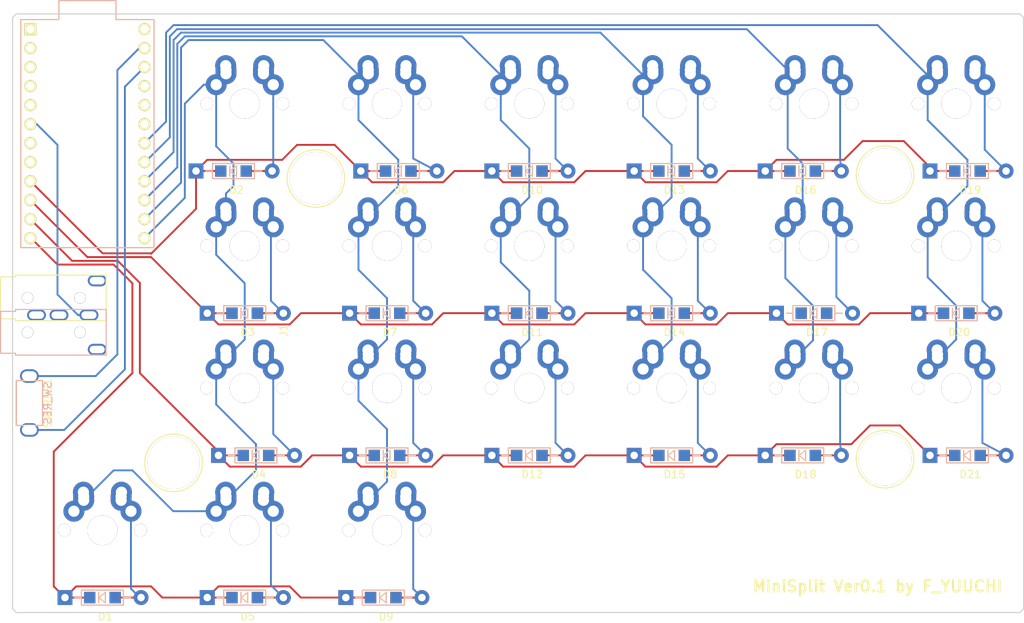
<source format=kicad_pcb>
(kicad_pcb (version 4) (host pcbnew 4.0.7)

  (general
    (links 279)
    (no_connects 47)
    (area 98.124999 47.944999 235.075001 131.61246)
    (thickness 1.6)
    (drawings 9)
    (tracks 426)
    (zones 0)
    (modules 49)
    (nets 48)
  )

  (page A4)
  (layers
    (0 F.Cu signal)
    (31 B.Cu signal)
    (32 B.Adhes user hide)
    (33 F.Adhes user hide)
    (34 B.Paste user hide)
    (35 F.Paste user hide)
    (36 B.SilkS user)
    (37 F.SilkS user)
    (38 B.Mask user hide)
    (39 F.Mask user hide)
    (40 Dwgs.User user hide)
    (41 Cmts.User user hide)
    (42 Eco1.User user hide)
    (43 Eco2.User user hide)
    (44 Edge.Cuts user)
    (45 Margin user hide)
    (46 B.CrtYd user hide)
    (47 F.CrtYd user hide)
    (48 B.Fab user)
    (49 F.Fab user hide)
  )

  (setup
    (last_trace_width 0.25)
    (trace_clearance 0.2)
    (zone_clearance 0.508)
    (zone_45_only no)
    (trace_min 0.2)
    (segment_width 0.2)
    (edge_width 0.15)
    (via_size 0.6)
    (via_drill 0.4)
    (via_min_size 0.4)
    (via_min_drill 0.3)
    (uvia_size 0.3)
    (uvia_drill 0.1)
    (uvias_allowed no)
    (uvia_min_size 0.2)
    (uvia_min_drill 0.1)
    (pcb_text_width 0.3)
    (pcb_text_size 1.5 1.5)
    (mod_edge_width 0.15)
    (mod_text_size 1 1)
    (mod_text_width 0.15)
    (pad_size 1.524 1.524)
    (pad_drill 0.762)
    (pad_to_mask_clearance 0.2)
    (aux_axis_origin 100 130)
    (visible_elements FFFCFFFF)
    (pcbplotparams
      (layerselection 0x010f0_80000001)
      (usegerberextensions true)
      (excludeedgelayer true)
      (linewidth 0.150000)
      (plotframeref false)
      (viasonmask false)
      (mode 1)
      (useauxorigin false)
      (hpglpennumber 1)
      (hpglpenspeed 20)
      (hpglpendiameter 15)
      (hpglpenoverlay 2)
      (psnegative false)
      (psa4output false)
      (plotreference true)
      (plotvalue true)
      (plotinvisibletext false)
      (padsonsilk false)
      (subtractmaskfromsilk true)
      (outputformat 1)
      (mirror false)
      (drillshape 0)
      (scaleselection 1)
      (outputdirectory elecrow/))
  )

  (net 0 "")
  (net 1 "Net-(D1-Pad2)")
  (net 2 row0)
  (net 3 "Net-(D2-Pad2)")
  (net 4 row1)
  (net 5 "Net-(D3-Pad2)")
  (net 6 row2)
  (net 7 "Net-(D4-Pad2)")
  (net 8 "Net-(D5-Pad2)")
  (net 9 "Net-(D6-Pad2)")
  (net 10 "Net-(D7-Pad2)")
  (net 11 "Net-(D8-Pad2)")
  (net 12 "Net-(D9-Pad2)")
  (net 13 "Net-(D10-Pad2)")
  (net 14 "Net-(D11-Pad2)")
  (net 15 "Net-(D12-Pad2)")
  (net 16 "Net-(D13-Pad2)")
  (net 17 "Net-(D14-Pad2)")
  (net 18 "Net-(D15-Pad2)")
  (net 19 "Net-(D16-Pad2)")
  (net 20 "Net-(D17-Pad2)")
  (net 21 "Net-(D18-Pad2)")
  (net 22 "Net-(D19-Pad2)")
  (net 23 row3)
  (net 24 "Net-(D20-Pad2)")
  (net 25 "Net-(D21-Pad2)")
  (net 26 col0)
  (net 27 col1)
  (net 28 col2)
  (net 29 col3)
  (net 30 col4)
  (net 31 col5)
  (net 32 "Net-(SW_RES1-Pad1)")
  (net 33 GND)
  (net 34 "Net-(U1-Pad1)")
  (net 35 "Net-(U1-Pad2)")
  (net 36 "Net-(U1-Pad5)")
  (net 37 "Net-(U1-Pad7)")
  (net 38 "Net-(U1-Pad8)")
  (net 39 "Net-(U1-Pad19)")
  (net 40 "Net-(U1-Pad20)")
  (net 41 "Net-(U1-Pad21)")
  (net 42 "Net-(U1-Pad24)")
  (net 43 "Net-(J1-Pad2)")
  (net 44 VCC)
  (net 45 sda)
  (net 46 "Net-(U1-Pad3)")
  (net 47 "Net-(U1-Pad4)")

  (net_class Default "これは標準のネット クラスです。"
    (clearance 0.2)
    (trace_width 0.25)
    (via_dia 0.6)
    (via_drill 0.4)
    (uvia_dia 0.3)
    (uvia_drill 0.1)
    (add_net GND)
    (add_net "Net-(D1-Pad2)")
    (add_net "Net-(D10-Pad2)")
    (add_net "Net-(D11-Pad2)")
    (add_net "Net-(D12-Pad2)")
    (add_net "Net-(D13-Pad2)")
    (add_net "Net-(D14-Pad2)")
    (add_net "Net-(D15-Pad2)")
    (add_net "Net-(D16-Pad2)")
    (add_net "Net-(D17-Pad2)")
    (add_net "Net-(D18-Pad2)")
    (add_net "Net-(D19-Pad2)")
    (add_net "Net-(D2-Pad2)")
    (add_net "Net-(D20-Pad2)")
    (add_net "Net-(D21-Pad2)")
    (add_net "Net-(D3-Pad2)")
    (add_net "Net-(D4-Pad2)")
    (add_net "Net-(D5-Pad2)")
    (add_net "Net-(D6-Pad2)")
    (add_net "Net-(D7-Pad2)")
    (add_net "Net-(D8-Pad2)")
    (add_net "Net-(D9-Pad2)")
    (add_net "Net-(J1-Pad2)")
    (add_net "Net-(SW_RES1-Pad1)")
    (add_net "Net-(U1-Pad1)")
    (add_net "Net-(U1-Pad19)")
    (add_net "Net-(U1-Pad2)")
    (add_net "Net-(U1-Pad20)")
    (add_net "Net-(U1-Pad21)")
    (add_net "Net-(U1-Pad24)")
    (add_net "Net-(U1-Pad3)")
    (add_net "Net-(U1-Pad4)")
    (add_net "Net-(U1-Pad5)")
    (add_net "Net-(U1-Pad7)")
    (add_net "Net-(U1-Pad8)")
    (add_net VCC)
    (add_net col0)
    (add_net col1)
    (add_net col2)
    (add_net col3)
    (add_net col4)
    (add_net col5)
    (add_net row0)
    (add_net row1)
    (add_net row2)
    (add_net row3)
    (add_net sda)
  )

  (module library:hole (layer F.Cu) (tedit 5A52D5D0) (tstamp 5A52D647)
    (at 216.5 109.5)
    (path /5A5285E3)
    (fp_text reference U4 (at 0 -2 180) (layer F.SilkS)
      (effects (font (size 1 1) (thickness 0.15)))
    )
    (fp_text value HOLE (at 0 -4.12) (layer F.Fab)
      (effects (font (size 1 1) (thickness 0.15)))
    )
    (fp_circle (center 0 0) (end 2.12 3.21) (layer F.SilkS) (width 0.15))
    (pad "" thru_hole circle (at 0 0) (size 7 7) (drill 7) (layers *.Cu *.Mask F.SilkS))
  )

  (module library:hole (layer F.Cu) (tedit 5A52D599) (tstamp 5A52D641)
    (at 140.5 72)
    (path /5A52856C)
    (fp_text reference U3 (at 0 -2) (layer F.SilkS)
      (effects (font (size 1 1) (thickness 0.15)))
    )
    (fp_text value HOLE (at 0 -4.12) (layer F.Fab)
      (effects (font (size 1 1) (thickness 0.15)))
    )
    (fp_circle (center 0 0) (end 2.12 3.21) (layer F.SilkS) (width 0.15))
    (pad "" thru_hole circle (at 0 0) (size 7 7) (drill 7) (layers *.Cu *.Mask F.SilkS))
  )

  (module library:hole (layer F.Cu) (tedit 5A52D520) (tstamp 5A52D63B)
    (at 216.5 71.5)
    (path /5A5284F9)
    (fp_text reference U2 (at 0 -2) (layer F.SilkS)
      (effects (font (size 1 1) (thickness 0.15)))
    )
    (fp_text value HOLE (at 0 -4.12) (layer F.Fab)
      (effects (font (size 1 1) (thickness 0.15)))
    )
    (fp_circle (center 0 0) (end 2.12 3.21) (layer F.SilkS) (width 0.15))
    (pad "" thru_hole circle (at 0 0) (size 7 7) (drill 7) (layers *.Cu *.Mask F.SilkS))
  )

  (module library:hole (layer F.Cu) (tedit 5A52D4AB) (tstamp 5A52D635)
    (at 121.5 110)
    (path /5A528472)
    (fp_text reference U1 (at 0 -2) (layer F.SilkS)
      (effects (font (size 1 1) (thickness 0.15)))
    )
    (fp_text value HOLE (at 0 -4.12) (layer F.Fab)
      (effects (font (size 1 1) (thickness 0.15)))
    )
    (fp_circle (center 0 0) (end 2.12 3.21) (layer F.SilkS) (width 0.15))
    (pad "" thru_hole circle (at 0 0) (size 7 7) (drill 7) (layers *.Cu *.Mask F.SilkS))
  )

  (module footprint:Diode_TH_SOD123 (layer F.Cu) (tedit 5A537B25) (tstamp 5A52D186)
    (at 107 128)
    (descr "Diode, DO-41, SOD81, Horizontal, RM 10mm,")
    (tags "Diode, DO-41, SOD81, Horizontal, RM 10mm, 1N4007, SB140,")
    (path /5A4FDCB4)
    (fp_text reference D1 (at 5.38734 2.53746) (layer F.SilkS)
      (effects (font (size 1 1) (thickness 0.15)))
    )
    (fp_text value D (at 4.37134 -3.55854) (layer F.Fab)
      (effects (font (size 1 1) (thickness 0.15)))
    )
    (fp_line (start 4.5 -0.7) (end 4.5 0.7) (layer F.SilkS) (width 0.15))
    (fp_line (start 4.5 0) (end 5.4 -0.7) (layer F.SilkS) (width 0.15))
    (fp_line (start 5.4 0.7) (end 4.5 0) (layer F.SilkS) (width 0.15))
    (fp_line (start 5.4 -0.7) (end 5.4 0.7) (layer F.SilkS) (width 0.15))
    (fp_line (start 4.5 -0.7) (end 4.5 0.7) (layer B.SilkS) (width 0.15))
    (fp_line (start 5.4 0.7) (end 4.5 0) (layer B.SilkS) (width 0.15))
    (fp_line (start 5.4 -0.7) (end 5.4 0.7) (layer B.SilkS) (width 0.15))
    (fp_line (start 4.5 0) (end 5.4 -0.7) (layer B.SilkS) (width 0.15))
    (fp_line (start 1.3 0) (end 2.2 0) (layer F.SilkS) (width 0.15))
    (fp_line (start 7.8 0) (end 8.8 0) (layer F.SilkS) (width 0.15))
    (fp_line (start 7.8 1) (end 2.2 1) (layer F.SilkS) (width 0.15))
    (fp_line (start 7.8 -1) (end 7.8 1) (layer F.SilkS) (width 0.15))
    (fp_line (start 2.2 -1) (end 7.8 -1) (layer F.SilkS) (width 0.15))
    (fp_line (start 2.2 1) (end 2.2 -1) (layer F.SilkS) (width 0.15))
    (fp_line (start 7.8 1) (end 2.2 1) (layer B.SilkS) (width 0.15))
    (fp_line (start 7.8 -1) (end 7.8 1) (layer B.SilkS) (width 0.15))
    (fp_line (start 2.2 -1) (end 7.8 -1) (layer B.SilkS) (width 0.15))
    (fp_line (start 2.2 1) (end 2.2 -1) (layer B.SilkS) (width 0.15))
    (fp_line (start 2.2 0) (end 1.3 0) (layer B.SilkS) (width 0.15))
    (fp_line (start 7.8 0) (end 8.8 0) (layer B.SilkS) (width 0.15))
    (pad 2 smd rect (at 6.7 0) (size 1.524 1.524) (layers B.Cu B.Paste B.Mask)
      (net 1 "Net-(D1-Pad2)"))
    (pad 1 smd rect (at 3.3 0) (size 1.524 1.524) (layers B.Cu B.Paste B.Mask)
      (net 23 row3))
    (pad 2 thru_hole circle (at 10.16 -0.00254 180) (size 1.99898 1.99898) (drill 1) (layers *.Cu *.Mask)
      (net 1 "Net-(D1-Pad2)"))
    (pad 1 thru_hole rect (at 0 -0.00254 180) (size 1.99898 1.99898) (drill 1) (layers *.Cu *.Mask)
      (net 23 row3))
    (pad 1 smd rect (at 3.3 0) (size 1.524 1.524) (layers F.Cu F.Paste F.Mask)
      (net 23 row3))
    (pad 2 smd rect (at 6.7 0) (size 1.524 1.524) (layers F.Cu F.Paste F.Mask)
      (net 1 "Net-(D1-Pad2)"))
  )

  (module footprint:Diode_TH_SOD123 (layer F.Cu) (tedit 5A537B5B) (tstamp 5A52D1A5)
    (at 124.5 71)
    (descr "Diode, DO-41, SOD81, Horizontal, RM 10mm,")
    (tags "Diode, DO-41, SOD81, Horizontal, RM 10mm, 1N4007, SB140,")
    (path /5A4FD214)
    (fp_text reference D2 (at 5.38734 2.53746) (layer F.SilkS)
      (effects (font (size 1 1) (thickness 0.15)))
    )
    (fp_text value D (at 4.37134 -3.55854) (layer F.Fab)
      (effects (font (size 1 1) (thickness 0.15)))
    )
    (fp_line (start 4.5 -0.7) (end 4.5 0.7) (layer F.SilkS) (width 0.15))
    (fp_line (start 4.5 0) (end 5.4 -0.7) (layer F.SilkS) (width 0.15))
    (fp_line (start 5.4 0.7) (end 4.5 0) (layer F.SilkS) (width 0.15))
    (fp_line (start 5.4 -0.7) (end 5.4 0.7) (layer F.SilkS) (width 0.15))
    (fp_line (start 4.5 -0.7) (end 4.5 0.7) (layer B.SilkS) (width 0.15))
    (fp_line (start 5.4 0.7) (end 4.5 0) (layer B.SilkS) (width 0.15))
    (fp_line (start 5.4 -0.7) (end 5.4 0.7) (layer B.SilkS) (width 0.15))
    (fp_line (start 4.5 0) (end 5.4 -0.7) (layer B.SilkS) (width 0.15))
    (fp_line (start 1.3 0) (end 2.2 0) (layer F.SilkS) (width 0.15))
    (fp_line (start 7.8 0) (end 8.8 0) (layer F.SilkS) (width 0.15))
    (fp_line (start 7.8 1) (end 2.2 1) (layer F.SilkS) (width 0.15))
    (fp_line (start 7.8 -1) (end 7.8 1) (layer F.SilkS) (width 0.15))
    (fp_line (start 2.2 -1) (end 7.8 -1) (layer F.SilkS) (width 0.15))
    (fp_line (start 2.2 1) (end 2.2 -1) (layer F.SilkS) (width 0.15))
    (fp_line (start 7.8 1) (end 2.2 1) (layer B.SilkS) (width 0.15))
    (fp_line (start 7.8 -1) (end 7.8 1) (layer B.SilkS) (width 0.15))
    (fp_line (start 2.2 -1) (end 7.8 -1) (layer B.SilkS) (width 0.15))
    (fp_line (start 2.2 1) (end 2.2 -1) (layer B.SilkS) (width 0.15))
    (fp_line (start 2.2 0) (end 1.3 0) (layer B.SilkS) (width 0.15))
    (fp_line (start 7.8 0) (end 8.8 0) (layer B.SilkS) (width 0.15))
    (pad 2 smd rect (at 6.7 0) (size 1.524 1.524) (layers B.Cu B.Paste B.Mask)
      (net 3 "Net-(D2-Pad2)"))
    (pad 1 smd rect (at 3.3 0) (size 1.524 1.524) (layers B.Cu B.Paste B.Mask)
      (net 2 row0))
    (pad 2 thru_hole circle (at 10.16 -0.00254 180) (size 1.99898 1.99898) (drill 1) (layers *.Cu *.Mask)
      (net 3 "Net-(D2-Pad2)"))
    (pad 1 thru_hole rect (at 0 -0.00254 180) (size 1.99898 1.99898) (drill 1) (layers *.Cu *.Mask)
      (net 2 row0))
    (pad 1 smd rect (at 3.3 0) (size 1.524 1.524) (layers F.Cu F.Paste F.Mask)
      (net 2 row0))
    (pad 2 smd rect (at 6.7 0) (size 1.524 1.524) (layers F.Cu F.Paste F.Mask)
      (net 3 "Net-(D2-Pad2)"))
  )

  (module footprint:Diode_TH_SOD123 (layer F.Cu) (tedit 5A537B56) (tstamp 5A52D1C4)
    (at 126 90)
    (descr "Diode, DO-41, SOD81, Horizontal, RM 10mm,")
    (tags "Diode, DO-41, SOD81, Horizontal, RM 10mm, 1N4007, SB140,")
    (path /5A4FD6E1)
    (fp_text reference D3 (at 5.38734 2.53746) (layer F.SilkS)
      (effects (font (size 1 1) (thickness 0.15)))
    )
    (fp_text value D (at 4.37134 -3.55854) (layer F.Fab)
      (effects (font (size 1 1) (thickness 0.15)))
    )
    (fp_line (start 4.5 -0.7) (end 4.5 0.7) (layer F.SilkS) (width 0.15))
    (fp_line (start 4.5 0) (end 5.4 -0.7) (layer F.SilkS) (width 0.15))
    (fp_line (start 5.4 0.7) (end 4.5 0) (layer F.SilkS) (width 0.15))
    (fp_line (start 5.4 -0.7) (end 5.4 0.7) (layer F.SilkS) (width 0.15))
    (fp_line (start 4.5 -0.7) (end 4.5 0.7) (layer B.SilkS) (width 0.15))
    (fp_line (start 5.4 0.7) (end 4.5 0) (layer B.SilkS) (width 0.15))
    (fp_line (start 5.4 -0.7) (end 5.4 0.7) (layer B.SilkS) (width 0.15))
    (fp_line (start 4.5 0) (end 5.4 -0.7) (layer B.SilkS) (width 0.15))
    (fp_line (start 1.3 0) (end 2.2 0) (layer F.SilkS) (width 0.15))
    (fp_line (start 7.8 0) (end 8.8 0) (layer F.SilkS) (width 0.15))
    (fp_line (start 7.8 1) (end 2.2 1) (layer F.SilkS) (width 0.15))
    (fp_line (start 7.8 -1) (end 7.8 1) (layer F.SilkS) (width 0.15))
    (fp_line (start 2.2 -1) (end 7.8 -1) (layer F.SilkS) (width 0.15))
    (fp_line (start 2.2 1) (end 2.2 -1) (layer F.SilkS) (width 0.15))
    (fp_line (start 7.8 1) (end 2.2 1) (layer B.SilkS) (width 0.15))
    (fp_line (start 7.8 -1) (end 7.8 1) (layer B.SilkS) (width 0.15))
    (fp_line (start 2.2 -1) (end 7.8 -1) (layer B.SilkS) (width 0.15))
    (fp_line (start 2.2 1) (end 2.2 -1) (layer B.SilkS) (width 0.15))
    (fp_line (start 2.2 0) (end 1.3 0) (layer B.SilkS) (width 0.15))
    (fp_line (start 7.8 0) (end 8.8 0) (layer B.SilkS) (width 0.15))
    (pad 2 smd rect (at 6.7 0) (size 1.524 1.524) (layers B.Cu B.Paste B.Mask)
      (net 5 "Net-(D3-Pad2)"))
    (pad 1 smd rect (at 3.3 0) (size 1.524 1.524) (layers B.Cu B.Paste B.Mask)
      (net 4 row1))
    (pad 2 thru_hole circle (at 10.16 -0.00254 180) (size 1.99898 1.99898) (drill 1) (layers *.Cu *.Mask)
      (net 5 "Net-(D3-Pad2)"))
    (pad 1 thru_hole rect (at 0 -0.00254 180) (size 1.99898 1.99898) (drill 1) (layers *.Cu *.Mask)
      (net 4 row1))
    (pad 1 smd rect (at 3.3 0) (size 1.524 1.524) (layers F.Cu F.Paste F.Mask)
      (net 4 row1))
    (pad 2 smd rect (at 6.7 0) (size 1.524 1.524) (layers F.Cu F.Paste F.Mask)
      (net 5 "Net-(D3-Pad2)"))
  )

  (module footprint:Diode_TH_SOD123 (layer F.Cu) (tedit 5A537B21) (tstamp 5A52D1E3)
    (at 127.5 109)
    (descr "Diode, DO-41, SOD81, Horizontal, RM 10mm,")
    (tags "Diode, DO-41, SOD81, Horizontal, RM 10mm, 1N4007, SB140,")
    (path /5A4FD9C3)
    (fp_text reference D4 (at 5.38734 2.53746) (layer F.SilkS)
      (effects (font (size 1 1) (thickness 0.15)))
    )
    (fp_text value D (at 4.37134 -3.55854) (layer F.Fab)
      (effects (font (size 1 1) (thickness 0.15)))
    )
    (fp_line (start 4.5 -0.7) (end 4.5 0.7) (layer F.SilkS) (width 0.15))
    (fp_line (start 4.5 0) (end 5.4 -0.7) (layer F.SilkS) (width 0.15))
    (fp_line (start 5.4 0.7) (end 4.5 0) (layer F.SilkS) (width 0.15))
    (fp_line (start 5.4 -0.7) (end 5.4 0.7) (layer F.SilkS) (width 0.15))
    (fp_line (start 4.5 -0.7) (end 4.5 0.7) (layer B.SilkS) (width 0.15))
    (fp_line (start 5.4 0.7) (end 4.5 0) (layer B.SilkS) (width 0.15))
    (fp_line (start 5.4 -0.7) (end 5.4 0.7) (layer B.SilkS) (width 0.15))
    (fp_line (start 4.5 0) (end 5.4 -0.7) (layer B.SilkS) (width 0.15))
    (fp_line (start 1.3 0) (end 2.2 0) (layer F.SilkS) (width 0.15))
    (fp_line (start 7.8 0) (end 8.8 0) (layer F.SilkS) (width 0.15))
    (fp_line (start 7.8 1) (end 2.2 1) (layer F.SilkS) (width 0.15))
    (fp_line (start 7.8 -1) (end 7.8 1) (layer F.SilkS) (width 0.15))
    (fp_line (start 2.2 -1) (end 7.8 -1) (layer F.SilkS) (width 0.15))
    (fp_line (start 2.2 1) (end 2.2 -1) (layer F.SilkS) (width 0.15))
    (fp_line (start 7.8 1) (end 2.2 1) (layer B.SilkS) (width 0.15))
    (fp_line (start 7.8 -1) (end 7.8 1) (layer B.SilkS) (width 0.15))
    (fp_line (start 2.2 -1) (end 7.8 -1) (layer B.SilkS) (width 0.15))
    (fp_line (start 2.2 1) (end 2.2 -1) (layer B.SilkS) (width 0.15))
    (fp_line (start 2.2 0) (end 1.3 0) (layer B.SilkS) (width 0.15))
    (fp_line (start 7.8 0) (end 8.8 0) (layer B.SilkS) (width 0.15))
    (pad 2 smd rect (at 6.7 0) (size 1.524 1.524) (layers B.Cu B.Paste B.Mask)
      (net 7 "Net-(D4-Pad2)"))
    (pad 1 smd rect (at 3.3 0) (size 1.524 1.524) (layers B.Cu B.Paste B.Mask)
      (net 6 row2))
    (pad 2 thru_hole circle (at 10.16 -0.00254 180) (size 1.99898 1.99898) (drill 1) (layers *.Cu *.Mask)
      (net 7 "Net-(D4-Pad2)"))
    (pad 1 thru_hole rect (at 0 -0.00254 180) (size 1.99898 1.99898) (drill 1) (layers *.Cu *.Mask)
      (net 6 row2))
    (pad 1 smd rect (at 3.3 0) (size 1.524 1.524) (layers F.Cu F.Paste F.Mask)
      (net 6 row2))
    (pad 2 smd rect (at 6.7 0) (size 1.524 1.524) (layers F.Cu F.Paste F.Mask)
      (net 7 "Net-(D4-Pad2)"))
  )

  (module footprint:Diode_TH_SOD123 (layer F.Cu) (tedit 5A537B28) (tstamp 5A52D202)
    (at 126 128)
    (descr "Diode, DO-41, SOD81, Horizontal, RM 10mm,")
    (tags "Diode, DO-41, SOD81, Horizontal, RM 10mm, 1N4007, SB140,")
    (path /5A4FDC9C)
    (fp_text reference D5 (at 5.38734 2.53746) (layer F.SilkS)
      (effects (font (size 1 1) (thickness 0.15)))
    )
    (fp_text value D (at 4.37134 -3.55854) (layer F.Fab)
      (effects (font (size 1 1) (thickness 0.15)))
    )
    (fp_line (start 4.5 -0.7) (end 4.5 0.7) (layer F.SilkS) (width 0.15))
    (fp_line (start 4.5 0) (end 5.4 -0.7) (layer F.SilkS) (width 0.15))
    (fp_line (start 5.4 0.7) (end 4.5 0) (layer F.SilkS) (width 0.15))
    (fp_line (start 5.4 -0.7) (end 5.4 0.7) (layer F.SilkS) (width 0.15))
    (fp_line (start 4.5 -0.7) (end 4.5 0.7) (layer B.SilkS) (width 0.15))
    (fp_line (start 5.4 0.7) (end 4.5 0) (layer B.SilkS) (width 0.15))
    (fp_line (start 5.4 -0.7) (end 5.4 0.7) (layer B.SilkS) (width 0.15))
    (fp_line (start 4.5 0) (end 5.4 -0.7) (layer B.SilkS) (width 0.15))
    (fp_line (start 1.3 0) (end 2.2 0) (layer F.SilkS) (width 0.15))
    (fp_line (start 7.8 0) (end 8.8 0) (layer F.SilkS) (width 0.15))
    (fp_line (start 7.8 1) (end 2.2 1) (layer F.SilkS) (width 0.15))
    (fp_line (start 7.8 -1) (end 7.8 1) (layer F.SilkS) (width 0.15))
    (fp_line (start 2.2 -1) (end 7.8 -1) (layer F.SilkS) (width 0.15))
    (fp_line (start 2.2 1) (end 2.2 -1) (layer F.SilkS) (width 0.15))
    (fp_line (start 7.8 1) (end 2.2 1) (layer B.SilkS) (width 0.15))
    (fp_line (start 7.8 -1) (end 7.8 1) (layer B.SilkS) (width 0.15))
    (fp_line (start 2.2 -1) (end 7.8 -1) (layer B.SilkS) (width 0.15))
    (fp_line (start 2.2 1) (end 2.2 -1) (layer B.SilkS) (width 0.15))
    (fp_line (start 2.2 0) (end 1.3 0) (layer B.SilkS) (width 0.15))
    (fp_line (start 7.8 0) (end 8.8 0) (layer B.SilkS) (width 0.15))
    (pad 2 smd rect (at 6.7 0) (size 1.524 1.524) (layers B.Cu B.Paste B.Mask)
      (net 8 "Net-(D5-Pad2)"))
    (pad 1 smd rect (at 3.3 0) (size 1.524 1.524) (layers B.Cu B.Paste B.Mask)
      (net 23 row3))
    (pad 2 thru_hole circle (at 10.16 -0.00254 180) (size 1.99898 1.99898) (drill 1) (layers *.Cu *.Mask)
      (net 8 "Net-(D5-Pad2)"))
    (pad 1 thru_hole rect (at 0 -0.00254 180) (size 1.99898 1.99898) (drill 1) (layers *.Cu *.Mask)
      (net 23 row3))
    (pad 1 smd rect (at 3.3 0) (size 1.524 1.524) (layers F.Cu F.Paste F.Mask)
      (net 23 row3))
    (pad 2 smd rect (at 6.7 0) (size 1.524 1.524) (layers F.Cu F.Paste F.Mask)
      (net 8 "Net-(D5-Pad2)"))
  )

  (module footprint:Diode_TH_SOD123 (layer F.Cu) (tedit 5A537B5E) (tstamp 5A52D221)
    (at 146.5 71)
    (descr "Diode, DO-41, SOD81, Horizontal, RM 10mm,")
    (tags "Diode, DO-41, SOD81, Horizontal, RM 10mm, 1N4007, SB140,")
    (path /5A4FDED8)
    (fp_text reference D6 (at 5.38734 2.53746) (layer F.SilkS)
      (effects (font (size 1 1) (thickness 0.15)))
    )
    (fp_text value D (at 4.37134 -3.55854) (layer F.Fab)
      (effects (font (size 1 1) (thickness 0.15)))
    )
    (fp_line (start 4.5 -0.7) (end 4.5 0.7) (layer F.SilkS) (width 0.15))
    (fp_line (start 4.5 0) (end 5.4 -0.7) (layer F.SilkS) (width 0.15))
    (fp_line (start 5.4 0.7) (end 4.5 0) (layer F.SilkS) (width 0.15))
    (fp_line (start 5.4 -0.7) (end 5.4 0.7) (layer F.SilkS) (width 0.15))
    (fp_line (start 4.5 -0.7) (end 4.5 0.7) (layer B.SilkS) (width 0.15))
    (fp_line (start 5.4 0.7) (end 4.5 0) (layer B.SilkS) (width 0.15))
    (fp_line (start 5.4 -0.7) (end 5.4 0.7) (layer B.SilkS) (width 0.15))
    (fp_line (start 4.5 0) (end 5.4 -0.7) (layer B.SilkS) (width 0.15))
    (fp_line (start 1.3 0) (end 2.2 0) (layer F.SilkS) (width 0.15))
    (fp_line (start 7.8 0) (end 8.8 0) (layer F.SilkS) (width 0.15))
    (fp_line (start 7.8 1) (end 2.2 1) (layer F.SilkS) (width 0.15))
    (fp_line (start 7.8 -1) (end 7.8 1) (layer F.SilkS) (width 0.15))
    (fp_line (start 2.2 -1) (end 7.8 -1) (layer F.SilkS) (width 0.15))
    (fp_line (start 2.2 1) (end 2.2 -1) (layer F.SilkS) (width 0.15))
    (fp_line (start 7.8 1) (end 2.2 1) (layer B.SilkS) (width 0.15))
    (fp_line (start 7.8 -1) (end 7.8 1) (layer B.SilkS) (width 0.15))
    (fp_line (start 2.2 -1) (end 7.8 -1) (layer B.SilkS) (width 0.15))
    (fp_line (start 2.2 1) (end 2.2 -1) (layer B.SilkS) (width 0.15))
    (fp_line (start 2.2 0) (end 1.3 0) (layer B.SilkS) (width 0.15))
    (fp_line (start 7.8 0) (end 8.8 0) (layer B.SilkS) (width 0.15))
    (pad 2 smd rect (at 6.7 0) (size 1.524 1.524) (layers B.Cu B.Paste B.Mask)
      (net 9 "Net-(D6-Pad2)"))
    (pad 1 smd rect (at 3.3 0) (size 1.524 1.524) (layers B.Cu B.Paste B.Mask)
      (net 2 row0))
    (pad 2 thru_hole circle (at 10.16 -0.00254 180) (size 1.99898 1.99898) (drill 1) (layers *.Cu *.Mask)
      (net 9 "Net-(D6-Pad2)"))
    (pad 1 thru_hole rect (at 0 -0.00254 180) (size 1.99898 1.99898) (drill 1) (layers *.Cu *.Mask)
      (net 2 row0))
    (pad 1 smd rect (at 3.3 0) (size 1.524 1.524) (layers F.Cu F.Paste F.Mask)
      (net 2 row0))
    (pad 2 smd rect (at 6.7 0) (size 1.524 1.524) (layers F.Cu F.Paste F.Mask)
      (net 9 "Net-(D6-Pad2)"))
  )

  (module footprint:Diode_TH_SOD123 (layer F.Cu) (tedit 5A537B51) (tstamp 5A52D240)
    (at 145 90)
    (descr "Diode, DO-41, SOD81, Horizontal, RM 10mm,")
    (tags "Diode, DO-41, SOD81, Horizontal, RM 10mm, 1N4007, SB140,")
    (path /5A4FD4B3)
    (fp_text reference D7 (at 5.38734 2.53746) (layer F.SilkS)
      (effects (font (size 1 1) (thickness 0.15)))
    )
    (fp_text value D (at 4.37134 -3.55854) (layer F.Fab)
      (effects (font (size 1 1) (thickness 0.15)))
    )
    (fp_line (start 4.5 -0.7) (end 4.5 0.7) (layer F.SilkS) (width 0.15))
    (fp_line (start 4.5 0) (end 5.4 -0.7) (layer F.SilkS) (width 0.15))
    (fp_line (start 5.4 0.7) (end 4.5 0) (layer F.SilkS) (width 0.15))
    (fp_line (start 5.4 -0.7) (end 5.4 0.7) (layer F.SilkS) (width 0.15))
    (fp_line (start 4.5 -0.7) (end 4.5 0.7) (layer B.SilkS) (width 0.15))
    (fp_line (start 5.4 0.7) (end 4.5 0) (layer B.SilkS) (width 0.15))
    (fp_line (start 5.4 -0.7) (end 5.4 0.7) (layer B.SilkS) (width 0.15))
    (fp_line (start 4.5 0) (end 5.4 -0.7) (layer B.SilkS) (width 0.15))
    (fp_line (start 1.3 0) (end 2.2 0) (layer F.SilkS) (width 0.15))
    (fp_line (start 7.8 0) (end 8.8 0) (layer F.SilkS) (width 0.15))
    (fp_line (start 7.8 1) (end 2.2 1) (layer F.SilkS) (width 0.15))
    (fp_line (start 7.8 -1) (end 7.8 1) (layer F.SilkS) (width 0.15))
    (fp_line (start 2.2 -1) (end 7.8 -1) (layer F.SilkS) (width 0.15))
    (fp_line (start 2.2 1) (end 2.2 -1) (layer F.SilkS) (width 0.15))
    (fp_line (start 7.8 1) (end 2.2 1) (layer B.SilkS) (width 0.15))
    (fp_line (start 7.8 -1) (end 7.8 1) (layer B.SilkS) (width 0.15))
    (fp_line (start 2.2 -1) (end 7.8 -1) (layer B.SilkS) (width 0.15))
    (fp_line (start 2.2 1) (end 2.2 -1) (layer B.SilkS) (width 0.15))
    (fp_line (start 2.2 0) (end 1.3 0) (layer B.SilkS) (width 0.15))
    (fp_line (start 7.8 0) (end 8.8 0) (layer B.SilkS) (width 0.15))
    (pad 2 smd rect (at 6.7 0) (size 1.524 1.524) (layers B.Cu B.Paste B.Mask)
      (net 10 "Net-(D7-Pad2)"))
    (pad 1 smd rect (at 3.3 0) (size 1.524 1.524) (layers B.Cu B.Paste B.Mask)
      (net 4 row1))
    (pad 2 thru_hole circle (at 10.16 -0.00254 180) (size 1.99898 1.99898) (drill 1) (layers *.Cu *.Mask)
      (net 10 "Net-(D7-Pad2)"))
    (pad 1 thru_hole rect (at 0 -0.00254 180) (size 1.99898 1.99898) (drill 1) (layers *.Cu *.Mask)
      (net 4 row1))
    (pad 1 smd rect (at 3.3 0) (size 1.524 1.524) (layers F.Cu F.Paste F.Mask)
      (net 4 row1))
    (pad 2 smd rect (at 6.7 0) (size 1.524 1.524) (layers F.Cu F.Paste F.Mask)
      (net 10 "Net-(D7-Pad2)"))
  )

  (module footprint:Diode_TH_SOD123 (layer F.Cu) (tedit 5A537B1A) (tstamp 5A52D25F)
    (at 145 109)
    (descr "Diode, DO-41, SOD81, Horizontal, RM 10mm,")
    (tags "Diode, DO-41, SOD81, Horizontal, RM 10mm, 1N4007, SB140,")
    (path /5A4FD9AB)
    (fp_text reference D8 (at 5.38734 2.53746) (layer F.SilkS)
      (effects (font (size 1 1) (thickness 0.15)))
    )
    (fp_text value D (at 4.37134 -3.55854) (layer F.Fab)
      (effects (font (size 1 1) (thickness 0.15)))
    )
    (fp_line (start 4.5 -0.7) (end 4.5 0.7) (layer F.SilkS) (width 0.15))
    (fp_line (start 4.5 0) (end 5.4 -0.7) (layer F.SilkS) (width 0.15))
    (fp_line (start 5.4 0.7) (end 4.5 0) (layer F.SilkS) (width 0.15))
    (fp_line (start 5.4 -0.7) (end 5.4 0.7) (layer F.SilkS) (width 0.15))
    (fp_line (start 4.5 -0.7) (end 4.5 0.7) (layer B.SilkS) (width 0.15))
    (fp_line (start 5.4 0.7) (end 4.5 0) (layer B.SilkS) (width 0.15))
    (fp_line (start 5.4 -0.7) (end 5.4 0.7) (layer B.SilkS) (width 0.15))
    (fp_line (start 4.5 0) (end 5.4 -0.7) (layer B.SilkS) (width 0.15))
    (fp_line (start 1.3 0) (end 2.2 0) (layer F.SilkS) (width 0.15))
    (fp_line (start 7.8 0) (end 8.8 0) (layer F.SilkS) (width 0.15))
    (fp_line (start 7.8 1) (end 2.2 1) (layer F.SilkS) (width 0.15))
    (fp_line (start 7.8 -1) (end 7.8 1) (layer F.SilkS) (width 0.15))
    (fp_line (start 2.2 -1) (end 7.8 -1) (layer F.SilkS) (width 0.15))
    (fp_line (start 2.2 1) (end 2.2 -1) (layer F.SilkS) (width 0.15))
    (fp_line (start 7.8 1) (end 2.2 1) (layer B.SilkS) (width 0.15))
    (fp_line (start 7.8 -1) (end 7.8 1) (layer B.SilkS) (width 0.15))
    (fp_line (start 2.2 -1) (end 7.8 -1) (layer B.SilkS) (width 0.15))
    (fp_line (start 2.2 1) (end 2.2 -1) (layer B.SilkS) (width 0.15))
    (fp_line (start 2.2 0) (end 1.3 0) (layer B.SilkS) (width 0.15))
    (fp_line (start 7.8 0) (end 8.8 0) (layer B.SilkS) (width 0.15))
    (pad 2 smd rect (at 6.7 0) (size 1.524 1.524) (layers B.Cu B.Paste B.Mask)
      (net 11 "Net-(D8-Pad2)"))
    (pad 1 smd rect (at 3.3 0) (size 1.524 1.524) (layers B.Cu B.Paste B.Mask)
      (net 6 row2))
    (pad 2 thru_hole circle (at 10.16 -0.00254 180) (size 1.99898 1.99898) (drill 1) (layers *.Cu *.Mask)
      (net 11 "Net-(D8-Pad2)"))
    (pad 1 thru_hole rect (at 0 -0.00254 180) (size 1.99898 1.99898) (drill 1) (layers *.Cu *.Mask)
      (net 6 row2))
    (pad 1 smd rect (at 3.3 0) (size 1.524 1.524) (layers F.Cu F.Paste F.Mask)
      (net 6 row2))
    (pad 2 smd rect (at 6.7 0) (size 1.524 1.524) (layers F.Cu F.Paste F.Mask)
      (net 11 "Net-(D8-Pad2)"))
  )

  (module footprint:Diode_TH_SOD123 (layer F.Cu) (tedit 5A537B2C) (tstamp 5A52D27E)
    (at 144.5 128)
    (descr "Diode, DO-41, SOD81, Horizontal, RM 10mm,")
    (tags "Diode, DO-41, SOD81, Horizontal, RM 10mm, 1N4007, SB140,")
    (path /5A4FDCA8)
    (fp_text reference D9 (at 5.38734 2.53746) (layer F.SilkS)
      (effects (font (size 1 1) (thickness 0.15)))
    )
    (fp_text value D (at 4.37134 -3.55854) (layer F.Fab)
      (effects (font (size 1 1) (thickness 0.15)))
    )
    (fp_line (start 4.5 -0.7) (end 4.5 0.7) (layer F.SilkS) (width 0.15))
    (fp_line (start 4.5 0) (end 5.4 -0.7) (layer F.SilkS) (width 0.15))
    (fp_line (start 5.4 0.7) (end 4.5 0) (layer F.SilkS) (width 0.15))
    (fp_line (start 5.4 -0.7) (end 5.4 0.7) (layer F.SilkS) (width 0.15))
    (fp_line (start 4.5 -0.7) (end 4.5 0.7) (layer B.SilkS) (width 0.15))
    (fp_line (start 5.4 0.7) (end 4.5 0) (layer B.SilkS) (width 0.15))
    (fp_line (start 5.4 -0.7) (end 5.4 0.7) (layer B.SilkS) (width 0.15))
    (fp_line (start 4.5 0) (end 5.4 -0.7) (layer B.SilkS) (width 0.15))
    (fp_line (start 1.3 0) (end 2.2 0) (layer F.SilkS) (width 0.15))
    (fp_line (start 7.8 0) (end 8.8 0) (layer F.SilkS) (width 0.15))
    (fp_line (start 7.8 1) (end 2.2 1) (layer F.SilkS) (width 0.15))
    (fp_line (start 7.8 -1) (end 7.8 1) (layer F.SilkS) (width 0.15))
    (fp_line (start 2.2 -1) (end 7.8 -1) (layer F.SilkS) (width 0.15))
    (fp_line (start 2.2 1) (end 2.2 -1) (layer F.SilkS) (width 0.15))
    (fp_line (start 7.8 1) (end 2.2 1) (layer B.SilkS) (width 0.15))
    (fp_line (start 7.8 -1) (end 7.8 1) (layer B.SilkS) (width 0.15))
    (fp_line (start 2.2 -1) (end 7.8 -1) (layer B.SilkS) (width 0.15))
    (fp_line (start 2.2 1) (end 2.2 -1) (layer B.SilkS) (width 0.15))
    (fp_line (start 2.2 0) (end 1.3 0) (layer B.SilkS) (width 0.15))
    (fp_line (start 7.8 0) (end 8.8 0) (layer B.SilkS) (width 0.15))
    (pad 2 smd rect (at 6.7 0) (size 1.524 1.524) (layers B.Cu B.Paste B.Mask)
      (net 12 "Net-(D9-Pad2)"))
    (pad 1 smd rect (at 3.3 0) (size 1.524 1.524) (layers B.Cu B.Paste B.Mask)
      (net 23 row3))
    (pad 2 thru_hole circle (at 10.16 -0.00254 180) (size 1.99898 1.99898) (drill 1) (layers *.Cu *.Mask)
      (net 12 "Net-(D9-Pad2)"))
    (pad 1 thru_hole rect (at 0 -0.00254 180) (size 1.99898 1.99898) (drill 1) (layers *.Cu *.Mask)
      (net 23 row3))
    (pad 1 smd rect (at 3.3 0) (size 1.524 1.524) (layers F.Cu F.Paste F.Mask)
      (net 23 row3))
    (pad 2 smd rect (at 6.7 0) (size 1.524 1.524) (layers F.Cu F.Paste F.Mask)
      (net 12 "Net-(D9-Pad2)"))
  )

  (module footprint:Diode_TH_SOD123 (layer F.Cu) (tedit 5A537B62) (tstamp 5A52D29D)
    (at 164 71)
    (descr "Diode, DO-41, SOD81, Horizontal, RM 10mm,")
    (tags "Diode, DO-41, SOD81, Horizontal, RM 10mm, 1N4007, SB140,")
    (path /5A4FDEE4)
    (fp_text reference D10 (at 5.38734 2.53746) (layer F.SilkS)
      (effects (font (size 1 1) (thickness 0.15)))
    )
    (fp_text value D (at 4.37134 -3.55854) (layer F.Fab)
      (effects (font (size 1 1) (thickness 0.15)))
    )
    (fp_line (start 4.5 -0.7) (end 4.5 0.7) (layer F.SilkS) (width 0.15))
    (fp_line (start 4.5 0) (end 5.4 -0.7) (layer F.SilkS) (width 0.15))
    (fp_line (start 5.4 0.7) (end 4.5 0) (layer F.SilkS) (width 0.15))
    (fp_line (start 5.4 -0.7) (end 5.4 0.7) (layer F.SilkS) (width 0.15))
    (fp_line (start 4.5 -0.7) (end 4.5 0.7) (layer B.SilkS) (width 0.15))
    (fp_line (start 5.4 0.7) (end 4.5 0) (layer B.SilkS) (width 0.15))
    (fp_line (start 5.4 -0.7) (end 5.4 0.7) (layer B.SilkS) (width 0.15))
    (fp_line (start 4.5 0) (end 5.4 -0.7) (layer B.SilkS) (width 0.15))
    (fp_line (start 1.3 0) (end 2.2 0) (layer F.SilkS) (width 0.15))
    (fp_line (start 7.8 0) (end 8.8 0) (layer F.SilkS) (width 0.15))
    (fp_line (start 7.8 1) (end 2.2 1) (layer F.SilkS) (width 0.15))
    (fp_line (start 7.8 -1) (end 7.8 1) (layer F.SilkS) (width 0.15))
    (fp_line (start 2.2 -1) (end 7.8 -1) (layer F.SilkS) (width 0.15))
    (fp_line (start 2.2 1) (end 2.2 -1) (layer F.SilkS) (width 0.15))
    (fp_line (start 7.8 1) (end 2.2 1) (layer B.SilkS) (width 0.15))
    (fp_line (start 7.8 -1) (end 7.8 1) (layer B.SilkS) (width 0.15))
    (fp_line (start 2.2 -1) (end 7.8 -1) (layer B.SilkS) (width 0.15))
    (fp_line (start 2.2 1) (end 2.2 -1) (layer B.SilkS) (width 0.15))
    (fp_line (start 2.2 0) (end 1.3 0) (layer B.SilkS) (width 0.15))
    (fp_line (start 7.8 0) (end 8.8 0) (layer B.SilkS) (width 0.15))
    (pad 2 smd rect (at 6.7 0) (size 1.524 1.524) (layers B.Cu B.Paste B.Mask)
      (net 13 "Net-(D10-Pad2)"))
    (pad 1 smd rect (at 3.3 0) (size 1.524 1.524) (layers B.Cu B.Paste B.Mask)
      (net 2 row0))
    (pad 2 thru_hole circle (at 10.16 -0.00254 180) (size 1.99898 1.99898) (drill 1) (layers *.Cu *.Mask)
      (net 13 "Net-(D10-Pad2)"))
    (pad 1 thru_hole rect (at 0 -0.00254 180) (size 1.99898 1.99898) (drill 1) (layers *.Cu *.Mask)
      (net 2 row0))
    (pad 1 smd rect (at 3.3 0) (size 1.524 1.524) (layers F.Cu F.Paste F.Mask)
      (net 2 row0))
    (pad 2 smd rect (at 6.7 0) (size 1.524 1.524) (layers F.Cu F.Paste F.Mask)
      (net 13 "Net-(D10-Pad2)"))
  )

  (module footprint:Diode_TH_SOD123 (layer F.Cu) (tedit 5A537B4C) (tstamp 5A52D2BC)
    (at 164 90)
    (descr "Diode, DO-41, SOD81, Horizontal, RM 10mm,")
    (tags "Diode, DO-41, SOD81, Horizontal, RM 10mm, 1N4007, SB140,")
    (path /5A4FD539)
    (fp_text reference D11 (at 5.38734 2.53746) (layer F.SilkS)
      (effects (font (size 1 1) (thickness 0.15)))
    )
    (fp_text value D (at 4.37134 -3.55854) (layer F.Fab)
      (effects (font (size 1 1) (thickness 0.15)))
    )
    (fp_line (start 4.5 -0.7) (end 4.5 0.7) (layer F.SilkS) (width 0.15))
    (fp_line (start 4.5 0) (end 5.4 -0.7) (layer F.SilkS) (width 0.15))
    (fp_line (start 5.4 0.7) (end 4.5 0) (layer F.SilkS) (width 0.15))
    (fp_line (start 5.4 -0.7) (end 5.4 0.7) (layer F.SilkS) (width 0.15))
    (fp_line (start 4.5 -0.7) (end 4.5 0.7) (layer B.SilkS) (width 0.15))
    (fp_line (start 5.4 0.7) (end 4.5 0) (layer B.SilkS) (width 0.15))
    (fp_line (start 5.4 -0.7) (end 5.4 0.7) (layer B.SilkS) (width 0.15))
    (fp_line (start 4.5 0) (end 5.4 -0.7) (layer B.SilkS) (width 0.15))
    (fp_line (start 1.3 0) (end 2.2 0) (layer F.SilkS) (width 0.15))
    (fp_line (start 7.8 0) (end 8.8 0) (layer F.SilkS) (width 0.15))
    (fp_line (start 7.8 1) (end 2.2 1) (layer F.SilkS) (width 0.15))
    (fp_line (start 7.8 -1) (end 7.8 1) (layer F.SilkS) (width 0.15))
    (fp_line (start 2.2 -1) (end 7.8 -1) (layer F.SilkS) (width 0.15))
    (fp_line (start 2.2 1) (end 2.2 -1) (layer F.SilkS) (width 0.15))
    (fp_line (start 7.8 1) (end 2.2 1) (layer B.SilkS) (width 0.15))
    (fp_line (start 7.8 -1) (end 7.8 1) (layer B.SilkS) (width 0.15))
    (fp_line (start 2.2 -1) (end 7.8 -1) (layer B.SilkS) (width 0.15))
    (fp_line (start 2.2 1) (end 2.2 -1) (layer B.SilkS) (width 0.15))
    (fp_line (start 2.2 0) (end 1.3 0) (layer B.SilkS) (width 0.15))
    (fp_line (start 7.8 0) (end 8.8 0) (layer B.SilkS) (width 0.15))
    (pad 2 smd rect (at 6.7 0) (size 1.524 1.524) (layers B.Cu B.Paste B.Mask)
      (net 14 "Net-(D11-Pad2)"))
    (pad 1 smd rect (at 3.3 0) (size 1.524 1.524) (layers B.Cu B.Paste B.Mask)
      (net 4 row1))
    (pad 2 thru_hole circle (at 10.16 -0.00254 180) (size 1.99898 1.99898) (drill 1) (layers *.Cu *.Mask)
      (net 14 "Net-(D11-Pad2)"))
    (pad 1 thru_hole rect (at 0 -0.00254 180) (size 1.99898 1.99898) (drill 1) (layers *.Cu *.Mask)
      (net 4 row1))
    (pad 1 smd rect (at 3.3 0) (size 1.524 1.524) (layers F.Cu F.Paste F.Mask)
      (net 4 row1))
    (pad 2 smd rect (at 6.7 0) (size 1.524 1.524) (layers F.Cu F.Paste F.Mask)
      (net 14 "Net-(D11-Pad2)"))
  )

  (module footprint:Diode_TH_SOD123 (layer F.Cu) (tedit 5A537B31) (tstamp 5A52D2DB)
    (at 164 109)
    (descr "Diode, DO-41, SOD81, Horizontal, RM 10mm,")
    (tags "Diode, DO-41, SOD81, Horizontal, RM 10mm, 1N4007, SB140,")
    (path /5A4FD9B7)
    (fp_text reference D12 (at 5.38734 2.53746) (layer F.SilkS)
      (effects (font (size 1 1) (thickness 0.15)))
    )
    (fp_text value D (at 4.37134 -3.55854) (layer F.Fab)
      (effects (font (size 1 1) (thickness 0.15)))
    )
    (fp_line (start 4.5 -0.7) (end 4.5 0.7) (layer F.SilkS) (width 0.15))
    (fp_line (start 4.5 0) (end 5.4 -0.7) (layer F.SilkS) (width 0.15))
    (fp_line (start 5.4 0.7) (end 4.5 0) (layer F.SilkS) (width 0.15))
    (fp_line (start 5.4 -0.7) (end 5.4 0.7) (layer F.SilkS) (width 0.15))
    (fp_line (start 4.5 -0.7) (end 4.5 0.7) (layer B.SilkS) (width 0.15))
    (fp_line (start 5.4 0.7) (end 4.5 0) (layer B.SilkS) (width 0.15))
    (fp_line (start 5.4 -0.7) (end 5.4 0.7) (layer B.SilkS) (width 0.15))
    (fp_line (start 4.5 0) (end 5.4 -0.7) (layer B.SilkS) (width 0.15))
    (fp_line (start 1.3 0) (end 2.2 0) (layer F.SilkS) (width 0.15))
    (fp_line (start 7.8 0) (end 8.8 0) (layer F.SilkS) (width 0.15))
    (fp_line (start 7.8 1) (end 2.2 1) (layer F.SilkS) (width 0.15))
    (fp_line (start 7.8 -1) (end 7.8 1) (layer F.SilkS) (width 0.15))
    (fp_line (start 2.2 -1) (end 7.8 -1) (layer F.SilkS) (width 0.15))
    (fp_line (start 2.2 1) (end 2.2 -1) (layer F.SilkS) (width 0.15))
    (fp_line (start 7.8 1) (end 2.2 1) (layer B.SilkS) (width 0.15))
    (fp_line (start 7.8 -1) (end 7.8 1) (layer B.SilkS) (width 0.15))
    (fp_line (start 2.2 -1) (end 7.8 -1) (layer B.SilkS) (width 0.15))
    (fp_line (start 2.2 1) (end 2.2 -1) (layer B.SilkS) (width 0.15))
    (fp_line (start 2.2 0) (end 1.3 0) (layer B.SilkS) (width 0.15))
    (fp_line (start 7.8 0) (end 8.8 0) (layer B.SilkS) (width 0.15))
    (pad 2 smd rect (at 6.7 0) (size 1.524 1.524) (layers B.Cu B.Paste B.Mask)
      (net 15 "Net-(D12-Pad2)"))
    (pad 1 smd rect (at 3.3 0) (size 1.524 1.524) (layers B.Cu B.Paste B.Mask)
      (net 6 row2))
    (pad 2 thru_hole circle (at 10.16 -0.00254 180) (size 1.99898 1.99898) (drill 1) (layers *.Cu *.Mask)
      (net 15 "Net-(D12-Pad2)"))
    (pad 1 thru_hole rect (at 0 -0.00254 180) (size 1.99898 1.99898) (drill 1) (layers *.Cu *.Mask)
      (net 6 row2))
    (pad 1 smd rect (at 3.3 0) (size 1.524 1.524) (layers F.Cu F.Paste F.Mask)
      (net 6 row2))
    (pad 2 smd rect (at 6.7 0) (size 1.524 1.524) (layers F.Cu F.Paste F.Mask)
      (net 15 "Net-(D12-Pad2)"))
  )

  (module footprint:Diode_TH_SOD123 (layer F.Cu) (tedit 5A537B66) (tstamp 5A52D2FA)
    (at 183 71)
    (descr "Diode, DO-41, SOD81, Horizontal, RM 10mm,")
    (tags "Diode, DO-41, SOD81, Horizontal, RM 10mm, 1N4007, SB140,")
    (path /5A4FDF02)
    (fp_text reference D13 (at 5.38734 2.53746) (layer F.SilkS)
      (effects (font (size 1 1) (thickness 0.15)))
    )
    (fp_text value D (at 4.37134 -3.55854) (layer F.Fab)
      (effects (font (size 1 1) (thickness 0.15)))
    )
    (fp_line (start 4.5 -0.7) (end 4.5 0.7) (layer F.SilkS) (width 0.15))
    (fp_line (start 4.5 0) (end 5.4 -0.7) (layer F.SilkS) (width 0.15))
    (fp_line (start 5.4 0.7) (end 4.5 0) (layer F.SilkS) (width 0.15))
    (fp_line (start 5.4 -0.7) (end 5.4 0.7) (layer F.SilkS) (width 0.15))
    (fp_line (start 4.5 -0.7) (end 4.5 0.7) (layer B.SilkS) (width 0.15))
    (fp_line (start 5.4 0.7) (end 4.5 0) (layer B.SilkS) (width 0.15))
    (fp_line (start 5.4 -0.7) (end 5.4 0.7) (layer B.SilkS) (width 0.15))
    (fp_line (start 4.5 0) (end 5.4 -0.7) (layer B.SilkS) (width 0.15))
    (fp_line (start 1.3 0) (end 2.2 0) (layer F.SilkS) (width 0.15))
    (fp_line (start 7.8 0) (end 8.8 0) (layer F.SilkS) (width 0.15))
    (fp_line (start 7.8 1) (end 2.2 1) (layer F.SilkS) (width 0.15))
    (fp_line (start 7.8 -1) (end 7.8 1) (layer F.SilkS) (width 0.15))
    (fp_line (start 2.2 -1) (end 7.8 -1) (layer F.SilkS) (width 0.15))
    (fp_line (start 2.2 1) (end 2.2 -1) (layer F.SilkS) (width 0.15))
    (fp_line (start 7.8 1) (end 2.2 1) (layer B.SilkS) (width 0.15))
    (fp_line (start 7.8 -1) (end 7.8 1) (layer B.SilkS) (width 0.15))
    (fp_line (start 2.2 -1) (end 7.8 -1) (layer B.SilkS) (width 0.15))
    (fp_line (start 2.2 1) (end 2.2 -1) (layer B.SilkS) (width 0.15))
    (fp_line (start 2.2 0) (end 1.3 0) (layer B.SilkS) (width 0.15))
    (fp_line (start 7.8 0) (end 8.8 0) (layer B.SilkS) (width 0.15))
    (pad 2 smd rect (at 6.7 0) (size 1.524 1.524) (layers B.Cu B.Paste B.Mask)
      (net 16 "Net-(D13-Pad2)"))
    (pad 1 smd rect (at 3.3 0) (size 1.524 1.524) (layers B.Cu B.Paste B.Mask)
      (net 2 row0))
    (pad 2 thru_hole circle (at 10.16 -0.00254 180) (size 1.99898 1.99898) (drill 1) (layers *.Cu *.Mask)
      (net 16 "Net-(D13-Pad2)"))
    (pad 1 thru_hole rect (at 0 -0.00254 180) (size 1.99898 1.99898) (drill 1) (layers *.Cu *.Mask)
      (net 2 row0))
    (pad 1 smd rect (at 3.3 0) (size 1.524 1.524) (layers F.Cu F.Paste F.Mask)
      (net 2 row0))
    (pad 2 smd rect (at 6.7 0) (size 1.524 1.524) (layers F.Cu F.Paste F.Mask)
      (net 16 "Net-(D13-Pad2)"))
  )

  (module footprint:Diode_TH_SOD123 (layer F.Cu) (tedit 5A537B48) (tstamp 5A52D319)
    (at 183 90)
    (descr "Diode, DO-41, SOD81, Horizontal, RM 10mm,")
    (tags "Diode, DO-41, SOD81, Horizontal, RM 10mm, 1N4007, SB140,")
    (path /5A4FD895)
    (fp_text reference D14 (at 5.38734 2.53746) (layer F.SilkS)
      (effects (font (size 1 1) (thickness 0.15)))
    )
    (fp_text value D (at 4.37134 -3.55854) (layer F.Fab)
      (effects (font (size 1 1) (thickness 0.15)))
    )
    (fp_line (start 4.5 -0.7) (end 4.5 0.7) (layer F.SilkS) (width 0.15))
    (fp_line (start 4.5 0) (end 5.4 -0.7) (layer F.SilkS) (width 0.15))
    (fp_line (start 5.4 0.7) (end 4.5 0) (layer F.SilkS) (width 0.15))
    (fp_line (start 5.4 -0.7) (end 5.4 0.7) (layer F.SilkS) (width 0.15))
    (fp_line (start 4.5 -0.7) (end 4.5 0.7) (layer B.SilkS) (width 0.15))
    (fp_line (start 5.4 0.7) (end 4.5 0) (layer B.SilkS) (width 0.15))
    (fp_line (start 5.4 -0.7) (end 5.4 0.7) (layer B.SilkS) (width 0.15))
    (fp_line (start 4.5 0) (end 5.4 -0.7) (layer B.SilkS) (width 0.15))
    (fp_line (start 1.3 0) (end 2.2 0) (layer F.SilkS) (width 0.15))
    (fp_line (start 7.8 0) (end 8.8 0) (layer F.SilkS) (width 0.15))
    (fp_line (start 7.8 1) (end 2.2 1) (layer F.SilkS) (width 0.15))
    (fp_line (start 7.8 -1) (end 7.8 1) (layer F.SilkS) (width 0.15))
    (fp_line (start 2.2 -1) (end 7.8 -1) (layer F.SilkS) (width 0.15))
    (fp_line (start 2.2 1) (end 2.2 -1) (layer F.SilkS) (width 0.15))
    (fp_line (start 7.8 1) (end 2.2 1) (layer B.SilkS) (width 0.15))
    (fp_line (start 7.8 -1) (end 7.8 1) (layer B.SilkS) (width 0.15))
    (fp_line (start 2.2 -1) (end 7.8 -1) (layer B.SilkS) (width 0.15))
    (fp_line (start 2.2 1) (end 2.2 -1) (layer B.SilkS) (width 0.15))
    (fp_line (start 2.2 0) (end 1.3 0) (layer B.SilkS) (width 0.15))
    (fp_line (start 7.8 0) (end 8.8 0) (layer B.SilkS) (width 0.15))
    (pad 2 smd rect (at 6.7 0) (size 1.524 1.524) (layers B.Cu B.Paste B.Mask)
      (net 17 "Net-(D14-Pad2)"))
    (pad 1 smd rect (at 3.3 0) (size 1.524 1.524) (layers B.Cu B.Paste B.Mask)
      (net 4 row1))
    (pad 2 thru_hole circle (at 10.16 -0.00254 180) (size 1.99898 1.99898) (drill 1) (layers *.Cu *.Mask)
      (net 17 "Net-(D14-Pad2)"))
    (pad 1 thru_hole rect (at 0 -0.00254 180) (size 1.99898 1.99898) (drill 1) (layers *.Cu *.Mask)
      (net 4 row1))
    (pad 1 smd rect (at 3.3 0) (size 1.524 1.524) (layers F.Cu F.Paste F.Mask)
      (net 4 row1))
    (pad 2 smd rect (at 6.7 0) (size 1.524 1.524) (layers F.Cu F.Paste F.Mask)
      (net 17 "Net-(D14-Pad2)"))
  )

  (module footprint:Diode_TH_SOD123 (layer F.Cu) (tedit 5A537B34) (tstamp 5A52D338)
    (at 183 109)
    (descr "Diode, DO-41, SOD81, Horizontal, RM 10mm,")
    (tags "Diode, DO-41, SOD81, Horizontal, RM 10mm, 1N4007, SB140,")
    (path /5A4FD9E7)
    (fp_text reference D15 (at 5.38734 2.53746) (layer F.SilkS)
      (effects (font (size 1 1) (thickness 0.15)))
    )
    (fp_text value D (at 4.37134 -3.55854) (layer F.Fab)
      (effects (font (size 1 1) (thickness 0.15)))
    )
    (fp_line (start 4.5 -0.7) (end 4.5 0.7) (layer F.SilkS) (width 0.15))
    (fp_line (start 4.5 0) (end 5.4 -0.7) (layer F.SilkS) (width 0.15))
    (fp_line (start 5.4 0.7) (end 4.5 0) (layer F.SilkS) (width 0.15))
    (fp_line (start 5.4 -0.7) (end 5.4 0.7) (layer F.SilkS) (width 0.15))
    (fp_line (start 4.5 -0.7) (end 4.5 0.7) (layer B.SilkS) (width 0.15))
    (fp_line (start 5.4 0.7) (end 4.5 0) (layer B.SilkS) (width 0.15))
    (fp_line (start 5.4 -0.7) (end 5.4 0.7) (layer B.SilkS) (width 0.15))
    (fp_line (start 4.5 0) (end 5.4 -0.7) (layer B.SilkS) (width 0.15))
    (fp_line (start 1.3 0) (end 2.2 0) (layer F.SilkS) (width 0.15))
    (fp_line (start 7.8 0) (end 8.8 0) (layer F.SilkS) (width 0.15))
    (fp_line (start 7.8 1) (end 2.2 1) (layer F.SilkS) (width 0.15))
    (fp_line (start 7.8 -1) (end 7.8 1) (layer F.SilkS) (width 0.15))
    (fp_line (start 2.2 -1) (end 7.8 -1) (layer F.SilkS) (width 0.15))
    (fp_line (start 2.2 1) (end 2.2 -1) (layer F.SilkS) (width 0.15))
    (fp_line (start 7.8 1) (end 2.2 1) (layer B.SilkS) (width 0.15))
    (fp_line (start 7.8 -1) (end 7.8 1) (layer B.SilkS) (width 0.15))
    (fp_line (start 2.2 -1) (end 7.8 -1) (layer B.SilkS) (width 0.15))
    (fp_line (start 2.2 1) (end 2.2 -1) (layer B.SilkS) (width 0.15))
    (fp_line (start 2.2 0) (end 1.3 0) (layer B.SilkS) (width 0.15))
    (fp_line (start 7.8 0) (end 8.8 0) (layer B.SilkS) (width 0.15))
    (pad 2 smd rect (at 6.7 0) (size 1.524 1.524) (layers B.Cu B.Paste B.Mask)
      (net 18 "Net-(D15-Pad2)"))
    (pad 1 smd rect (at 3.3 0) (size 1.524 1.524) (layers B.Cu B.Paste B.Mask)
      (net 6 row2))
    (pad 2 thru_hole circle (at 10.16 -0.00254 180) (size 1.99898 1.99898) (drill 1) (layers *.Cu *.Mask)
      (net 18 "Net-(D15-Pad2)"))
    (pad 1 thru_hole rect (at 0 -0.00254 180) (size 1.99898 1.99898) (drill 1) (layers *.Cu *.Mask)
      (net 6 row2))
    (pad 1 smd rect (at 3.3 0) (size 1.524 1.524) (layers F.Cu F.Paste F.Mask)
      (net 6 row2))
    (pad 2 smd rect (at 6.7 0) (size 1.524 1.524) (layers F.Cu F.Paste F.Mask)
      (net 18 "Net-(D15-Pad2)"))
  )

  (module footprint:Diode_TH_SOD123 (layer F.Cu) (tedit 5A537B69) (tstamp 5A52D357)
    (at 200.5 71)
    (descr "Diode, DO-41, SOD81, Horizontal, RM 10mm,")
    (tags "Diode, DO-41, SOD81, Horizontal, RM 10mm, 1N4007, SB140,")
    (path /5A4FDEF0)
    (fp_text reference D16 (at 5.38734 2.53746) (layer F.SilkS)
      (effects (font (size 1 1) (thickness 0.15)))
    )
    (fp_text value D (at 4.37134 -3.55854) (layer F.Fab)
      (effects (font (size 1 1) (thickness 0.15)))
    )
    (fp_line (start 4.5 -0.7) (end 4.5 0.7) (layer F.SilkS) (width 0.15))
    (fp_line (start 4.5 0) (end 5.4 -0.7) (layer F.SilkS) (width 0.15))
    (fp_line (start 5.4 0.7) (end 4.5 0) (layer F.SilkS) (width 0.15))
    (fp_line (start 5.4 -0.7) (end 5.4 0.7) (layer F.SilkS) (width 0.15))
    (fp_line (start 4.5 -0.7) (end 4.5 0.7) (layer B.SilkS) (width 0.15))
    (fp_line (start 5.4 0.7) (end 4.5 0) (layer B.SilkS) (width 0.15))
    (fp_line (start 5.4 -0.7) (end 5.4 0.7) (layer B.SilkS) (width 0.15))
    (fp_line (start 4.5 0) (end 5.4 -0.7) (layer B.SilkS) (width 0.15))
    (fp_line (start 1.3 0) (end 2.2 0) (layer F.SilkS) (width 0.15))
    (fp_line (start 7.8 0) (end 8.8 0) (layer F.SilkS) (width 0.15))
    (fp_line (start 7.8 1) (end 2.2 1) (layer F.SilkS) (width 0.15))
    (fp_line (start 7.8 -1) (end 7.8 1) (layer F.SilkS) (width 0.15))
    (fp_line (start 2.2 -1) (end 7.8 -1) (layer F.SilkS) (width 0.15))
    (fp_line (start 2.2 1) (end 2.2 -1) (layer F.SilkS) (width 0.15))
    (fp_line (start 7.8 1) (end 2.2 1) (layer B.SilkS) (width 0.15))
    (fp_line (start 7.8 -1) (end 7.8 1) (layer B.SilkS) (width 0.15))
    (fp_line (start 2.2 -1) (end 7.8 -1) (layer B.SilkS) (width 0.15))
    (fp_line (start 2.2 1) (end 2.2 -1) (layer B.SilkS) (width 0.15))
    (fp_line (start 2.2 0) (end 1.3 0) (layer B.SilkS) (width 0.15))
    (fp_line (start 7.8 0) (end 8.8 0) (layer B.SilkS) (width 0.15))
    (pad 2 smd rect (at 6.7 0) (size 1.524 1.524) (layers B.Cu B.Paste B.Mask)
      (net 19 "Net-(D16-Pad2)"))
    (pad 1 smd rect (at 3.3 0) (size 1.524 1.524) (layers B.Cu B.Paste B.Mask)
      (net 2 row0))
    (pad 2 thru_hole circle (at 10.16 -0.00254 180) (size 1.99898 1.99898) (drill 1) (layers *.Cu *.Mask)
      (net 19 "Net-(D16-Pad2)"))
    (pad 1 thru_hole rect (at 0 -0.00254 180) (size 1.99898 1.99898) (drill 1) (layers *.Cu *.Mask)
      (net 2 row0))
    (pad 1 smd rect (at 3.3 0) (size 1.524 1.524) (layers F.Cu F.Paste F.Mask)
      (net 2 row0))
    (pad 2 smd rect (at 6.7 0) (size 1.524 1.524) (layers F.Cu F.Paste F.Mask)
      (net 19 "Net-(D16-Pad2)"))
  )

  (module footprint:Diode_TH_SOD123 (layer F.Cu) (tedit 5A537B44) (tstamp 5A52D376)
    (at 202 90)
    (descr "Diode, DO-41, SOD81, Horizontal, RM 10mm,")
    (tags "Diode, DO-41, SOD81, Horizontal, RM 10mm, 1N4007, SB140,")
    (path /5A4FD87D)
    (fp_text reference D17 (at 5.38734 2.53746) (layer F.SilkS)
      (effects (font (size 1 1) (thickness 0.15)))
    )
    (fp_text value D (at 4.37134 -3.55854) (layer F.Fab)
      (effects (font (size 1 1) (thickness 0.15)))
    )
    (fp_line (start 4.5 -0.7) (end 4.5 0.7) (layer F.SilkS) (width 0.15))
    (fp_line (start 4.5 0) (end 5.4 -0.7) (layer F.SilkS) (width 0.15))
    (fp_line (start 5.4 0.7) (end 4.5 0) (layer F.SilkS) (width 0.15))
    (fp_line (start 5.4 -0.7) (end 5.4 0.7) (layer F.SilkS) (width 0.15))
    (fp_line (start 4.5 -0.7) (end 4.5 0.7) (layer B.SilkS) (width 0.15))
    (fp_line (start 5.4 0.7) (end 4.5 0) (layer B.SilkS) (width 0.15))
    (fp_line (start 5.4 -0.7) (end 5.4 0.7) (layer B.SilkS) (width 0.15))
    (fp_line (start 4.5 0) (end 5.4 -0.7) (layer B.SilkS) (width 0.15))
    (fp_line (start 1.3 0) (end 2.2 0) (layer F.SilkS) (width 0.15))
    (fp_line (start 7.8 0) (end 8.8 0) (layer F.SilkS) (width 0.15))
    (fp_line (start 7.8 1) (end 2.2 1) (layer F.SilkS) (width 0.15))
    (fp_line (start 7.8 -1) (end 7.8 1) (layer F.SilkS) (width 0.15))
    (fp_line (start 2.2 -1) (end 7.8 -1) (layer F.SilkS) (width 0.15))
    (fp_line (start 2.2 1) (end 2.2 -1) (layer F.SilkS) (width 0.15))
    (fp_line (start 7.8 1) (end 2.2 1) (layer B.SilkS) (width 0.15))
    (fp_line (start 7.8 -1) (end 7.8 1) (layer B.SilkS) (width 0.15))
    (fp_line (start 2.2 -1) (end 7.8 -1) (layer B.SilkS) (width 0.15))
    (fp_line (start 2.2 1) (end 2.2 -1) (layer B.SilkS) (width 0.15))
    (fp_line (start 2.2 0) (end 1.3 0) (layer B.SilkS) (width 0.15))
    (fp_line (start 7.8 0) (end 8.8 0) (layer B.SilkS) (width 0.15))
    (pad 2 smd rect (at 6.7 0) (size 1.524 1.524) (layers B.Cu B.Paste B.Mask)
      (net 20 "Net-(D17-Pad2)"))
    (pad 1 smd rect (at 3.3 0) (size 1.524 1.524) (layers B.Cu B.Paste B.Mask)
      (net 4 row1))
    (pad 2 thru_hole circle (at 10.16 -0.00254 180) (size 1.99898 1.99898) (drill 1) (layers *.Cu *.Mask)
      (net 20 "Net-(D17-Pad2)"))
    (pad 1 thru_hole rect (at 0 -0.00254 180) (size 1.99898 1.99898) (drill 1) (layers *.Cu *.Mask)
      (net 4 row1))
    (pad 1 smd rect (at 3.3 0) (size 1.524 1.524) (layers F.Cu F.Paste F.Mask)
      (net 4 row1))
    (pad 2 smd rect (at 6.7 0) (size 1.524 1.524) (layers F.Cu F.Paste F.Mask)
      (net 20 "Net-(D17-Pad2)"))
  )

  (module footprint:Diode_TH_SOD123 (layer F.Cu) (tedit 5A537B37) (tstamp 5A52D395)
    (at 200.5 109)
    (descr "Diode, DO-41, SOD81, Horizontal, RM 10mm,")
    (tags "Diode, DO-41, SOD81, Horizontal, RM 10mm, 1N4007, SB140,")
    (path /5A4FD9CF)
    (fp_text reference D18 (at 5.38734 2.53746) (layer F.SilkS)
      (effects (font (size 1 1) (thickness 0.15)))
    )
    (fp_text value D (at 4.37134 -3.55854) (layer F.Fab)
      (effects (font (size 1 1) (thickness 0.15)))
    )
    (fp_line (start 4.5 -0.7) (end 4.5 0.7) (layer F.SilkS) (width 0.15))
    (fp_line (start 4.5 0) (end 5.4 -0.7) (layer F.SilkS) (width 0.15))
    (fp_line (start 5.4 0.7) (end 4.5 0) (layer F.SilkS) (width 0.15))
    (fp_line (start 5.4 -0.7) (end 5.4 0.7) (layer F.SilkS) (width 0.15))
    (fp_line (start 4.5 -0.7) (end 4.5 0.7) (layer B.SilkS) (width 0.15))
    (fp_line (start 5.4 0.7) (end 4.5 0) (layer B.SilkS) (width 0.15))
    (fp_line (start 5.4 -0.7) (end 5.4 0.7) (layer B.SilkS) (width 0.15))
    (fp_line (start 4.5 0) (end 5.4 -0.7) (layer B.SilkS) (width 0.15))
    (fp_line (start 1.3 0) (end 2.2 0) (layer F.SilkS) (width 0.15))
    (fp_line (start 7.8 0) (end 8.8 0) (layer F.SilkS) (width 0.15))
    (fp_line (start 7.8 1) (end 2.2 1) (layer F.SilkS) (width 0.15))
    (fp_line (start 7.8 -1) (end 7.8 1) (layer F.SilkS) (width 0.15))
    (fp_line (start 2.2 -1) (end 7.8 -1) (layer F.SilkS) (width 0.15))
    (fp_line (start 2.2 1) (end 2.2 -1) (layer F.SilkS) (width 0.15))
    (fp_line (start 7.8 1) (end 2.2 1) (layer B.SilkS) (width 0.15))
    (fp_line (start 7.8 -1) (end 7.8 1) (layer B.SilkS) (width 0.15))
    (fp_line (start 2.2 -1) (end 7.8 -1) (layer B.SilkS) (width 0.15))
    (fp_line (start 2.2 1) (end 2.2 -1) (layer B.SilkS) (width 0.15))
    (fp_line (start 2.2 0) (end 1.3 0) (layer B.SilkS) (width 0.15))
    (fp_line (start 7.8 0) (end 8.8 0) (layer B.SilkS) (width 0.15))
    (pad 2 smd rect (at 6.7 0) (size 1.524 1.524) (layers B.Cu B.Paste B.Mask)
      (net 21 "Net-(D18-Pad2)"))
    (pad 1 smd rect (at 3.3 0) (size 1.524 1.524) (layers B.Cu B.Paste B.Mask)
      (net 6 row2))
    (pad 2 thru_hole circle (at 10.16 -0.00254 180) (size 1.99898 1.99898) (drill 1) (layers *.Cu *.Mask)
      (net 21 "Net-(D18-Pad2)"))
    (pad 1 thru_hole rect (at 0 -0.00254 180) (size 1.99898 1.99898) (drill 1) (layers *.Cu *.Mask)
      (net 6 row2))
    (pad 1 smd rect (at 3.3 0) (size 1.524 1.524) (layers F.Cu F.Paste F.Mask)
      (net 6 row2))
    (pad 2 smd rect (at 6.7 0) (size 1.524 1.524) (layers F.Cu F.Paste F.Mask)
      (net 21 "Net-(D18-Pad2)"))
  )

  (module footprint:Diode_TH_SOD123 (layer F.Cu) (tedit 5A537B6E) (tstamp 5A52D3B4)
    (at 222.5 71)
    (descr "Diode, DO-41, SOD81, Horizontal, RM 10mm,")
    (tags "Diode, DO-41, SOD81, Horizontal, RM 10mm, 1N4007, SB140,")
    (path /5A4FDF6C)
    (fp_text reference D19 (at 5.38734 2.53746) (layer F.SilkS)
      (effects (font (size 1 1) (thickness 0.15)))
    )
    (fp_text value D (at 4.37134 -3.55854) (layer F.Fab)
      (effects (font (size 1 1) (thickness 0.15)))
    )
    (fp_line (start 4.5 -0.7) (end 4.5 0.7) (layer F.SilkS) (width 0.15))
    (fp_line (start 4.5 0) (end 5.4 -0.7) (layer F.SilkS) (width 0.15))
    (fp_line (start 5.4 0.7) (end 4.5 0) (layer F.SilkS) (width 0.15))
    (fp_line (start 5.4 -0.7) (end 5.4 0.7) (layer F.SilkS) (width 0.15))
    (fp_line (start 4.5 -0.7) (end 4.5 0.7) (layer B.SilkS) (width 0.15))
    (fp_line (start 5.4 0.7) (end 4.5 0) (layer B.SilkS) (width 0.15))
    (fp_line (start 5.4 -0.7) (end 5.4 0.7) (layer B.SilkS) (width 0.15))
    (fp_line (start 4.5 0) (end 5.4 -0.7) (layer B.SilkS) (width 0.15))
    (fp_line (start 1.3 0) (end 2.2 0) (layer F.SilkS) (width 0.15))
    (fp_line (start 7.8 0) (end 8.8 0) (layer F.SilkS) (width 0.15))
    (fp_line (start 7.8 1) (end 2.2 1) (layer F.SilkS) (width 0.15))
    (fp_line (start 7.8 -1) (end 7.8 1) (layer F.SilkS) (width 0.15))
    (fp_line (start 2.2 -1) (end 7.8 -1) (layer F.SilkS) (width 0.15))
    (fp_line (start 2.2 1) (end 2.2 -1) (layer F.SilkS) (width 0.15))
    (fp_line (start 7.8 1) (end 2.2 1) (layer B.SilkS) (width 0.15))
    (fp_line (start 7.8 -1) (end 7.8 1) (layer B.SilkS) (width 0.15))
    (fp_line (start 2.2 -1) (end 7.8 -1) (layer B.SilkS) (width 0.15))
    (fp_line (start 2.2 1) (end 2.2 -1) (layer B.SilkS) (width 0.15))
    (fp_line (start 2.2 0) (end 1.3 0) (layer B.SilkS) (width 0.15))
    (fp_line (start 7.8 0) (end 8.8 0) (layer B.SilkS) (width 0.15))
    (pad 2 smd rect (at 6.7 0) (size 1.524 1.524) (layers B.Cu B.Paste B.Mask)
      (net 22 "Net-(D19-Pad2)"))
    (pad 1 smd rect (at 3.3 0) (size 1.524 1.524) (layers B.Cu B.Paste B.Mask)
      (net 2 row0))
    (pad 2 thru_hole circle (at 10.16 -0.00254 180) (size 1.99898 1.99898) (drill 1) (layers *.Cu *.Mask)
      (net 22 "Net-(D19-Pad2)"))
    (pad 1 thru_hole rect (at 0 -0.00254 180) (size 1.99898 1.99898) (drill 1) (layers *.Cu *.Mask)
      (net 2 row0))
    (pad 1 smd rect (at 3.3 0) (size 1.524 1.524) (layers F.Cu F.Paste F.Mask)
      (net 2 row0))
    (pad 2 smd rect (at 6.7 0) (size 1.524 1.524) (layers F.Cu F.Paste F.Mask)
      (net 22 "Net-(D19-Pad2)"))
  )

  (module footprint:Diode_TH_SOD123 (layer F.Cu) (tedit 5A537B3F) (tstamp 5A52D3D3)
    (at 221 90)
    (descr "Diode, DO-41, SOD81, Horizontal, RM 10mm,")
    (tags "Diode, DO-41, SOD81, Horizontal, RM 10mm, 1N4007, SB140,")
    (path /5A4FD889)
    (fp_text reference D20 (at 5.38734 2.53746) (layer F.SilkS)
      (effects (font (size 1 1) (thickness 0.15)))
    )
    (fp_text value D (at 4.37134 -3.55854) (layer F.Fab)
      (effects (font (size 1 1) (thickness 0.15)))
    )
    (fp_line (start 4.5 -0.7) (end 4.5 0.7) (layer F.SilkS) (width 0.15))
    (fp_line (start 4.5 0) (end 5.4 -0.7) (layer F.SilkS) (width 0.15))
    (fp_line (start 5.4 0.7) (end 4.5 0) (layer F.SilkS) (width 0.15))
    (fp_line (start 5.4 -0.7) (end 5.4 0.7) (layer F.SilkS) (width 0.15))
    (fp_line (start 4.5 -0.7) (end 4.5 0.7) (layer B.SilkS) (width 0.15))
    (fp_line (start 5.4 0.7) (end 4.5 0) (layer B.SilkS) (width 0.15))
    (fp_line (start 5.4 -0.7) (end 5.4 0.7) (layer B.SilkS) (width 0.15))
    (fp_line (start 4.5 0) (end 5.4 -0.7) (layer B.SilkS) (width 0.15))
    (fp_line (start 1.3 0) (end 2.2 0) (layer F.SilkS) (width 0.15))
    (fp_line (start 7.8 0) (end 8.8 0) (layer F.SilkS) (width 0.15))
    (fp_line (start 7.8 1) (end 2.2 1) (layer F.SilkS) (width 0.15))
    (fp_line (start 7.8 -1) (end 7.8 1) (layer F.SilkS) (width 0.15))
    (fp_line (start 2.2 -1) (end 7.8 -1) (layer F.SilkS) (width 0.15))
    (fp_line (start 2.2 1) (end 2.2 -1) (layer F.SilkS) (width 0.15))
    (fp_line (start 7.8 1) (end 2.2 1) (layer B.SilkS) (width 0.15))
    (fp_line (start 7.8 -1) (end 7.8 1) (layer B.SilkS) (width 0.15))
    (fp_line (start 2.2 -1) (end 7.8 -1) (layer B.SilkS) (width 0.15))
    (fp_line (start 2.2 1) (end 2.2 -1) (layer B.SilkS) (width 0.15))
    (fp_line (start 2.2 0) (end 1.3 0) (layer B.SilkS) (width 0.15))
    (fp_line (start 7.8 0) (end 8.8 0) (layer B.SilkS) (width 0.15))
    (pad 2 smd rect (at 6.7 0) (size 1.524 1.524) (layers B.Cu B.Paste B.Mask)
      (net 24 "Net-(D20-Pad2)"))
    (pad 1 smd rect (at 3.3 0) (size 1.524 1.524) (layers B.Cu B.Paste B.Mask)
      (net 4 row1))
    (pad 2 thru_hole circle (at 10.16 -0.00254 180) (size 1.99898 1.99898) (drill 1) (layers *.Cu *.Mask)
      (net 24 "Net-(D20-Pad2)"))
    (pad 1 thru_hole rect (at 0 -0.00254 180) (size 1.99898 1.99898) (drill 1) (layers *.Cu *.Mask)
      (net 4 row1))
    (pad 1 smd rect (at 3.3 0) (size 1.524 1.524) (layers F.Cu F.Paste F.Mask)
      (net 4 row1))
    (pad 2 smd rect (at 6.7 0) (size 1.524 1.524) (layers F.Cu F.Paste F.Mask)
      (net 24 "Net-(D20-Pad2)"))
  )

  (module footprint:Diode_TH_SOD123 (layer F.Cu) (tedit 5A537B3A) (tstamp 5A52D3F2)
    (at 222.5 109)
    (descr "Diode, DO-41, SOD81, Horizontal, RM 10mm,")
    (tags "Diode, DO-41, SOD81, Horizontal, RM 10mm, 1N4007, SB140,")
    (path /5A4FD9DB)
    (fp_text reference D21 (at 5.38734 2.53746) (layer F.SilkS)
      (effects (font (size 1 1) (thickness 0.15)))
    )
    (fp_text value D (at 4.37134 -3.55854) (layer F.Fab)
      (effects (font (size 1 1) (thickness 0.15)))
    )
    (fp_line (start 4.5 -0.7) (end 4.5 0.7) (layer F.SilkS) (width 0.15))
    (fp_line (start 4.5 0) (end 5.4 -0.7) (layer F.SilkS) (width 0.15))
    (fp_line (start 5.4 0.7) (end 4.5 0) (layer F.SilkS) (width 0.15))
    (fp_line (start 5.4 -0.7) (end 5.4 0.7) (layer F.SilkS) (width 0.15))
    (fp_line (start 4.5 -0.7) (end 4.5 0.7) (layer B.SilkS) (width 0.15))
    (fp_line (start 5.4 0.7) (end 4.5 0) (layer B.SilkS) (width 0.15))
    (fp_line (start 5.4 -0.7) (end 5.4 0.7) (layer B.SilkS) (width 0.15))
    (fp_line (start 4.5 0) (end 5.4 -0.7) (layer B.SilkS) (width 0.15))
    (fp_line (start 1.3 0) (end 2.2 0) (layer F.SilkS) (width 0.15))
    (fp_line (start 7.8 0) (end 8.8 0) (layer F.SilkS) (width 0.15))
    (fp_line (start 7.8 1) (end 2.2 1) (layer F.SilkS) (width 0.15))
    (fp_line (start 7.8 -1) (end 7.8 1) (layer F.SilkS) (width 0.15))
    (fp_line (start 2.2 -1) (end 7.8 -1) (layer F.SilkS) (width 0.15))
    (fp_line (start 2.2 1) (end 2.2 -1) (layer F.SilkS) (width 0.15))
    (fp_line (start 7.8 1) (end 2.2 1) (layer B.SilkS) (width 0.15))
    (fp_line (start 7.8 -1) (end 7.8 1) (layer B.SilkS) (width 0.15))
    (fp_line (start 2.2 -1) (end 7.8 -1) (layer B.SilkS) (width 0.15))
    (fp_line (start 2.2 1) (end 2.2 -1) (layer B.SilkS) (width 0.15))
    (fp_line (start 2.2 0) (end 1.3 0) (layer B.SilkS) (width 0.15))
    (fp_line (start 7.8 0) (end 8.8 0) (layer B.SilkS) (width 0.15))
    (pad 2 smd rect (at 6.7 0) (size 1.524 1.524) (layers B.Cu B.Paste B.Mask)
      (net 25 "Net-(D21-Pad2)"))
    (pad 1 smd rect (at 3.3 0) (size 1.524 1.524) (layers B.Cu B.Paste B.Mask)
      (net 6 row2))
    (pad 2 thru_hole circle (at 10.16 -0.00254 180) (size 1.99898 1.99898) (drill 1) (layers *.Cu *.Mask)
      (net 25 "Net-(D21-Pad2)"))
    (pad 1 thru_hole rect (at 0 -0.00254 180) (size 1.99898 1.99898) (drill 1) (layers *.Cu *.Mask)
      (net 6 row2))
    (pad 1 smd rect (at 3.3 0) (size 1.524 1.524) (layers F.Cu F.Paste F.Mask)
      (net 6 row2))
    (pad 2 smd rect (at 6.7 0) (size 1.524 1.524) (layers F.Cu F.Paste F.Mask)
      (net 25 "Net-(D21-Pad2)"))
  )

  (module minisplit-footprint:TRRS_JACK_MJ4PP9 (layer F.Cu) (tedit 5A523EC8) (tstamp 5A52D410)
    (at 112.5 91 90)
    (path /5A51F0FF)
    (fp_text reference J1 (at -1.3 23.7 90) (layer F.SilkS)
      (effects (font (size 1 1) (thickness 0.15)))
    )
    (fp_text value 5PIN (at 0 1.8 90) (layer F.Fab)
      (effects (font (size 1 1) (thickness 0.15)))
    )
    (fp_line (start 1.5 0) (end -4.6 0) (layer B.SilkS) (width 0.15))
    (fp_line (start -4.6 0) (end -4.6 -12.1) (layer B.SilkS) (width 0.15))
    (fp_line (start -4.6 -12.1) (end -4.35 -12.1) (layer B.SilkS) (width 0.15))
    (fp_line (start -4.35 -12.1) (end -4.35 -14.1) (layer B.SilkS) (width 0.15))
    (fp_line (start -4.3 -14.1) (end 1.25 -14.1) (layer B.SilkS) (width 0.15))
    (fp_line (start 1.5 0) (end 1.5 -12.1) (layer B.SilkS) (width 0.15))
    (fp_line (start 1.5 -12.1) (end 1.25 -12.1) (layer B.SilkS) (width 0.15))
    (fp_line (start 1.25 -12.1) (end 1.25 -14.1) (layer B.SilkS) (width 0.15))
    (fp_line (start 0.25 -12.1) (end 0.25 -14.1) (layer F.SilkS) (width 0.15))
    (fp_line (start 0 -12.1) (end 0.25 -12.1) (layer F.SilkS) (width 0.15))
    (fp_line (start 0 0) (end 0 -12.1) (layer F.SilkS) (width 0.15))
    (fp_line (start 5.8 -14.1) (end 0.25 -14.1) (layer F.SilkS) (width 0.15))
    (fp_line (start 5.85 -12.1) (end 5.85 -14.1) (layer F.SilkS) (width 0.15))
    (fp_line (start 6.1 -12.1) (end 5.85 -12.1) (layer F.SilkS) (width 0.15))
    (fp_line (start 6.1 0) (end 6.1 -12.1) (layer F.SilkS) (width 0.15))
    (fp_line (start 0 0) (end 6.1 0) (layer F.SilkS) (width 0.15))
    (pad 3 thru_hole oval (at 0.75 -2.3 90) (size 1.524 2.5) (drill oval 1 2) (layers *.Cu *.Mask)
      (net 45 sda))
    (pad 5 thru_hole oval (at -3.85 -1.2 90) (size 1.524 2.5) (drill oval 1 2) (layers *.Cu *.Mask)
      (net 33 GND))
    (pad "" np_thru_hole circle (at -1.55 -3.5 90) (size 1.524 1.524) (drill 1.5) (layers *.Cu *.Mask))
    (pad "" np_thru_hole circle (at -1.55 -10.5 90) (size 1.524 1.524) (drill 1.5) (layers *.Cu *.Mask))
    (pad "" np_thru_hole circle (at 3.05 -10.5 90) (size 1.524 1.524) (drill 1.5) (layers *.Cu *.Mask))
    (pad "" np_thru_hole circle (at 3.05 -3.5 90) (size 1.524 1.524) (drill 1.5) (layers *.Cu *.Mask))
    (pad 4 thru_hole oval (at 5.35 -1.2 90) (size 1.524 2.5) (drill oval 1 2) (layers *.Cu *.Mask)
      (net 33 GND))
    (pad 1 thru_hole oval (at 0.75 -9.3 90) (size 1.524 2.5) (drill oval 1 2) (layers *.Cu *.Mask)
      (net 44 VCC))
    (pad 2 thru_hole oval (at 0.75 -6.3 90) (size 1.524 2.5) (drill oval 1 2) (layers *.Cu *.Mask)
      (net 43 "Net-(J1-Pad2)"))
    (pad 3 thru_hole oval (at 0.75 -2.3 90) (size 1.524 2.5) (drill oval 1 2) (layers *.Cu *.Mask)
      (net 45 sda))
  )

  (module lets_split-footprint:MXALPS_FLIP_HOLES (layer F.Cu) (tedit 59A90A78) (tstamp 5A52D427)
    (at 112 119)
    (descr MXALPS)
    (tags MXALPS)
    (path /5A4FDCAE)
    (fp_text reference SW1 (at 0 3.048) (layer B.SilkS) hide
      (effects (font (thickness 0.3048)) (justify mirror))
    )
    (fp_text value SW_PUSH (at -3.5 9) (layer B.SilkS) hide
      (effects (font (thickness 0.3048)) (justify mirror))
    )
    (fp_line (start -7.75 6.4) (end -7.75 -6.4) (layer Dwgs.User) (width 0.3))
    (fp_line (start -7.75 6.4) (end 7.75 6.4) (layer Dwgs.User) (width 0.3))
    (fp_line (start 7.75 6.4) (end 7.75 -6.4) (layer Dwgs.User) (width 0.3))
    (fp_line (start 7.75 -6.4) (end -7.75 -6.4) (layer Dwgs.User) (width 0.3))
    (fp_line (start -7.62 -7.62) (end 7.62 -7.62) (layer Dwgs.User) (width 0.3))
    (fp_line (start 7.62 -7.62) (end 7.62 7.62) (layer Dwgs.User) (width 0.3))
    (fp_line (start 7.62 7.62) (end -7.62 7.62) (layer Dwgs.User) (width 0.3))
    (fp_line (start -7.62 7.62) (end -7.62 -7.62) (layer Dwgs.User) (width 0.3))
    (pad 1 thru_hole circle (at -3.81 -2.54) (size 2.8 2.8) (drill 1.5) (layers *.Cu *.Mask)
      (net 26 col0))
    (pad "" np_thru_hole circle (at 0 0) (size 3.98781 3.98781) (drill 3.9878) (layers *.Cu *.Mask)
      (clearance 0.1524))
    (pad "" np_thru_hole circle (at -5.08 0) (size 1.70181 1.70181) (drill 1.7018) (layers *.Cu *.Mask)
      (clearance 0.1524))
    (pad "" np_thru_hole circle (at 5.08 0) (size 1.70181 1.70181) (drill 1.7018) (layers *.Cu *.Mask)
      (clearance 0.1524))
    (pad 2 thru_hole circle (at 3.81 -2.54) (size 2.8 2.8) (drill 1.5) (layers *.Cu *.Mask)
      (net 1 "Net-(D1-Pad2)"))
    (pad 2 thru_hole circle (at 2.5 -4) (size 2.8 2.8) (drill 1.5) (layers *.Cu *.Mask)
      (net 1 "Net-(D1-Pad2)"))
    (pad 1 thru_hole circle (at -2.5 -4) (size 2.8 2.8) (drill 1.5) (layers *.Cu *.Mask)
      (net 26 col0))
    (pad 1 thru_hole circle (at -2.54 -5.08) (size 2.8 2.8) (drill 1.5) (layers *.Cu *.Mask)
      (net 26 col0))
    (pad 2 thru_hole circle (at 2.54 -5.08) (size 2.8 2.8) (drill 1.5) (layers *.Cu *.Mask)
      (net 1 "Net-(D1-Pad2)"))
    (pad 2 thru_hole circle (at 2.5 -4.5) (size 2.8 2.8) (drill 1.5) (layers *.Cu *.Mask)
      (net 1 "Net-(D1-Pad2)"))
    (pad 1 thru_hole circle (at -2.5 -4.5) (size 2.8 2.8) (drill 1.5) (layers *.Cu *.Mask)
      (net 26 col0))
  )

  (module lets_split-footprint:MXALPS_FLIP_HOLES (layer F.Cu) (tedit 59A90A78) (tstamp 5A52D43E)
    (at 131 62)
    (descr MXALPS)
    (tags MXALPS)
    (path /5A4FCEE6)
    (fp_text reference SW2 (at 0 3.048) (layer B.SilkS) hide
      (effects (font (thickness 0.3048)) (justify mirror))
    )
    (fp_text value SW_PUSH (at -3.5 9) (layer B.SilkS) hide
      (effects (font (thickness 0.3048)) (justify mirror))
    )
    (fp_line (start -7.75 6.4) (end -7.75 -6.4) (layer Dwgs.User) (width 0.3))
    (fp_line (start -7.75 6.4) (end 7.75 6.4) (layer Dwgs.User) (width 0.3))
    (fp_line (start 7.75 6.4) (end 7.75 -6.4) (layer Dwgs.User) (width 0.3))
    (fp_line (start 7.75 -6.4) (end -7.75 -6.4) (layer Dwgs.User) (width 0.3))
    (fp_line (start -7.62 -7.62) (end 7.62 -7.62) (layer Dwgs.User) (width 0.3))
    (fp_line (start 7.62 -7.62) (end 7.62 7.62) (layer Dwgs.User) (width 0.3))
    (fp_line (start 7.62 7.62) (end -7.62 7.62) (layer Dwgs.User) (width 0.3))
    (fp_line (start -7.62 7.62) (end -7.62 -7.62) (layer Dwgs.User) (width 0.3))
    (pad 1 thru_hole circle (at -3.81 -2.54) (size 2.8 2.8) (drill 1.5) (layers *.Cu *.Mask)
      (net 26 col0))
    (pad "" np_thru_hole circle (at 0 0) (size 3.98781 3.98781) (drill 3.9878) (layers *.Cu *.Mask)
      (clearance 0.1524))
    (pad "" np_thru_hole circle (at -5.08 0) (size 1.70181 1.70181) (drill 1.7018) (layers *.Cu *.Mask)
      (clearance 0.1524))
    (pad "" np_thru_hole circle (at 5.08 0) (size 1.70181 1.70181) (drill 1.7018) (layers *.Cu *.Mask)
      (clearance 0.1524))
    (pad 2 thru_hole circle (at 3.81 -2.54) (size 2.8 2.8) (drill 1.5) (layers *.Cu *.Mask)
      (net 3 "Net-(D2-Pad2)"))
    (pad 2 thru_hole circle (at 2.5 -4) (size 2.8 2.8) (drill 1.5) (layers *.Cu *.Mask)
      (net 3 "Net-(D2-Pad2)"))
    (pad 1 thru_hole circle (at -2.5 -4) (size 2.8 2.8) (drill 1.5) (layers *.Cu *.Mask)
      (net 26 col0))
    (pad 1 thru_hole circle (at -2.54 -5.08) (size 2.8 2.8) (drill 1.5) (layers *.Cu *.Mask)
      (net 26 col0))
    (pad 2 thru_hole circle (at 2.54 -5.08) (size 2.8 2.8) (drill 1.5) (layers *.Cu *.Mask)
      (net 3 "Net-(D2-Pad2)"))
    (pad 2 thru_hole circle (at 2.5 -4.5) (size 2.8 2.8) (drill 1.5) (layers *.Cu *.Mask)
      (net 3 "Net-(D2-Pad2)"))
    (pad 1 thru_hole circle (at -2.5 -4.5) (size 2.8 2.8) (drill 1.5) (layers *.Cu *.Mask)
      (net 26 col0))
  )

  (module lets_split-footprint:MXALPS_FLIP_HOLES (layer F.Cu) (tedit 59A90A78) (tstamp 5A52D455)
    (at 131 81)
    (descr MXALPS)
    (tags MXALPS)
    (path /5A4FD6DB)
    (fp_text reference SW3 (at 0 3.048) (layer B.SilkS) hide
      (effects (font (thickness 0.3048)) (justify mirror))
    )
    (fp_text value SW_PUSH (at -3.5 9) (layer B.SilkS) hide
      (effects (font (thickness 0.3048)) (justify mirror))
    )
    (fp_line (start -7.75 6.4) (end -7.75 -6.4) (layer Dwgs.User) (width 0.3))
    (fp_line (start -7.75 6.4) (end 7.75 6.4) (layer Dwgs.User) (width 0.3))
    (fp_line (start 7.75 6.4) (end 7.75 -6.4) (layer Dwgs.User) (width 0.3))
    (fp_line (start 7.75 -6.4) (end -7.75 -6.4) (layer Dwgs.User) (width 0.3))
    (fp_line (start -7.62 -7.62) (end 7.62 -7.62) (layer Dwgs.User) (width 0.3))
    (fp_line (start 7.62 -7.62) (end 7.62 7.62) (layer Dwgs.User) (width 0.3))
    (fp_line (start 7.62 7.62) (end -7.62 7.62) (layer Dwgs.User) (width 0.3))
    (fp_line (start -7.62 7.62) (end -7.62 -7.62) (layer Dwgs.User) (width 0.3))
    (pad 1 thru_hole circle (at -3.81 -2.54) (size 2.8 2.8) (drill 1.5) (layers *.Cu *.Mask)
      (net 26 col0))
    (pad "" np_thru_hole circle (at 0 0) (size 3.98781 3.98781) (drill 3.9878) (layers *.Cu *.Mask)
      (clearance 0.1524))
    (pad "" np_thru_hole circle (at -5.08 0) (size 1.70181 1.70181) (drill 1.7018) (layers *.Cu *.Mask)
      (clearance 0.1524))
    (pad "" np_thru_hole circle (at 5.08 0) (size 1.70181 1.70181) (drill 1.7018) (layers *.Cu *.Mask)
      (clearance 0.1524))
    (pad 2 thru_hole circle (at 3.81 -2.54) (size 2.8 2.8) (drill 1.5) (layers *.Cu *.Mask)
      (net 5 "Net-(D3-Pad2)"))
    (pad 2 thru_hole circle (at 2.5 -4) (size 2.8 2.8) (drill 1.5) (layers *.Cu *.Mask)
      (net 5 "Net-(D3-Pad2)"))
    (pad 1 thru_hole circle (at -2.5 -4) (size 2.8 2.8) (drill 1.5) (layers *.Cu *.Mask)
      (net 26 col0))
    (pad 1 thru_hole circle (at -2.54 -5.08) (size 2.8 2.8) (drill 1.5) (layers *.Cu *.Mask)
      (net 26 col0))
    (pad 2 thru_hole circle (at 2.54 -5.08) (size 2.8 2.8) (drill 1.5) (layers *.Cu *.Mask)
      (net 5 "Net-(D3-Pad2)"))
    (pad 2 thru_hole circle (at 2.5 -4.5) (size 2.8 2.8) (drill 1.5) (layers *.Cu *.Mask)
      (net 5 "Net-(D3-Pad2)"))
    (pad 1 thru_hole circle (at -2.5 -4.5) (size 2.8 2.8) (drill 1.5) (layers *.Cu *.Mask)
      (net 26 col0))
  )

  (module lets_split-footprint:MXALPS_FLIP_HOLES (layer F.Cu) (tedit 59A90A78) (tstamp 5A52D46C)
    (at 131 100)
    (descr MXALPS)
    (tags MXALPS)
    (path /5A4FD9BD)
    (fp_text reference SW4 (at 0 3.048) (layer B.SilkS) hide
      (effects (font (thickness 0.3048)) (justify mirror))
    )
    (fp_text value SW_PUSH (at -3.5 9) (layer B.SilkS) hide
      (effects (font (thickness 0.3048)) (justify mirror))
    )
    (fp_line (start -7.75 6.4) (end -7.75 -6.4) (layer Dwgs.User) (width 0.3))
    (fp_line (start -7.75 6.4) (end 7.75 6.4) (layer Dwgs.User) (width 0.3))
    (fp_line (start 7.75 6.4) (end 7.75 -6.4) (layer Dwgs.User) (width 0.3))
    (fp_line (start 7.75 -6.4) (end -7.75 -6.4) (layer Dwgs.User) (width 0.3))
    (fp_line (start -7.62 -7.62) (end 7.62 -7.62) (layer Dwgs.User) (width 0.3))
    (fp_line (start 7.62 -7.62) (end 7.62 7.62) (layer Dwgs.User) (width 0.3))
    (fp_line (start 7.62 7.62) (end -7.62 7.62) (layer Dwgs.User) (width 0.3))
    (fp_line (start -7.62 7.62) (end -7.62 -7.62) (layer Dwgs.User) (width 0.3))
    (pad 1 thru_hole circle (at -3.81 -2.54) (size 2.8 2.8) (drill 1.5) (layers *.Cu *.Mask)
      (net 26 col0))
    (pad "" np_thru_hole circle (at 0 0) (size 3.98781 3.98781) (drill 3.9878) (layers *.Cu *.Mask)
      (clearance 0.1524))
    (pad "" np_thru_hole circle (at -5.08 0) (size 1.70181 1.70181) (drill 1.7018) (layers *.Cu *.Mask)
      (clearance 0.1524))
    (pad "" np_thru_hole circle (at 5.08 0) (size 1.70181 1.70181) (drill 1.7018) (layers *.Cu *.Mask)
      (clearance 0.1524))
    (pad 2 thru_hole circle (at 3.81 -2.54) (size 2.8 2.8) (drill 1.5) (layers *.Cu *.Mask)
      (net 7 "Net-(D4-Pad2)"))
    (pad 2 thru_hole circle (at 2.5 -4) (size 2.8 2.8) (drill 1.5) (layers *.Cu *.Mask)
      (net 7 "Net-(D4-Pad2)"))
    (pad 1 thru_hole circle (at -2.5 -4) (size 2.8 2.8) (drill 1.5) (layers *.Cu *.Mask)
      (net 26 col0))
    (pad 1 thru_hole circle (at -2.54 -5.08) (size 2.8 2.8) (drill 1.5) (layers *.Cu *.Mask)
      (net 26 col0))
    (pad 2 thru_hole circle (at 2.54 -5.08) (size 2.8 2.8) (drill 1.5) (layers *.Cu *.Mask)
      (net 7 "Net-(D4-Pad2)"))
    (pad 2 thru_hole circle (at 2.5 -4.5) (size 2.8 2.8) (drill 1.5) (layers *.Cu *.Mask)
      (net 7 "Net-(D4-Pad2)"))
    (pad 1 thru_hole circle (at -2.5 -4.5) (size 2.8 2.8) (drill 1.5) (layers *.Cu *.Mask)
      (net 26 col0))
  )

  (module lets_split-footprint:MXALPS_FLIP_HOLES (layer F.Cu) (tedit 59A90A78) (tstamp 5A52D483)
    (at 131 119)
    (descr MXALPS)
    (tags MXALPS)
    (path /5A4FDC96)
    (fp_text reference SW5 (at 0 3.048) (layer B.SilkS) hide
      (effects (font (thickness 0.3048)) (justify mirror))
    )
    (fp_text value SW_PUSH (at -3.5 9) (layer B.SilkS) hide
      (effects (font (thickness 0.3048)) (justify mirror))
    )
    (fp_line (start -7.75 6.4) (end -7.75 -6.4) (layer Dwgs.User) (width 0.3))
    (fp_line (start -7.75 6.4) (end 7.75 6.4) (layer Dwgs.User) (width 0.3))
    (fp_line (start 7.75 6.4) (end 7.75 -6.4) (layer Dwgs.User) (width 0.3))
    (fp_line (start 7.75 -6.4) (end -7.75 -6.4) (layer Dwgs.User) (width 0.3))
    (fp_line (start -7.62 -7.62) (end 7.62 -7.62) (layer Dwgs.User) (width 0.3))
    (fp_line (start 7.62 -7.62) (end 7.62 7.62) (layer Dwgs.User) (width 0.3))
    (fp_line (start 7.62 7.62) (end -7.62 7.62) (layer Dwgs.User) (width 0.3))
    (fp_line (start -7.62 7.62) (end -7.62 -7.62) (layer Dwgs.User) (width 0.3))
    (pad 1 thru_hole circle (at -3.81 -2.54) (size 2.8 2.8) (drill 1.5) (layers *.Cu *.Mask)
      (net 26 col0))
    (pad "" np_thru_hole circle (at 0 0) (size 3.98781 3.98781) (drill 3.9878) (layers *.Cu *.Mask)
      (clearance 0.1524))
    (pad "" np_thru_hole circle (at -5.08 0) (size 1.70181 1.70181) (drill 1.7018) (layers *.Cu *.Mask)
      (clearance 0.1524))
    (pad "" np_thru_hole circle (at 5.08 0) (size 1.70181 1.70181) (drill 1.7018) (layers *.Cu *.Mask)
      (clearance 0.1524))
    (pad 2 thru_hole circle (at 3.81 -2.54) (size 2.8 2.8) (drill 1.5) (layers *.Cu *.Mask)
      (net 8 "Net-(D5-Pad2)"))
    (pad 2 thru_hole circle (at 2.5 -4) (size 2.8 2.8) (drill 1.5) (layers *.Cu *.Mask)
      (net 8 "Net-(D5-Pad2)"))
    (pad 1 thru_hole circle (at -2.5 -4) (size 2.8 2.8) (drill 1.5) (layers *.Cu *.Mask)
      (net 26 col0))
    (pad 1 thru_hole circle (at -2.54 -5.08) (size 2.8 2.8) (drill 1.5) (layers *.Cu *.Mask)
      (net 26 col0))
    (pad 2 thru_hole circle (at 2.54 -5.08) (size 2.8 2.8) (drill 1.5) (layers *.Cu *.Mask)
      (net 8 "Net-(D5-Pad2)"))
    (pad 2 thru_hole circle (at 2.5 -4.5) (size 2.8 2.8) (drill 1.5) (layers *.Cu *.Mask)
      (net 8 "Net-(D5-Pad2)"))
    (pad 1 thru_hole circle (at -2.5 -4.5) (size 2.8 2.8) (drill 1.5) (layers *.Cu *.Mask)
      (net 26 col0))
  )

  (module lets_split-footprint:MXALPS_FLIP_HOLES (layer F.Cu) (tedit 59A90A78) (tstamp 5A52D49A)
    (at 150 62)
    (descr MXALPS)
    (tags MXALPS)
    (path /5A4FDED2)
    (fp_text reference SW6 (at 0 3.048) (layer B.SilkS) hide
      (effects (font (thickness 0.3048)) (justify mirror))
    )
    (fp_text value SW_PUSH (at -3.5 9) (layer B.SilkS) hide
      (effects (font (thickness 0.3048)) (justify mirror))
    )
    (fp_line (start -7.75 6.4) (end -7.75 -6.4) (layer Dwgs.User) (width 0.3))
    (fp_line (start -7.75 6.4) (end 7.75 6.4) (layer Dwgs.User) (width 0.3))
    (fp_line (start 7.75 6.4) (end 7.75 -6.4) (layer Dwgs.User) (width 0.3))
    (fp_line (start 7.75 -6.4) (end -7.75 -6.4) (layer Dwgs.User) (width 0.3))
    (fp_line (start -7.62 -7.62) (end 7.62 -7.62) (layer Dwgs.User) (width 0.3))
    (fp_line (start 7.62 -7.62) (end 7.62 7.62) (layer Dwgs.User) (width 0.3))
    (fp_line (start 7.62 7.62) (end -7.62 7.62) (layer Dwgs.User) (width 0.3))
    (fp_line (start -7.62 7.62) (end -7.62 -7.62) (layer Dwgs.User) (width 0.3))
    (pad 1 thru_hole circle (at -3.81 -2.54) (size 2.8 2.8) (drill 1.5) (layers *.Cu *.Mask)
      (net 27 col1))
    (pad "" np_thru_hole circle (at 0 0) (size 3.98781 3.98781) (drill 3.9878) (layers *.Cu *.Mask)
      (clearance 0.1524))
    (pad "" np_thru_hole circle (at -5.08 0) (size 1.70181 1.70181) (drill 1.7018) (layers *.Cu *.Mask)
      (clearance 0.1524))
    (pad "" np_thru_hole circle (at 5.08 0) (size 1.70181 1.70181) (drill 1.7018) (layers *.Cu *.Mask)
      (clearance 0.1524))
    (pad 2 thru_hole circle (at 3.81 -2.54) (size 2.8 2.8) (drill 1.5) (layers *.Cu *.Mask)
      (net 9 "Net-(D6-Pad2)"))
    (pad 2 thru_hole circle (at 2.5 -4) (size 2.8 2.8) (drill 1.5) (layers *.Cu *.Mask)
      (net 9 "Net-(D6-Pad2)"))
    (pad 1 thru_hole circle (at -2.5 -4) (size 2.8 2.8) (drill 1.5) (layers *.Cu *.Mask)
      (net 27 col1))
    (pad 1 thru_hole circle (at -2.54 -5.08) (size 2.8 2.8) (drill 1.5) (layers *.Cu *.Mask)
      (net 27 col1))
    (pad 2 thru_hole circle (at 2.54 -5.08) (size 2.8 2.8) (drill 1.5) (layers *.Cu *.Mask)
      (net 9 "Net-(D6-Pad2)"))
    (pad 2 thru_hole circle (at 2.5 -4.5) (size 2.8 2.8) (drill 1.5) (layers *.Cu *.Mask)
      (net 9 "Net-(D6-Pad2)"))
    (pad 1 thru_hole circle (at -2.5 -4.5) (size 2.8 2.8) (drill 1.5) (layers *.Cu *.Mask)
      (net 27 col1))
  )

  (module lets_split-footprint:MXALPS_FLIP_HOLES (layer F.Cu) (tedit 59A90A78) (tstamp 5A52D4B1)
    (at 150 81)
    (descr MXALPS)
    (tags MXALPS)
    (path /5A4FD4AD)
    (fp_text reference SW7 (at 0 3.048) (layer B.SilkS) hide
      (effects (font (thickness 0.3048)) (justify mirror))
    )
    (fp_text value SW_PUSH (at -3.5 9) (layer B.SilkS) hide
      (effects (font (thickness 0.3048)) (justify mirror))
    )
    (fp_line (start -7.75 6.4) (end -7.75 -6.4) (layer Dwgs.User) (width 0.3))
    (fp_line (start -7.75 6.4) (end 7.75 6.4) (layer Dwgs.User) (width 0.3))
    (fp_line (start 7.75 6.4) (end 7.75 -6.4) (layer Dwgs.User) (width 0.3))
    (fp_line (start 7.75 -6.4) (end -7.75 -6.4) (layer Dwgs.User) (width 0.3))
    (fp_line (start -7.62 -7.62) (end 7.62 -7.62) (layer Dwgs.User) (width 0.3))
    (fp_line (start 7.62 -7.62) (end 7.62 7.62) (layer Dwgs.User) (width 0.3))
    (fp_line (start 7.62 7.62) (end -7.62 7.62) (layer Dwgs.User) (width 0.3))
    (fp_line (start -7.62 7.62) (end -7.62 -7.62) (layer Dwgs.User) (width 0.3))
    (pad 1 thru_hole circle (at -3.81 -2.54) (size 2.8 2.8) (drill 1.5) (layers *.Cu *.Mask)
      (net 27 col1))
    (pad "" np_thru_hole circle (at 0 0) (size 3.98781 3.98781) (drill 3.9878) (layers *.Cu *.Mask)
      (clearance 0.1524))
    (pad "" np_thru_hole circle (at -5.08 0) (size 1.70181 1.70181) (drill 1.7018) (layers *.Cu *.Mask)
      (clearance 0.1524))
    (pad "" np_thru_hole circle (at 5.08 0) (size 1.70181 1.70181) (drill 1.7018) (layers *.Cu *.Mask)
      (clearance 0.1524))
    (pad 2 thru_hole circle (at 3.81 -2.54) (size 2.8 2.8) (drill 1.5) (layers *.Cu *.Mask)
      (net 10 "Net-(D7-Pad2)"))
    (pad 2 thru_hole circle (at 2.5 -4) (size 2.8 2.8) (drill 1.5) (layers *.Cu *.Mask)
      (net 10 "Net-(D7-Pad2)"))
    (pad 1 thru_hole circle (at -2.5 -4) (size 2.8 2.8) (drill 1.5) (layers *.Cu *.Mask)
      (net 27 col1))
    (pad 1 thru_hole circle (at -2.54 -5.08) (size 2.8 2.8) (drill 1.5) (layers *.Cu *.Mask)
      (net 27 col1))
    (pad 2 thru_hole circle (at 2.54 -5.08) (size 2.8 2.8) (drill 1.5) (layers *.Cu *.Mask)
      (net 10 "Net-(D7-Pad2)"))
    (pad 2 thru_hole circle (at 2.5 -4.5) (size 2.8 2.8) (drill 1.5) (layers *.Cu *.Mask)
      (net 10 "Net-(D7-Pad2)"))
    (pad 1 thru_hole circle (at -2.5 -4.5) (size 2.8 2.8) (drill 1.5) (layers *.Cu *.Mask)
      (net 27 col1))
  )

  (module lets_split-footprint:MXALPS_FLIP_HOLES (layer F.Cu) (tedit 59A90A78) (tstamp 5A52D4C8)
    (at 150 100)
    (descr MXALPS)
    (tags MXALPS)
    (path /5A4FD9A5)
    (fp_text reference SW8 (at 0 3.048) (layer B.SilkS) hide
      (effects (font (thickness 0.3048)) (justify mirror))
    )
    (fp_text value SW_PUSH (at -3.5 9) (layer B.SilkS) hide
      (effects (font (thickness 0.3048)) (justify mirror))
    )
    (fp_line (start -7.75 6.4) (end -7.75 -6.4) (layer Dwgs.User) (width 0.3))
    (fp_line (start -7.75 6.4) (end 7.75 6.4) (layer Dwgs.User) (width 0.3))
    (fp_line (start 7.75 6.4) (end 7.75 -6.4) (layer Dwgs.User) (width 0.3))
    (fp_line (start 7.75 -6.4) (end -7.75 -6.4) (layer Dwgs.User) (width 0.3))
    (fp_line (start -7.62 -7.62) (end 7.62 -7.62) (layer Dwgs.User) (width 0.3))
    (fp_line (start 7.62 -7.62) (end 7.62 7.62) (layer Dwgs.User) (width 0.3))
    (fp_line (start 7.62 7.62) (end -7.62 7.62) (layer Dwgs.User) (width 0.3))
    (fp_line (start -7.62 7.62) (end -7.62 -7.62) (layer Dwgs.User) (width 0.3))
    (pad 1 thru_hole circle (at -3.81 -2.54) (size 2.8 2.8) (drill 1.5) (layers *.Cu *.Mask)
      (net 27 col1))
    (pad "" np_thru_hole circle (at 0 0) (size 3.98781 3.98781) (drill 3.9878) (layers *.Cu *.Mask)
      (clearance 0.1524))
    (pad "" np_thru_hole circle (at -5.08 0) (size 1.70181 1.70181) (drill 1.7018) (layers *.Cu *.Mask)
      (clearance 0.1524))
    (pad "" np_thru_hole circle (at 5.08 0) (size 1.70181 1.70181) (drill 1.7018) (layers *.Cu *.Mask)
      (clearance 0.1524))
    (pad 2 thru_hole circle (at 3.81 -2.54) (size 2.8 2.8) (drill 1.5) (layers *.Cu *.Mask)
      (net 11 "Net-(D8-Pad2)"))
    (pad 2 thru_hole circle (at 2.5 -4) (size 2.8 2.8) (drill 1.5) (layers *.Cu *.Mask)
      (net 11 "Net-(D8-Pad2)"))
    (pad 1 thru_hole circle (at -2.5 -4) (size 2.8 2.8) (drill 1.5) (layers *.Cu *.Mask)
      (net 27 col1))
    (pad 1 thru_hole circle (at -2.54 -5.08) (size 2.8 2.8) (drill 1.5) (layers *.Cu *.Mask)
      (net 27 col1))
    (pad 2 thru_hole circle (at 2.54 -5.08) (size 2.8 2.8) (drill 1.5) (layers *.Cu *.Mask)
      (net 11 "Net-(D8-Pad2)"))
    (pad 2 thru_hole circle (at 2.5 -4.5) (size 2.8 2.8) (drill 1.5) (layers *.Cu *.Mask)
      (net 11 "Net-(D8-Pad2)"))
    (pad 1 thru_hole circle (at -2.5 -4.5) (size 2.8 2.8) (drill 1.5) (layers *.Cu *.Mask)
      (net 27 col1))
  )

  (module lets_split-footprint:MXALPS_FLIP_HOLES (layer F.Cu) (tedit 59A90A78) (tstamp 5A52D4DF)
    (at 150 119)
    (descr MXALPS)
    (tags MXALPS)
    (path /5A4FDCA2)
    (fp_text reference SW9 (at 0 3.048) (layer B.SilkS) hide
      (effects (font (thickness 0.3048)) (justify mirror))
    )
    (fp_text value SW_PUSH (at -3.5 9) (layer B.SilkS) hide
      (effects (font (thickness 0.3048)) (justify mirror))
    )
    (fp_line (start -7.75 6.4) (end -7.75 -6.4) (layer Dwgs.User) (width 0.3))
    (fp_line (start -7.75 6.4) (end 7.75 6.4) (layer Dwgs.User) (width 0.3))
    (fp_line (start 7.75 6.4) (end 7.75 -6.4) (layer Dwgs.User) (width 0.3))
    (fp_line (start 7.75 -6.4) (end -7.75 -6.4) (layer Dwgs.User) (width 0.3))
    (fp_line (start -7.62 -7.62) (end 7.62 -7.62) (layer Dwgs.User) (width 0.3))
    (fp_line (start 7.62 -7.62) (end 7.62 7.62) (layer Dwgs.User) (width 0.3))
    (fp_line (start 7.62 7.62) (end -7.62 7.62) (layer Dwgs.User) (width 0.3))
    (fp_line (start -7.62 7.62) (end -7.62 -7.62) (layer Dwgs.User) (width 0.3))
    (pad 1 thru_hole circle (at -3.81 -2.54) (size 2.8 2.8) (drill 1.5) (layers *.Cu *.Mask)
      (net 27 col1))
    (pad "" np_thru_hole circle (at 0 0) (size 3.98781 3.98781) (drill 3.9878) (layers *.Cu *.Mask)
      (clearance 0.1524))
    (pad "" np_thru_hole circle (at -5.08 0) (size 1.70181 1.70181) (drill 1.7018) (layers *.Cu *.Mask)
      (clearance 0.1524))
    (pad "" np_thru_hole circle (at 5.08 0) (size 1.70181 1.70181) (drill 1.7018) (layers *.Cu *.Mask)
      (clearance 0.1524))
    (pad 2 thru_hole circle (at 3.81 -2.54) (size 2.8 2.8) (drill 1.5) (layers *.Cu *.Mask)
      (net 12 "Net-(D9-Pad2)"))
    (pad 2 thru_hole circle (at 2.5 -4) (size 2.8 2.8) (drill 1.5) (layers *.Cu *.Mask)
      (net 12 "Net-(D9-Pad2)"))
    (pad 1 thru_hole circle (at -2.5 -4) (size 2.8 2.8) (drill 1.5) (layers *.Cu *.Mask)
      (net 27 col1))
    (pad 1 thru_hole circle (at -2.54 -5.08) (size 2.8 2.8) (drill 1.5) (layers *.Cu *.Mask)
      (net 27 col1))
    (pad 2 thru_hole circle (at 2.54 -5.08) (size 2.8 2.8) (drill 1.5) (layers *.Cu *.Mask)
      (net 12 "Net-(D9-Pad2)"))
    (pad 2 thru_hole circle (at 2.5 -4.5) (size 2.8 2.8) (drill 1.5) (layers *.Cu *.Mask)
      (net 12 "Net-(D9-Pad2)"))
    (pad 1 thru_hole circle (at -2.5 -4.5) (size 2.8 2.8) (drill 1.5) (layers *.Cu *.Mask)
      (net 27 col1))
  )

  (module lets_split-footprint:MXALPS_FLIP_HOLES (layer F.Cu) (tedit 59A90A78) (tstamp 5A52D4F6)
    (at 169 62)
    (descr MXALPS)
    (tags MXALPS)
    (path /5A4FDEDE)
    (fp_text reference SW10 (at 0 3.048) (layer B.SilkS) hide
      (effects (font (thickness 0.3048)) (justify mirror))
    )
    (fp_text value SW_PUSH (at -3.5 9) (layer B.SilkS) hide
      (effects (font (thickness 0.3048)) (justify mirror))
    )
    (fp_line (start -7.75 6.4) (end -7.75 -6.4) (layer Dwgs.User) (width 0.3))
    (fp_line (start -7.75 6.4) (end 7.75 6.4) (layer Dwgs.User) (width 0.3))
    (fp_line (start 7.75 6.4) (end 7.75 -6.4) (layer Dwgs.User) (width 0.3))
    (fp_line (start 7.75 -6.4) (end -7.75 -6.4) (layer Dwgs.User) (width 0.3))
    (fp_line (start -7.62 -7.62) (end 7.62 -7.62) (layer Dwgs.User) (width 0.3))
    (fp_line (start 7.62 -7.62) (end 7.62 7.62) (layer Dwgs.User) (width 0.3))
    (fp_line (start 7.62 7.62) (end -7.62 7.62) (layer Dwgs.User) (width 0.3))
    (fp_line (start -7.62 7.62) (end -7.62 -7.62) (layer Dwgs.User) (width 0.3))
    (pad 1 thru_hole circle (at -3.81 -2.54) (size 2.8 2.8) (drill 1.5) (layers *.Cu *.Mask)
      (net 28 col2))
    (pad "" np_thru_hole circle (at 0 0) (size 3.98781 3.98781) (drill 3.9878) (layers *.Cu *.Mask)
      (clearance 0.1524))
    (pad "" np_thru_hole circle (at -5.08 0) (size 1.70181 1.70181) (drill 1.7018) (layers *.Cu *.Mask)
      (clearance 0.1524))
    (pad "" np_thru_hole circle (at 5.08 0) (size 1.70181 1.70181) (drill 1.7018) (layers *.Cu *.Mask)
      (clearance 0.1524))
    (pad 2 thru_hole circle (at 3.81 -2.54) (size 2.8 2.8) (drill 1.5) (layers *.Cu *.Mask)
      (net 13 "Net-(D10-Pad2)"))
    (pad 2 thru_hole circle (at 2.5 -4) (size 2.8 2.8) (drill 1.5) (layers *.Cu *.Mask)
      (net 13 "Net-(D10-Pad2)"))
    (pad 1 thru_hole circle (at -2.5 -4) (size 2.8 2.8) (drill 1.5) (layers *.Cu *.Mask)
      (net 28 col2))
    (pad 1 thru_hole circle (at -2.54 -5.08) (size 2.8 2.8) (drill 1.5) (layers *.Cu *.Mask)
      (net 28 col2))
    (pad 2 thru_hole circle (at 2.54 -5.08) (size 2.8 2.8) (drill 1.5) (layers *.Cu *.Mask)
      (net 13 "Net-(D10-Pad2)"))
    (pad 2 thru_hole circle (at 2.5 -4.5) (size 2.8 2.8) (drill 1.5) (layers *.Cu *.Mask)
      (net 13 "Net-(D10-Pad2)"))
    (pad 1 thru_hole circle (at -2.5 -4.5) (size 2.8 2.8) (drill 1.5) (layers *.Cu *.Mask)
      (net 28 col2))
  )

  (module lets_split-footprint:MXALPS_FLIP_HOLES (layer F.Cu) (tedit 59A90A78) (tstamp 5A52D50D)
    (at 169 81)
    (descr MXALPS)
    (tags MXALPS)
    (path /5A4FD533)
    (fp_text reference SW11 (at 0 3.048) (layer B.SilkS) hide
      (effects (font (thickness 0.3048)) (justify mirror))
    )
    (fp_text value SW_PUSH (at -3.5 9) (layer B.SilkS) hide
      (effects (font (thickness 0.3048)) (justify mirror))
    )
    (fp_line (start -7.75 6.4) (end -7.75 -6.4) (layer Dwgs.User) (width 0.3))
    (fp_line (start -7.75 6.4) (end 7.75 6.4) (layer Dwgs.User) (width 0.3))
    (fp_line (start 7.75 6.4) (end 7.75 -6.4) (layer Dwgs.User) (width 0.3))
    (fp_line (start 7.75 -6.4) (end -7.75 -6.4) (layer Dwgs.User) (width 0.3))
    (fp_line (start -7.62 -7.62) (end 7.62 -7.62) (layer Dwgs.User) (width 0.3))
    (fp_line (start 7.62 -7.62) (end 7.62 7.62) (layer Dwgs.User) (width 0.3))
    (fp_line (start 7.62 7.62) (end -7.62 7.62) (layer Dwgs.User) (width 0.3))
    (fp_line (start -7.62 7.62) (end -7.62 -7.62) (layer Dwgs.User) (width 0.3))
    (pad 1 thru_hole circle (at -3.81 -2.54) (size 2.8 2.8) (drill 1.5) (layers *.Cu *.Mask)
      (net 28 col2))
    (pad "" np_thru_hole circle (at 0 0) (size 3.98781 3.98781) (drill 3.9878) (layers *.Cu *.Mask)
      (clearance 0.1524))
    (pad "" np_thru_hole circle (at -5.08 0) (size 1.70181 1.70181) (drill 1.7018) (layers *.Cu *.Mask)
      (clearance 0.1524))
    (pad "" np_thru_hole circle (at 5.08 0) (size 1.70181 1.70181) (drill 1.7018) (layers *.Cu *.Mask)
      (clearance 0.1524))
    (pad 2 thru_hole circle (at 3.81 -2.54) (size 2.8 2.8) (drill 1.5) (layers *.Cu *.Mask)
      (net 14 "Net-(D11-Pad2)"))
    (pad 2 thru_hole circle (at 2.5 -4) (size 2.8 2.8) (drill 1.5) (layers *.Cu *.Mask)
      (net 14 "Net-(D11-Pad2)"))
    (pad 1 thru_hole circle (at -2.5 -4) (size 2.8 2.8) (drill 1.5) (layers *.Cu *.Mask)
      (net 28 col2))
    (pad 1 thru_hole circle (at -2.54 -5.08) (size 2.8 2.8) (drill 1.5) (layers *.Cu *.Mask)
      (net 28 col2))
    (pad 2 thru_hole circle (at 2.54 -5.08) (size 2.8 2.8) (drill 1.5) (layers *.Cu *.Mask)
      (net 14 "Net-(D11-Pad2)"))
    (pad 2 thru_hole circle (at 2.5 -4.5) (size 2.8 2.8) (drill 1.5) (layers *.Cu *.Mask)
      (net 14 "Net-(D11-Pad2)"))
    (pad 1 thru_hole circle (at -2.5 -4.5) (size 2.8 2.8) (drill 1.5) (layers *.Cu *.Mask)
      (net 28 col2))
  )

  (module lets_split-footprint:MXALPS_FLIP_HOLES (layer F.Cu) (tedit 59A90A78) (tstamp 5A52D524)
    (at 169 100)
    (descr MXALPS)
    (tags MXALPS)
    (path /5A4FD9B1)
    (fp_text reference SW12 (at 0 3.048) (layer B.SilkS) hide
      (effects (font (thickness 0.3048)) (justify mirror))
    )
    (fp_text value SW_PUSH (at -3.5 9) (layer B.SilkS) hide
      (effects (font (thickness 0.3048)) (justify mirror))
    )
    (fp_line (start -7.75 6.4) (end -7.75 -6.4) (layer Dwgs.User) (width 0.3))
    (fp_line (start -7.75 6.4) (end 7.75 6.4) (layer Dwgs.User) (width 0.3))
    (fp_line (start 7.75 6.4) (end 7.75 -6.4) (layer Dwgs.User) (width 0.3))
    (fp_line (start 7.75 -6.4) (end -7.75 -6.4) (layer Dwgs.User) (width 0.3))
    (fp_line (start -7.62 -7.62) (end 7.62 -7.62) (layer Dwgs.User) (width 0.3))
    (fp_line (start 7.62 -7.62) (end 7.62 7.62) (layer Dwgs.User) (width 0.3))
    (fp_line (start 7.62 7.62) (end -7.62 7.62) (layer Dwgs.User) (width 0.3))
    (fp_line (start -7.62 7.62) (end -7.62 -7.62) (layer Dwgs.User) (width 0.3))
    (pad 1 thru_hole circle (at -3.81 -2.54) (size 2.8 2.8) (drill 1.5) (layers *.Cu *.Mask)
      (net 28 col2))
    (pad "" np_thru_hole circle (at 0 0) (size 3.98781 3.98781) (drill 3.9878) (layers *.Cu *.Mask)
      (clearance 0.1524))
    (pad "" np_thru_hole circle (at -5.08 0) (size 1.70181 1.70181) (drill 1.7018) (layers *.Cu *.Mask)
      (clearance 0.1524))
    (pad "" np_thru_hole circle (at 5.08 0) (size 1.70181 1.70181) (drill 1.7018) (layers *.Cu *.Mask)
      (clearance 0.1524))
    (pad 2 thru_hole circle (at 3.81 -2.54) (size 2.8 2.8) (drill 1.5) (layers *.Cu *.Mask)
      (net 15 "Net-(D12-Pad2)"))
    (pad 2 thru_hole circle (at 2.5 -4) (size 2.8 2.8) (drill 1.5) (layers *.Cu *.Mask)
      (net 15 "Net-(D12-Pad2)"))
    (pad 1 thru_hole circle (at -2.5 -4) (size 2.8 2.8) (drill 1.5) (layers *.Cu *.Mask)
      (net 28 col2))
    (pad 1 thru_hole circle (at -2.54 -5.08) (size 2.8 2.8) (drill 1.5) (layers *.Cu *.Mask)
      (net 28 col2))
    (pad 2 thru_hole circle (at 2.54 -5.08) (size 2.8 2.8) (drill 1.5) (layers *.Cu *.Mask)
      (net 15 "Net-(D12-Pad2)"))
    (pad 2 thru_hole circle (at 2.5 -4.5) (size 2.8 2.8) (drill 1.5) (layers *.Cu *.Mask)
      (net 15 "Net-(D12-Pad2)"))
    (pad 1 thru_hole circle (at -2.5 -4.5) (size 2.8 2.8) (drill 1.5) (layers *.Cu *.Mask)
      (net 28 col2))
  )

  (module lets_split-footprint:MXALPS_FLIP_HOLES (layer F.Cu) (tedit 59A90A78) (tstamp 5A52D53B)
    (at 188 62)
    (descr MXALPS)
    (tags MXALPS)
    (path /5A4FDEFC)
    (fp_text reference SW13 (at 0 3.048) (layer B.SilkS) hide
      (effects (font (thickness 0.3048)) (justify mirror))
    )
    (fp_text value SW_PUSH (at -3.5 9) (layer B.SilkS) hide
      (effects (font (thickness 0.3048)) (justify mirror))
    )
    (fp_line (start -7.75 6.4) (end -7.75 -6.4) (layer Dwgs.User) (width 0.3))
    (fp_line (start -7.75 6.4) (end 7.75 6.4) (layer Dwgs.User) (width 0.3))
    (fp_line (start 7.75 6.4) (end 7.75 -6.4) (layer Dwgs.User) (width 0.3))
    (fp_line (start 7.75 -6.4) (end -7.75 -6.4) (layer Dwgs.User) (width 0.3))
    (fp_line (start -7.62 -7.62) (end 7.62 -7.62) (layer Dwgs.User) (width 0.3))
    (fp_line (start 7.62 -7.62) (end 7.62 7.62) (layer Dwgs.User) (width 0.3))
    (fp_line (start 7.62 7.62) (end -7.62 7.62) (layer Dwgs.User) (width 0.3))
    (fp_line (start -7.62 7.62) (end -7.62 -7.62) (layer Dwgs.User) (width 0.3))
    (pad 1 thru_hole circle (at -3.81 -2.54) (size 2.8 2.8) (drill 1.5) (layers *.Cu *.Mask)
      (net 29 col3))
    (pad "" np_thru_hole circle (at 0 0) (size 3.98781 3.98781) (drill 3.9878) (layers *.Cu *.Mask)
      (clearance 0.1524))
    (pad "" np_thru_hole circle (at -5.08 0) (size 1.70181 1.70181) (drill 1.7018) (layers *.Cu *.Mask)
      (clearance 0.1524))
    (pad "" np_thru_hole circle (at 5.08 0) (size 1.70181 1.70181) (drill 1.7018) (layers *.Cu *.Mask)
      (clearance 0.1524))
    (pad 2 thru_hole circle (at 3.81 -2.54) (size 2.8 2.8) (drill 1.5) (layers *.Cu *.Mask)
      (net 16 "Net-(D13-Pad2)"))
    (pad 2 thru_hole circle (at 2.5 -4) (size 2.8 2.8) (drill 1.5) (layers *.Cu *.Mask)
      (net 16 "Net-(D13-Pad2)"))
    (pad 1 thru_hole circle (at -2.5 -4) (size 2.8 2.8) (drill 1.5) (layers *.Cu *.Mask)
      (net 29 col3))
    (pad 1 thru_hole circle (at -2.54 -5.08) (size 2.8 2.8) (drill 1.5) (layers *.Cu *.Mask)
      (net 29 col3))
    (pad 2 thru_hole circle (at 2.54 -5.08) (size 2.8 2.8) (drill 1.5) (layers *.Cu *.Mask)
      (net 16 "Net-(D13-Pad2)"))
    (pad 2 thru_hole circle (at 2.5 -4.5) (size 2.8 2.8) (drill 1.5) (layers *.Cu *.Mask)
      (net 16 "Net-(D13-Pad2)"))
    (pad 1 thru_hole circle (at -2.5 -4.5) (size 2.8 2.8) (drill 1.5) (layers *.Cu *.Mask)
      (net 29 col3))
  )

  (module lets_split-footprint:MXALPS_FLIP_HOLES (layer F.Cu) (tedit 59A90A78) (tstamp 5A52D552)
    (at 188 81)
    (descr MXALPS)
    (tags MXALPS)
    (path /5A4FD88F)
    (fp_text reference SW14 (at 0 3.048) (layer B.SilkS) hide
      (effects (font (thickness 0.3048)) (justify mirror))
    )
    (fp_text value SW_PUSH (at -3.5 9) (layer B.SilkS) hide
      (effects (font (thickness 0.3048)) (justify mirror))
    )
    (fp_line (start -7.75 6.4) (end -7.75 -6.4) (layer Dwgs.User) (width 0.3))
    (fp_line (start -7.75 6.4) (end 7.75 6.4) (layer Dwgs.User) (width 0.3))
    (fp_line (start 7.75 6.4) (end 7.75 -6.4) (layer Dwgs.User) (width 0.3))
    (fp_line (start 7.75 -6.4) (end -7.75 -6.4) (layer Dwgs.User) (width 0.3))
    (fp_line (start -7.62 -7.62) (end 7.62 -7.62) (layer Dwgs.User) (width 0.3))
    (fp_line (start 7.62 -7.62) (end 7.62 7.62) (layer Dwgs.User) (width 0.3))
    (fp_line (start 7.62 7.62) (end -7.62 7.62) (layer Dwgs.User) (width 0.3))
    (fp_line (start -7.62 7.62) (end -7.62 -7.62) (layer Dwgs.User) (width 0.3))
    (pad 1 thru_hole circle (at -3.81 -2.54) (size 2.8 2.8) (drill 1.5) (layers *.Cu *.Mask)
      (net 29 col3))
    (pad "" np_thru_hole circle (at 0 0) (size 3.98781 3.98781) (drill 3.9878) (layers *.Cu *.Mask)
      (clearance 0.1524))
    (pad "" np_thru_hole circle (at -5.08 0) (size 1.70181 1.70181) (drill 1.7018) (layers *.Cu *.Mask)
      (clearance 0.1524))
    (pad "" np_thru_hole circle (at 5.08 0) (size 1.70181 1.70181) (drill 1.7018) (layers *.Cu *.Mask)
      (clearance 0.1524))
    (pad 2 thru_hole circle (at 3.81 -2.54) (size 2.8 2.8) (drill 1.5) (layers *.Cu *.Mask)
      (net 17 "Net-(D14-Pad2)"))
    (pad 2 thru_hole circle (at 2.5 -4) (size 2.8 2.8) (drill 1.5) (layers *.Cu *.Mask)
      (net 17 "Net-(D14-Pad2)"))
    (pad 1 thru_hole circle (at -2.5 -4) (size 2.8 2.8) (drill 1.5) (layers *.Cu *.Mask)
      (net 29 col3))
    (pad 1 thru_hole circle (at -2.54 -5.08) (size 2.8 2.8) (drill 1.5) (layers *.Cu *.Mask)
      (net 29 col3))
    (pad 2 thru_hole circle (at 2.54 -5.08) (size 2.8 2.8) (drill 1.5) (layers *.Cu *.Mask)
      (net 17 "Net-(D14-Pad2)"))
    (pad 2 thru_hole circle (at 2.5 -4.5) (size 2.8 2.8) (drill 1.5) (layers *.Cu *.Mask)
      (net 17 "Net-(D14-Pad2)"))
    (pad 1 thru_hole circle (at -2.5 -4.5) (size 2.8 2.8) (drill 1.5) (layers *.Cu *.Mask)
      (net 29 col3))
  )

  (module lets_split-footprint:MXALPS_FLIP_HOLES (layer F.Cu) (tedit 59A90A78) (tstamp 5A52D569)
    (at 188 100)
    (descr MXALPS)
    (tags MXALPS)
    (path /5A4FD9E1)
    (fp_text reference SW15 (at 0 3.048) (layer B.SilkS) hide
      (effects (font (thickness 0.3048)) (justify mirror))
    )
    (fp_text value SW_PUSH (at -3.5 9) (layer B.SilkS) hide
      (effects (font (thickness 0.3048)) (justify mirror))
    )
    (fp_line (start -7.75 6.4) (end -7.75 -6.4) (layer Dwgs.User) (width 0.3))
    (fp_line (start -7.75 6.4) (end 7.75 6.4) (layer Dwgs.User) (width 0.3))
    (fp_line (start 7.75 6.4) (end 7.75 -6.4) (layer Dwgs.User) (width 0.3))
    (fp_line (start 7.75 -6.4) (end -7.75 -6.4) (layer Dwgs.User) (width 0.3))
    (fp_line (start -7.62 -7.62) (end 7.62 -7.62) (layer Dwgs.User) (width 0.3))
    (fp_line (start 7.62 -7.62) (end 7.62 7.62) (layer Dwgs.User) (width 0.3))
    (fp_line (start 7.62 7.62) (end -7.62 7.62) (layer Dwgs.User) (width 0.3))
    (fp_line (start -7.62 7.62) (end -7.62 -7.62) (layer Dwgs.User) (width 0.3))
    (pad 1 thru_hole circle (at -3.81 -2.54) (size 2.8 2.8) (drill 1.5) (layers *.Cu *.Mask)
      (net 29 col3))
    (pad "" np_thru_hole circle (at 0 0) (size 3.98781 3.98781) (drill 3.9878) (layers *.Cu *.Mask)
      (clearance 0.1524))
    (pad "" np_thru_hole circle (at -5.08 0) (size 1.70181 1.70181) (drill 1.7018) (layers *.Cu *.Mask)
      (clearance 0.1524))
    (pad "" np_thru_hole circle (at 5.08 0) (size 1.70181 1.70181) (drill 1.7018) (layers *.Cu *.Mask)
      (clearance 0.1524))
    (pad 2 thru_hole circle (at 3.81 -2.54) (size 2.8 2.8) (drill 1.5) (layers *.Cu *.Mask)
      (net 18 "Net-(D15-Pad2)"))
    (pad 2 thru_hole circle (at 2.5 -4) (size 2.8 2.8) (drill 1.5) (layers *.Cu *.Mask)
      (net 18 "Net-(D15-Pad2)"))
    (pad 1 thru_hole circle (at -2.5 -4) (size 2.8 2.8) (drill 1.5) (layers *.Cu *.Mask)
      (net 29 col3))
    (pad 1 thru_hole circle (at -2.54 -5.08) (size 2.8 2.8) (drill 1.5) (layers *.Cu *.Mask)
      (net 29 col3))
    (pad 2 thru_hole circle (at 2.54 -5.08) (size 2.8 2.8) (drill 1.5) (layers *.Cu *.Mask)
      (net 18 "Net-(D15-Pad2)"))
    (pad 2 thru_hole circle (at 2.5 -4.5) (size 2.8 2.8) (drill 1.5) (layers *.Cu *.Mask)
      (net 18 "Net-(D15-Pad2)"))
    (pad 1 thru_hole circle (at -2.5 -4.5) (size 2.8 2.8) (drill 1.5) (layers *.Cu *.Mask)
      (net 29 col3))
  )

  (module lets_split-footprint:MXALPS_FLIP_HOLES (layer F.Cu) (tedit 59A90A78) (tstamp 5A52D580)
    (at 207 62)
    (descr MXALPS)
    (tags MXALPS)
    (path /5A4FDEEA)
    (fp_text reference SW16 (at 0 3.048) (layer B.SilkS) hide
      (effects (font (thickness 0.3048)) (justify mirror))
    )
    (fp_text value SW_PUSH (at -3.5 9) (layer B.SilkS) hide
      (effects (font (thickness 0.3048)) (justify mirror))
    )
    (fp_line (start -7.75 6.4) (end -7.75 -6.4) (layer Dwgs.User) (width 0.3))
    (fp_line (start -7.75 6.4) (end 7.75 6.4) (layer Dwgs.User) (width 0.3))
    (fp_line (start 7.75 6.4) (end 7.75 -6.4) (layer Dwgs.User) (width 0.3))
    (fp_line (start 7.75 -6.4) (end -7.75 -6.4) (layer Dwgs.User) (width 0.3))
    (fp_line (start -7.62 -7.62) (end 7.62 -7.62) (layer Dwgs.User) (width 0.3))
    (fp_line (start 7.62 -7.62) (end 7.62 7.62) (layer Dwgs.User) (width 0.3))
    (fp_line (start 7.62 7.62) (end -7.62 7.62) (layer Dwgs.User) (width 0.3))
    (fp_line (start -7.62 7.62) (end -7.62 -7.62) (layer Dwgs.User) (width 0.3))
    (pad 1 thru_hole circle (at -3.81 -2.54) (size 2.8 2.8) (drill 1.5) (layers *.Cu *.Mask)
      (net 30 col4))
    (pad "" np_thru_hole circle (at 0 0) (size 3.98781 3.98781) (drill 3.9878) (layers *.Cu *.Mask)
      (clearance 0.1524))
    (pad "" np_thru_hole circle (at -5.08 0) (size 1.70181 1.70181) (drill 1.7018) (layers *.Cu *.Mask)
      (clearance 0.1524))
    (pad "" np_thru_hole circle (at 5.08 0) (size 1.70181 1.70181) (drill 1.7018) (layers *.Cu *.Mask)
      (clearance 0.1524))
    (pad 2 thru_hole circle (at 3.81 -2.54) (size 2.8 2.8) (drill 1.5) (layers *.Cu *.Mask)
      (net 19 "Net-(D16-Pad2)"))
    (pad 2 thru_hole circle (at 2.5 -4) (size 2.8 2.8) (drill 1.5) (layers *.Cu *.Mask)
      (net 19 "Net-(D16-Pad2)"))
    (pad 1 thru_hole circle (at -2.5 -4) (size 2.8 2.8) (drill 1.5) (layers *.Cu *.Mask)
      (net 30 col4))
    (pad 1 thru_hole circle (at -2.54 -5.08) (size 2.8 2.8) (drill 1.5) (layers *.Cu *.Mask)
      (net 30 col4))
    (pad 2 thru_hole circle (at 2.54 -5.08) (size 2.8 2.8) (drill 1.5) (layers *.Cu *.Mask)
      (net 19 "Net-(D16-Pad2)"))
    (pad 2 thru_hole circle (at 2.5 -4.5) (size 2.8 2.8) (drill 1.5) (layers *.Cu *.Mask)
      (net 19 "Net-(D16-Pad2)"))
    (pad 1 thru_hole circle (at -2.5 -4.5) (size 2.8 2.8) (drill 1.5) (layers *.Cu *.Mask)
      (net 30 col4))
  )

  (module lets_split-footprint:MXALPS_FLIP_HOLES (layer F.Cu) (tedit 59A90A78) (tstamp 5A52D597)
    (at 207 81)
    (descr MXALPS)
    (tags MXALPS)
    (path /5A4FD877)
    (fp_text reference SW17 (at 0 3.048) (layer B.SilkS) hide
      (effects (font (thickness 0.3048)) (justify mirror))
    )
    (fp_text value SW_PUSH (at -3.5 9) (layer B.SilkS) hide
      (effects (font (thickness 0.3048)) (justify mirror))
    )
    (fp_line (start -7.75 6.4) (end -7.75 -6.4) (layer Dwgs.User) (width 0.3))
    (fp_line (start -7.75 6.4) (end 7.75 6.4) (layer Dwgs.User) (width 0.3))
    (fp_line (start 7.75 6.4) (end 7.75 -6.4) (layer Dwgs.User) (width 0.3))
    (fp_line (start 7.75 -6.4) (end -7.75 -6.4) (layer Dwgs.User) (width 0.3))
    (fp_line (start -7.62 -7.62) (end 7.62 -7.62) (layer Dwgs.User) (width 0.3))
    (fp_line (start 7.62 -7.62) (end 7.62 7.62) (layer Dwgs.User) (width 0.3))
    (fp_line (start 7.62 7.62) (end -7.62 7.62) (layer Dwgs.User) (width 0.3))
    (fp_line (start -7.62 7.62) (end -7.62 -7.62) (layer Dwgs.User) (width 0.3))
    (pad 1 thru_hole circle (at -3.81 -2.54) (size 2.8 2.8) (drill 1.5) (layers *.Cu *.Mask)
      (net 30 col4))
    (pad "" np_thru_hole circle (at 0 0) (size 3.98781 3.98781) (drill 3.9878) (layers *.Cu *.Mask)
      (clearance 0.1524))
    (pad "" np_thru_hole circle (at -5.08 0) (size 1.70181 1.70181) (drill 1.7018) (layers *.Cu *.Mask)
      (clearance 0.1524))
    (pad "" np_thru_hole circle (at 5.08 0) (size 1.70181 1.70181) (drill 1.7018) (layers *.Cu *.Mask)
      (clearance 0.1524))
    (pad 2 thru_hole circle (at 3.81 -2.54) (size 2.8 2.8) (drill 1.5) (layers *.Cu *.Mask)
      (net 20 "Net-(D17-Pad2)"))
    (pad 2 thru_hole circle (at 2.5 -4) (size 2.8 2.8) (drill 1.5) (layers *.Cu *.Mask)
      (net 20 "Net-(D17-Pad2)"))
    (pad 1 thru_hole circle (at -2.5 -4) (size 2.8 2.8) (drill 1.5) (layers *.Cu *.Mask)
      (net 30 col4))
    (pad 1 thru_hole circle (at -2.54 -5.08) (size 2.8 2.8) (drill 1.5) (layers *.Cu *.Mask)
      (net 30 col4))
    (pad 2 thru_hole circle (at 2.54 -5.08) (size 2.8 2.8) (drill 1.5) (layers *.Cu *.Mask)
      (net 20 "Net-(D17-Pad2)"))
    (pad 2 thru_hole circle (at 2.5 -4.5) (size 2.8 2.8) (drill 1.5) (layers *.Cu *.Mask)
      (net 20 "Net-(D17-Pad2)"))
    (pad 1 thru_hole circle (at -2.5 -4.5) (size 2.8 2.8) (drill 1.5) (layers *.Cu *.Mask)
      (net 30 col4))
  )

  (module lets_split-footprint:MXALPS_FLIP_HOLES (layer F.Cu) (tedit 59A90A78) (tstamp 5A52D5AE)
    (at 207 100)
    (descr MXALPS)
    (tags MXALPS)
    (path /5A4FD9C9)
    (fp_text reference SW18 (at 0 3.048) (layer B.SilkS) hide
      (effects (font (thickness 0.3048)) (justify mirror))
    )
    (fp_text value SW_PUSH (at -3.5 9) (layer B.SilkS) hide
      (effects (font (thickness 0.3048)) (justify mirror))
    )
    (fp_line (start -7.75 6.4) (end -7.75 -6.4) (layer Dwgs.User) (width 0.3))
    (fp_line (start -7.75 6.4) (end 7.75 6.4) (layer Dwgs.User) (width 0.3))
    (fp_line (start 7.75 6.4) (end 7.75 -6.4) (layer Dwgs.User) (width 0.3))
    (fp_line (start 7.75 -6.4) (end -7.75 -6.4) (layer Dwgs.User) (width 0.3))
    (fp_line (start -7.62 -7.62) (end 7.62 -7.62) (layer Dwgs.User) (width 0.3))
    (fp_line (start 7.62 -7.62) (end 7.62 7.62) (layer Dwgs.User) (width 0.3))
    (fp_line (start 7.62 7.62) (end -7.62 7.62) (layer Dwgs.User) (width 0.3))
    (fp_line (start -7.62 7.62) (end -7.62 -7.62) (layer Dwgs.User) (width 0.3))
    (pad 1 thru_hole circle (at -3.81 -2.54) (size 2.8 2.8) (drill 1.5) (layers *.Cu *.Mask)
      (net 30 col4))
    (pad "" np_thru_hole circle (at 0 0) (size 3.98781 3.98781) (drill 3.9878) (layers *.Cu *.Mask)
      (clearance 0.1524))
    (pad "" np_thru_hole circle (at -5.08 0) (size 1.70181 1.70181) (drill 1.7018) (layers *.Cu *.Mask)
      (clearance 0.1524))
    (pad "" np_thru_hole circle (at 5.08 0) (size 1.70181 1.70181) (drill 1.7018) (layers *.Cu *.Mask)
      (clearance 0.1524))
    (pad 2 thru_hole circle (at 3.81 -2.54) (size 2.8 2.8) (drill 1.5) (layers *.Cu *.Mask)
      (net 21 "Net-(D18-Pad2)"))
    (pad 2 thru_hole circle (at 2.5 -4) (size 2.8 2.8) (drill 1.5) (layers *.Cu *.Mask)
      (net 21 "Net-(D18-Pad2)"))
    (pad 1 thru_hole circle (at -2.5 -4) (size 2.8 2.8) (drill 1.5) (layers *.Cu *.Mask)
      (net 30 col4))
    (pad 1 thru_hole circle (at -2.54 -5.08) (size 2.8 2.8) (drill 1.5) (layers *.Cu *.Mask)
      (net 30 col4))
    (pad 2 thru_hole circle (at 2.54 -5.08) (size 2.8 2.8) (drill 1.5) (layers *.Cu *.Mask)
      (net 21 "Net-(D18-Pad2)"))
    (pad 2 thru_hole circle (at 2.5 -4.5) (size 2.8 2.8) (drill 1.5) (layers *.Cu *.Mask)
      (net 21 "Net-(D18-Pad2)"))
    (pad 1 thru_hole circle (at -2.5 -4.5) (size 2.8 2.8) (drill 1.5) (layers *.Cu *.Mask)
      (net 30 col4))
  )

  (module lets_split-footprint:MXALPS_FLIP_HOLES (layer F.Cu) (tedit 59A90A78) (tstamp 5A52D5C5)
    (at 226 62)
    (descr MXALPS)
    (tags MXALPS)
    (path /5A4FDEF6)
    (fp_text reference SW19 (at 0 3.048) (layer B.SilkS) hide
      (effects (font (thickness 0.3048)) (justify mirror))
    )
    (fp_text value SW_PUSH (at -3.5 9) (layer B.SilkS) hide
      (effects (font (thickness 0.3048)) (justify mirror))
    )
    (fp_line (start -7.75 6.4) (end -7.75 -6.4) (layer Dwgs.User) (width 0.3))
    (fp_line (start -7.75 6.4) (end 7.75 6.4) (layer Dwgs.User) (width 0.3))
    (fp_line (start 7.75 6.4) (end 7.75 -6.4) (layer Dwgs.User) (width 0.3))
    (fp_line (start 7.75 -6.4) (end -7.75 -6.4) (layer Dwgs.User) (width 0.3))
    (fp_line (start -7.62 -7.62) (end 7.62 -7.62) (layer Dwgs.User) (width 0.3))
    (fp_line (start 7.62 -7.62) (end 7.62 7.62) (layer Dwgs.User) (width 0.3))
    (fp_line (start 7.62 7.62) (end -7.62 7.62) (layer Dwgs.User) (width 0.3))
    (fp_line (start -7.62 7.62) (end -7.62 -7.62) (layer Dwgs.User) (width 0.3))
    (pad 1 thru_hole circle (at -3.81 -2.54) (size 2.8 2.8) (drill 1.5) (layers *.Cu *.Mask)
      (net 31 col5))
    (pad "" np_thru_hole circle (at 0 0) (size 3.98781 3.98781) (drill 3.9878) (layers *.Cu *.Mask)
      (clearance 0.1524))
    (pad "" np_thru_hole circle (at -5.08 0) (size 1.70181 1.70181) (drill 1.7018) (layers *.Cu *.Mask)
      (clearance 0.1524))
    (pad "" np_thru_hole circle (at 5.08 0) (size 1.70181 1.70181) (drill 1.7018) (layers *.Cu *.Mask)
      (clearance 0.1524))
    (pad 2 thru_hole circle (at 3.81 -2.54) (size 2.8 2.8) (drill 1.5) (layers *.Cu *.Mask)
      (net 22 "Net-(D19-Pad2)"))
    (pad 2 thru_hole circle (at 2.5 -4) (size 2.8 2.8) (drill 1.5) (layers *.Cu *.Mask)
      (net 22 "Net-(D19-Pad2)"))
    (pad 1 thru_hole circle (at -2.5 -4) (size 2.8 2.8) (drill 1.5) (layers *.Cu *.Mask)
      (net 31 col5))
    (pad 1 thru_hole circle (at -2.54 -5.08) (size 2.8 2.8) (drill 1.5) (layers *.Cu *.Mask)
      (net 31 col5))
    (pad 2 thru_hole circle (at 2.54 -5.08) (size 2.8 2.8) (drill 1.5) (layers *.Cu *.Mask)
      (net 22 "Net-(D19-Pad2)"))
    (pad 2 thru_hole circle (at 2.5 -4.5) (size 2.8 2.8) (drill 1.5) (layers *.Cu *.Mask)
      (net 22 "Net-(D19-Pad2)"))
    (pad 1 thru_hole circle (at -2.5 -4.5) (size 2.8 2.8) (drill 1.5) (layers *.Cu *.Mask)
      (net 31 col5))
  )

  (module lets_split-footprint:MXALPS_FLIP_HOLES (layer F.Cu) (tedit 59A90A78) (tstamp 5A52D5DC)
    (at 226 81)
    (descr MXALPS)
    (tags MXALPS)
    (path /5A4FD883)
    (fp_text reference SW20 (at 0 3.048) (layer B.SilkS) hide
      (effects (font (thickness 0.3048)) (justify mirror))
    )
    (fp_text value SW_PUSH (at -3.5 9) (layer B.SilkS) hide
      (effects (font (thickness 0.3048)) (justify mirror))
    )
    (fp_line (start -7.75 6.4) (end -7.75 -6.4) (layer Dwgs.User) (width 0.3))
    (fp_line (start -7.75 6.4) (end 7.75 6.4) (layer Dwgs.User) (width 0.3))
    (fp_line (start 7.75 6.4) (end 7.75 -6.4) (layer Dwgs.User) (width 0.3))
    (fp_line (start 7.75 -6.4) (end -7.75 -6.4) (layer Dwgs.User) (width 0.3))
    (fp_line (start -7.62 -7.62) (end 7.62 -7.62) (layer Dwgs.User) (width 0.3))
    (fp_line (start 7.62 -7.62) (end 7.62 7.62) (layer Dwgs.User) (width 0.3))
    (fp_line (start 7.62 7.62) (end -7.62 7.62) (layer Dwgs.User) (width 0.3))
    (fp_line (start -7.62 7.62) (end -7.62 -7.62) (layer Dwgs.User) (width 0.3))
    (pad 1 thru_hole circle (at -3.81 -2.54) (size 2.8 2.8) (drill 1.5) (layers *.Cu *.Mask)
      (net 31 col5))
    (pad "" np_thru_hole circle (at 0 0) (size 3.98781 3.98781) (drill 3.9878) (layers *.Cu *.Mask)
      (clearance 0.1524))
    (pad "" np_thru_hole circle (at -5.08 0) (size 1.70181 1.70181) (drill 1.7018) (layers *.Cu *.Mask)
      (clearance 0.1524))
    (pad "" np_thru_hole circle (at 5.08 0) (size 1.70181 1.70181) (drill 1.7018) (layers *.Cu *.Mask)
      (clearance 0.1524))
    (pad 2 thru_hole circle (at 3.81 -2.54) (size 2.8 2.8) (drill 1.5) (layers *.Cu *.Mask)
      (net 24 "Net-(D20-Pad2)"))
    (pad 2 thru_hole circle (at 2.5 -4) (size 2.8 2.8) (drill 1.5) (layers *.Cu *.Mask)
      (net 24 "Net-(D20-Pad2)"))
    (pad 1 thru_hole circle (at -2.5 -4) (size 2.8 2.8) (drill 1.5) (layers *.Cu *.Mask)
      (net 31 col5))
    (pad 1 thru_hole circle (at -2.54 -5.08) (size 2.8 2.8) (drill 1.5) (layers *.Cu *.Mask)
      (net 31 col5))
    (pad 2 thru_hole circle (at 2.54 -5.08) (size 2.8 2.8) (drill 1.5) (layers *.Cu *.Mask)
      (net 24 "Net-(D20-Pad2)"))
    (pad 2 thru_hole circle (at 2.5 -4.5) (size 2.8 2.8) (drill 1.5) (layers *.Cu *.Mask)
      (net 24 "Net-(D20-Pad2)"))
    (pad 1 thru_hole circle (at -2.5 -4.5) (size 2.8 2.8) (drill 1.5) (layers *.Cu *.Mask)
      (net 31 col5))
  )

  (module lets_split-footprint:MXALPS_FLIP_HOLES (layer F.Cu) (tedit 59A90A78) (tstamp 5A52D5F3)
    (at 226 100)
    (descr MXALPS)
    (tags MXALPS)
    (path /5A4FD9D5)
    (fp_text reference SW21 (at 0 3.048) (layer B.SilkS) hide
      (effects (font (thickness 0.3048)) (justify mirror))
    )
    (fp_text value SW_PUSH (at -3.5 9) (layer B.SilkS) hide
      (effects (font (thickness 0.3048)) (justify mirror))
    )
    (fp_line (start -7.75 6.4) (end -7.75 -6.4) (layer Dwgs.User) (width 0.3))
    (fp_line (start -7.75 6.4) (end 7.75 6.4) (layer Dwgs.User) (width 0.3))
    (fp_line (start 7.75 6.4) (end 7.75 -6.4) (layer Dwgs.User) (width 0.3))
    (fp_line (start 7.75 -6.4) (end -7.75 -6.4) (layer Dwgs.User) (width 0.3))
    (fp_line (start -7.62 -7.62) (end 7.62 -7.62) (layer Dwgs.User) (width 0.3))
    (fp_line (start 7.62 -7.62) (end 7.62 7.62) (layer Dwgs.User) (width 0.3))
    (fp_line (start 7.62 7.62) (end -7.62 7.62) (layer Dwgs.User) (width 0.3))
    (fp_line (start -7.62 7.62) (end -7.62 -7.62) (layer Dwgs.User) (width 0.3))
    (pad 1 thru_hole circle (at -3.81 -2.54) (size 2.8 2.8) (drill 1.5) (layers *.Cu *.Mask)
      (net 31 col5))
    (pad "" np_thru_hole circle (at 0 0) (size 3.98781 3.98781) (drill 3.9878) (layers *.Cu *.Mask)
      (clearance 0.1524))
    (pad "" np_thru_hole circle (at -5.08 0) (size 1.70181 1.70181) (drill 1.7018) (layers *.Cu *.Mask)
      (clearance 0.1524))
    (pad "" np_thru_hole circle (at 5.08 0) (size 1.70181 1.70181) (drill 1.7018) (layers *.Cu *.Mask)
      (clearance 0.1524))
    (pad 2 thru_hole circle (at 3.81 -2.54) (size 2.8 2.8) (drill 1.5) (layers *.Cu *.Mask)
      (net 25 "Net-(D21-Pad2)"))
    (pad 2 thru_hole circle (at 2.5 -4) (size 2.8 2.8) (drill 1.5) (layers *.Cu *.Mask)
      (net 25 "Net-(D21-Pad2)"))
    (pad 1 thru_hole circle (at -2.5 -4) (size 2.8 2.8) (drill 1.5) (layers *.Cu *.Mask)
      (net 31 col5))
    (pad 1 thru_hole circle (at -2.54 -5.08) (size 2.8 2.8) (drill 1.5) (layers *.Cu *.Mask)
      (net 31 col5))
    (pad 2 thru_hole circle (at 2.54 -5.08) (size 2.8 2.8) (drill 1.5) (layers *.Cu *.Mask)
      (net 25 "Net-(D21-Pad2)"))
    (pad 2 thru_hole circle (at 2.5 -4.5) (size 2.8 2.8) (drill 1.5) (layers *.Cu *.Mask)
      (net 25 "Net-(D21-Pad2)"))
    (pad 1 thru_hole circle (at -2.5 -4.5) (size 2.8 2.8) (drill 1.5) (layers *.Cu *.Mask)
      (net 31 col5))
  )

  (module minisplit-footprint:TACT_SWITCH_TVBP06 (layer F.Cu) (tedit 5A5262D3) (tstamp 5A52D603)
    (at 104 102 90)
    (path /5A4FFFF5)
    (fp_text reference SW_RES1 (at 0 0.7 90) (layer F.SilkS)
      (effects (font (size 1 1) (thickness 0.15)))
    )
    (fp_text value SW_PUSH (at 0 1.1 90) (layer F.Fab) hide
      (effects (font (size 1 1) (thickness 0.15)))
    )
    (fp_text user SW_RES (at 0 0.7 90) (layer B.SilkS)
      (effects (font (size 1 1) (thickness 0.15)) (justify mirror))
    )
    (fp_line (start -3 -3.5) (end 2.9 -3.5) (layer B.SilkS) (width 0.15))
    (fp_line (start -3 -3.5) (end 3 -3.5) (layer B.SilkS) (width 0.15))
    (fp_line (start 3 -3.5) (end 3 0) (layer B.SilkS) (width 0.15))
    (fp_line (start 3 0) (end -3 0) (layer B.SilkS) (width 0.15))
    (fp_line (start -3 0) (end -3 -3.5) (layer B.SilkS) (width 0.15))
    (fp_line (start -3 -3.5) (end -3 0) (layer F.SilkS) (width 0.15))
    (fp_line (start 3 -3.5) (end -3 -3.5) (layer F.SilkS) (width 0.15))
    (fp_line (start 3 0) (end 3 -3.5) (layer F.SilkS) (width 0.15))
    (fp_line (start -3 0) (end 3 0) (layer F.SilkS) (width 0.15))
    (pad 1 thru_hole oval (at -3.6 -1.75 90) (size 1.8 2.5) (drill oval 1.3 2) (layers *.Cu *.Mask)
      (net 32 "Net-(SW_RES1-Pad1)"))
    (pad 2 thru_hole oval (at 3.6 -1.75 90) (size 1.8 2.5) (drill oval 1.3 2) (layers *.Cu *.Mask)
      (net 33 GND))
  )

  (module promicro:ProMicro (layer F.Cu) (tedit 5A06A962) (tstamp 5A52D62F)
    (at 110 66 270)
    (descr "Pro Micro footprint")
    (tags "promicro ProMicro")
    (path /5A4FF19A)
    (fp_text reference U1 (at 0 -10.16 270) (layer F.SilkS) hide
      (effects (font (size 1 1) (thickness 0.15)))
    )
    (fp_text value ProMicro (at 0 10.16 270) (layer F.Fab)
      (effects (font (size 1 1) (thickness 0.15)))
    )
    (fp_line (start 15.24 -8.89) (end 15.24 8.89) (layer B.SilkS) (width 0.15))
    (fp_line (start 15.24 8.89) (end -15.24 8.89) (layer B.SilkS) (width 0.15))
    (fp_line (start -15.24 8.89) (end -15.24 3.81) (layer B.SilkS) (width 0.15))
    (fp_line (start -15.24 3.81) (end -17.78 3.81) (layer B.SilkS) (width 0.15))
    (fp_line (start -17.78 3.81) (end -17.78 -3.81) (layer B.SilkS) (width 0.15))
    (fp_line (start -17.78 -3.81) (end -15.24 -3.81) (layer B.SilkS) (width 0.15))
    (fp_line (start -15.24 -3.81) (end -15.24 -8.89) (layer B.SilkS) (width 0.15))
    (fp_line (start -15.24 -8.89) (end 15.24 -8.89) (layer B.SilkS) (width 0.15))
    (fp_line (start -15.24 8.89) (end 15.24 8.89) (layer F.SilkS) (width 0.15))
    (fp_line (start -15.24 8.89) (end -15.24 3.81) (layer F.SilkS) (width 0.15))
    (fp_line (start -15.24 3.81) (end -17.78 3.81) (layer F.SilkS) (width 0.15))
    (fp_line (start -17.78 3.81) (end -17.78 -3.81) (layer F.SilkS) (width 0.15))
    (fp_line (start -17.78 -3.81) (end -15.24 -3.81) (layer F.SilkS) (width 0.15))
    (fp_line (start -15.24 -3.81) (end -15.24 -8.89) (layer F.SilkS) (width 0.15))
    (fp_line (start -15.24 -8.89) (end 15.24 -8.89) (layer F.SilkS) (width 0.15))
    (fp_line (start 15.24 -8.89) (end 15.24 8.89) (layer F.SilkS) (width 0.15))
    (pad 1 thru_hole rect (at -13.97 7.62 270) (size 1.6 1.6) (drill 1.1) (layers *.Cu *.Mask F.SilkS)
      (net 34 "Net-(U1-Pad1)"))
    (pad 2 thru_hole circle (at -11.43 7.62 270) (size 1.6 1.6) (drill 1.1) (layers *.Cu *.Mask F.SilkS)
      (net 35 "Net-(U1-Pad2)"))
    (pad 3 thru_hole circle (at -8.89 7.62 270) (size 1.6 1.6) (drill 1.1) (layers *.Cu *.Mask F.SilkS)
      (net 46 "Net-(U1-Pad3)"))
    (pad 4 thru_hole circle (at -6.35 7.62 270) (size 1.6 1.6) (drill 1.1) (layers *.Cu *.Mask F.SilkS)
      (net 47 "Net-(U1-Pad4)"))
    (pad 5 thru_hole circle (at -3.81 7.62 270) (size 1.6 1.6) (drill 1.1) (layers *.Cu *.Mask F.SilkS)
      (net 36 "Net-(U1-Pad5)"))
    (pad 6 thru_hole circle (at -1.27 7.62 270) (size 1.6 1.6) (drill 1.1) (layers *.Cu *.Mask F.SilkS)
      (net 45 sda))
    (pad 7 thru_hole circle (at 1.27 7.62 270) (size 1.6 1.6) (drill 1.1) (layers *.Cu *.Mask F.SilkS)
      (net 37 "Net-(U1-Pad7)"))
    (pad 8 thru_hole circle (at 3.81 7.62 270) (size 1.6 1.6) (drill 1.1) (layers *.Cu *.Mask F.SilkS)
      (net 38 "Net-(U1-Pad8)"))
    (pad 9 thru_hole circle (at 6.35 7.62 270) (size 1.6 1.6) (drill 1.1) (layers *.Cu *.Mask F.SilkS)
      (net 2 row0))
    (pad 10 thru_hole circle (at 8.89 7.62 270) (size 1.6 1.6) (drill 1.1) (layers *.Cu *.Mask F.SilkS)
      (net 4 row1))
    (pad 11 thru_hole circle (at 11.43 7.62 270) (size 1.6 1.6) (drill 1.1) (layers *.Cu *.Mask F.SilkS)
      (net 6 row2))
    (pad 12 thru_hole circle (at 13.97 7.62 270) (size 1.6 1.6) (drill 1.1) (layers *.Cu *.Mask F.SilkS)
      (net 23 row3))
    (pad 13 thru_hole circle (at 13.97 -7.62 270) (size 1.6 1.6) (drill 1.1) (layers *.Cu *.Mask F.SilkS)
      (net 26 col0))
    (pad 14 thru_hole circle (at 11.43 -7.62 270) (size 1.6 1.6) (drill 1.1) (layers *.Cu *.Mask F.SilkS)
      (net 27 col1))
    (pad 15 thru_hole circle (at 8.89 -7.62 270) (size 1.6 1.6) (drill 1.1) (layers *.Cu *.Mask F.SilkS)
      (net 28 col2))
    (pad 16 thru_hole circle (at 6.35 -7.62 270) (size 1.6 1.6) (drill 1.1) (layers *.Cu *.Mask F.SilkS)
      (net 29 col3))
    (pad 17 thru_hole circle (at 3.81 -7.62 270) (size 1.6 1.6) (drill 1.1) (layers *.Cu *.Mask F.SilkS)
      (net 30 col4))
    (pad 18 thru_hole circle (at 1.27 -7.62 270) (size 1.6 1.6) (drill 1.1) (layers *.Cu *.Mask F.SilkS)
      (net 31 col5))
    (pad 19 thru_hole circle (at -1.27 -7.62 270) (size 1.6 1.6) (drill 1.1) (layers *.Cu *.Mask F.SilkS)
      (net 39 "Net-(U1-Pad19)"))
    (pad 20 thru_hole circle (at -3.81 -7.62 270) (size 1.6 1.6) (drill 1.1) (layers *.Cu *.Mask F.SilkS)
      (net 40 "Net-(U1-Pad20)"))
    (pad 21 thru_hole circle (at -6.35 -7.62 270) (size 1.6 1.6) (drill 1.1) (layers *.Cu *.Mask F.SilkS)
      (net 41 "Net-(U1-Pad21)"))
    (pad 22 thru_hole circle (at -8.89 -7.62 270) (size 1.6 1.6) (drill 1.1) (layers *.Cu *.Mask F.SilkS)
      (net 32 "Net-(SW_RES1-Pad1)"))
    (pad 23 thru_hole circle (at -11.43 -7.62 270) (size 1.6 1.6) (drill 1.1) (layers *.Cu *.Mask F.SilkS)
      (net 33 GND))
    (pad 24 thru_hole circle (at -13.97 -7.62 270) (size 1.6 1.6) (drill 1.1) (layers *.Cu *.Mask F.SilkS)
      (net 42 "Net-(U1-Pad24)"))
  )

  (gr_text "MiniSplit Ver0.1 by F_YUUCHI" (at 215.5 126.5) (layer F.SilkS)
    (effects (font (size 1.5 1.5) (thickness 0.3)))
  )
  (gr_line (start 235 50.5) (end 235 129.5) (angle 90) (layer Edge.Cuts) (width 0.15))
  (gr_line (start 234.5 50) (end 235 50.5) (angle 90) (layer Edge.Cuts) (width 0.15))
  (gr_line (start 100.5 50) (end 234.5 50) (angle 90) (layer Edge.Cuts) (width 0.15))
  (gr_line (start 100 50.5) (end 100.5 50) (angle 90) (layer Edge.Cuts) (width 0.15))
  (gr_line (start 100 129.5) (end 100 50.5) (angle 90) (layer Edge.Cuts) (width 0.15))
  (gr_line (start 100.5 130) (end 100 129.5) (angle 90) (layer Edge.Cuts) (width 0.15))
  (gr_line (start 234.5 130) (end 100.5 130) (angle 90) (layer Edge.Cuts) (width 0.15))
  (gr_line (start 235 129.5) (end 234.5 130) (angle 90) (layer Edge.Cuts) (width 0.15))

  (segment (start 117.16 127.99746) (end 113.70254 127.99746) (width 0.25) (layer F.Cu) (net 1))
  (segment (start 113.70254 127.99746) (end 113.7 128) (width 0.25) (layer F.Cu) (net 1) (tstamp 5A52DE29))
  (segment (start 115.81 116.46) (end 115.81 116.31) (width 0.25) (layer B.Cu) (net 1))
  (segment (start 115.81 116.31) (end 114.5 115) (width 0.25) (layer B.Cu) (net 1) (tstamp 5A52DC38))
  (segment (start 115.81 116.46) (end 115.81 126.81) (width 0.25) (layer B.Cu) (net 1))
  (segment (start 115.81 126.81) (end 116.99746 127.99746) (width 0.25) (layer B.Cu) (net 1) (tstamp 5A52DC34))
  (segment (start 116.99746 127.99746) (end 117.16 127.99746) (width 0.25) (layer B.Cu) (net 1) (tstamp 5A52DC35))
  (segment (start 124.5 70.99746) (end 124.5 76.049998) (width 0.25) (layer F.Cu) (net 2))
  (segment (start 124.5 76.049998) (end 118.5 82.049998) (width 0.25) (layer F.Cu) (net 2) (tstamp 5A53807F))
  (segment (start 118.5 82.049998) (end 118.5 82) (width 0.25) (layer F.Cu) (net 2) (tstamp 5A538083))
  (segment (start 164 70.99746) (end 159.00254 70.99746) (width 0.25) (layer F.Cu) (net 2))
  (segment (start 148.00254 72.5) (end 146.5 70.99746) (width 0.25) (layer F.Cu) (net 2) (tstamp 5A537DBA))
  (segment (start 157.5 72.5) (end 148.00254 72.5) (width 0.25) (layer F.Cu) (net 2) (tstamp 5A537DB8))
  (segment (start 159.00254 70.99746) (end 157.5 72.5) (width 0.25) (layer F.Cu) (net 2) (tstamp 5A537DB6))
  (segment (start 164 70.99746) (end 165.50254 72.5) (width 0.25) (layer F.Cu) (net 2))
  (segment (start 176.50254 70.99746) (end 175 72.5) (width 0.25) (layer F.Cu) (net 2) (tstamp 5A52DD5C))
  (segment (start 175 72.5) (end 165.50254 72.5) (width 0.25) (layer F.Cu) (net 2) (tstamp 5A52DD5E))
  (segment (start 176.50254 70.99746) (end 183 70.99746) (width 0.25) (layer F.Cu) (net 2))
  (segment (start 167.3 71) (end 164.00254 71) (width 0.25) (layer F.Cu) (net 2))
  (segment (start 164.00254 71) (end 164 70.99746) (width 0.25) (layer F.Cu) (net 2) (tstamp 5A537D93))
  (segment (start 124.5 70.99746) (end 127.79746 70.99746) (width 0.25) (layer F.Cu) (net 2))
  (segment (start 127.79746 70.99746) (end 127.8 71) (width 0.25) (layer F.Cu) (net 2) (tstamp 5A537D63))
  (segment (start 146.49746 70.99746) (end 143 67.5) (width 0.25) (layer F.Cu) (net 2) (tstamp 5A537D53))
  (segment (start 125.99746 69.5) (end 124.5 70.99746) (width 0.25) (layer F.Cu) (net 2) (tstamp 5A537D5F))
  (segment (start 136 69.5) (end 125.99746 69.5) (width 0.25) (layer F.Cu) (net 2) (tstamp 5A537D5D))
  (segment (start 138 67.5) (end 136 69.5) (width 0.25) (layer F.Cu) (net 2) (tstamp 5A537D5A))
  (segment (start 143 67.5) (end 138 67.5) (width 0.25) (layer F.Cu) (net 2) (tstamp 5A537D56))
  (segment (start 186.3 71) (end 183.00254 71) (width 0.25) (layer F.Cu) (net 2))
  (segment (start 183.00254 71) (end 183 70.99746) (width 0.25) (layer F.Cu) (net 2) (tstamp 5A5379B0))
  (segment (start 222.5 70.99746) (end 222.5 70.5) (width 0.25) (layer F.Cu) (net 2))
  (segment (start 222.5 70.5) (end 219 67) (width 0.25) (layer F.Cu) (net 2) (tstamp 5A536DD1))
  (segment (start 201.99746 69.5) (end 200.5 70.99746) (width 0.25) (layer F.Cu) (net 2) (tstamp 5A536DD8))
  (segment (start 211 69.5) (end 201.99746 69.5) (width 0.25) (layer F.Cu) (net 2) (tstamp 5A536DD6))
  (segment (start 213.5 67) (end 211 69.5) (width 0.25) (layer F.Cu) (net 2) (tstamp 5A536DD4))
  (segment (start 219 67) (end 213.5 67) (width 0.25) (layer F.Cu) (net 2) (tstamp 5A536DD2))
  (segment (start 222.5 70.99746) (end 225.79746 70.99746) (width 0.25) (layer F.Cu) (net 2))
  (segment (start 225.79746 70.99746) (end 225.8 71) (width 0.25) (layer F.Cu) (net 2) (tstamp 5A536D61))
  (segment (start 222.5 70.99746) (end 221.99746 70.99746) (width 0.25) (layer F.Cu) (net 2))
  (segment (start 118.5 82) (end 118.5 82) (width 0.25) (layer F.Cu) (net 2) (tstamp 5A52DEAB))
  (segment (start 118.5 82) (end 112.03 82) (width 0.25) (layer F.Cu) (net 2) (tstamp 5A538084))
  (segment (start 112.03 82) (end 102.38 72.35) (width 0.25) (layer F.Cu) (net 2) (tstamp 5A52DEBA) (status 20))
  (segment (start 149.8 71) (end 146.50254 71) (width 0.25) (layer F.Cu) (net 2) (status 30))
  (segment (start 183.00254 71) (end 183 70.99746) (width 0.25) (layer F.Cu) (net 2) (tstamp 5A52DD59))
  (segment (start 200.5 70.99746) (end 195.50254 70.99746) (width 0.25) (layer F.Cu) (net 2) (status 10))
  (segment (start 195.50254 70.99746) (end 194 72.5) (width 0.25) (layer F.Cu) (net 2) (tstamp 5A52DD4E))
  (segment (start 194 72.5) (end 184.50254 72.5) (width 0.25) (layer F.Cu) (net 2) (tstamp 5A52DD50))
  (segment (start 184.50254 72.5) (end 183 70.99746) (width 0.25) (layer F.Cu) (net 2) (tstamp 5A52DD52))
  (segment (start 203.8 71) (end 200.50254 71) (width 0.25) (layer F.Cu) (net 2) (status 30))
  (segment (start 200.50254 71) (end 200.5 70.99746) (width 0.25) (layer F.Cu) (net 2) (tstamp 5A52DD4B) (status 30))
  (segment (start 131.2 71) (end 134.65746 71) (width 0.25) (layer F.Cu) (net 3))
  (segment (start 134.65746 71) (end 134.66 70.99746) (width 0.25) (layer F.Cu) (net 3) (tstamp 5A537D66))
  (segment (start 134.81 59.46) (end 134.81 70.84746) (width 0.25) (layer B.Cu) (net 3))
  (segment (start 134.81 70.84746) (end 134.66 70.99746) (width 0.25) (layer B.Cu) (net 3) (tstamp 5A537CE8))
  (segment (start 133.5 58) (end 133.5 58.15) (width 0.25) (layer B.Cu) (net 3))
  (segment (start 133.5 58.15) (end 134.5 59.15) (width 0.25) (layer B.Cu) (net 3) (tstamp 5A52DC18))
  (segment (start 126 89.99746) (end 125.99746 89.99746) (width 0.25) (layer F.Cu) (net 4))
  (segment (start 125.99746 89.99746) (end 118.5 82.5) (width 0.25) (layer F.Cu) (net 4) (tstamp 5A52DEC2))
  (segment (start 109.99 82.5) (end 102.38 74.89) (width 0.25) (layer F.Cu) (net 4) (tstamp 5A52DED2) (status 20))
  (segment (start 118.5 82.5) (end 109.99 82.5) (width 0.25) (layer F.Cu) (net 4) (tstamp 5A52DECE))
  (segment (start 129.3 90) (end 126.00254 90) (width 0.25) (layer F.Cu) (net 4))
  (segment (start 126.00254 90) (end 126 89.99746) (width 0.25) (layer F.Cu) (net 4) (tstamp 5A52DDBB))
  (segment (start 145 89.99746) (end 138.50254 89.99746) (width 0.25) (layer F.Cu) (net 4))
  (segment (start 127.50254 91.5) (end 126 89.99746) (width 0.25) (layer F.Cu) (net 4) (tstamp 5A52DDB4))
  (segment (start 137 91.5) (end 127.50254 91.5) (width 0.25) (layer F.Cu) (net 4) (tstamp 5A52DDB2))
  (segment (start 138.50254 89.99746) (end 137 91.5) (width 0.25) (layer F.Cu) (net 4) (tstamp 5A52DDB0))
  (segment (start 148.3 90) (end 145.00254 90) (width 0.25) (layer F.Cu) (net 4))
  (segment (start 145.00254 90) (end 145 89.99746) (width 0.25) (layer F.Cu) (net 4) (tstamp 5A52DDAD))
  (segment (start 164 89.99746) (end 157.50254 89.99746) (width 0.25) (layer F.Cu) (net 4))
  (segment (start 146.50254 91.5) (end 145 89.99746) (width 0.25) (layer F.Cu) (net 4) (tstamp 5A52DDA6))
  (segment (start 156 91.5) (end 146.50254 91.5) (width 0.25) (layer F.Cu) (net 4) (tstamp 5A52DDA4))
  (segment (start 157.50254 89.99746) (end 156 91.5) (width 0.25) (layer F.Cu) (net 4) (tstamp 5A52DDA2))
  (segment (start 167.3 90) (end 164.00254 90) (width 0.25) (layer F.Cu) (net 4))
  (segment (start 164.00254 90) (end 164 89.99746) (width 0.25) (layer F.Cu) (net 4) (tstamp 5A52DD9C))
  (segment (start 183 89.99746) (end 176.50254 89.99746) (width 0.25) (layer F.Cu) (net 4))
  (segment (start 165.50254 91.5) (end 164 89.99746) (width 0.25) (layer F.Cu) (net 4) (tstamp 5A52DD98))
  (segment (start 175 91.5) (end 165.50254 91.5) (width 0.25) (layer F.Cu) (net 4) (tstamp 5A52DD96))
  (segment (start 176.50254 89.99746) (end 175 91.5) (width 0.25) (layer F.Cu) (net 4) (tstamp 5A52DD94))
  (segment (start 186.3 90) (end 183.00254 90) (width 0.25) (layer F.Cu) (net 4))
  (segment (start 183.00254 90) (end 183 89.99746) (width 0.25) (layer F.Cu) (net 4) (tstamp 5A52DD91))
  (segment (start 202 89.99746) (end 195.50254 89.99746) (width 0.25) (layer F.Cu) (net 4))
  (segment (start 184.50254 91.5) (end 183 89.99746) (width 0.25) (layer F.Cu) (net 4) (tstamp 5A52DD8A))
  (segment (start 194 91.5) (end 184.50254 91.5) (width 0.25) (layer F.Cu) (net 4) (tstamp 5A52DD88))
  (segment (start 195.50254 89.99746) (end 194 91.5) (width 0.25) (layer F.Cu) (net 4) (tstamp 5A52DD86))
  (segment (start 221 89.99746) (end 214.50254 89.99746) (width 0.25) (layer F.Cu) (net 4))
  (segment (start 203.50254 91.5) (end 202 89.99746) (width 0.25) (layer F.Cu) (net 4) (tstamp 5A52DD82))
  (segment (start 213 91.5) (end 203.50254 91.5) (width 0.25) (layer F.Cu) (net 4) (tstamp 5A52DD80))
  (segment (start 214.50254 89.99746) (end 213 91.5) (width 0.25) (layer F.Cu) (net 4) (tstamp 5A52DD7E))
  (segment (start 224.3 90) (end 221.00254 90) (width 0.25) (layer F.Cu) (net 4))
  (segment (start 221.00254 90) (end 221 89.99746) (width 0.25) (layer F.Cu) (net 4) (tstamp 5A52DD7B))
  (segment (start 136.16 89.99746) (end 132.70254 89.99746) (width 0.25) (layer F.Cu) (net 5))
  (segment (start 132.70254 89.99746) (end 132.7 90) (width 0.25) (layer F.Cu) (net 5) (tstamp 5A52DDB8))
  (segment (start 133.5 77) (end 133.5 77.15) (width 0.25) (layer B.Cu) (net 5))
  (segment (start 133.5 77.15) (end 134.5 78.15) (width 0.25) (layer B.Cu) (net 5) (tstamp 5A52DC1F))
  (segment (start 134.5 78.15) (end 134.5 88.33746) (width 0.25) (layer B.Cu) (net 5) (tstamp 5A52DC20))
  (segment (start 134.5 88.33746) (end 136.16 89.99746) (width 0.25) (layer B.Cu) (net 5) (tstamp 5A52DC22))
  (segment (start 127.5 108.99746) (end 127.5 108.5) (width 0.25) (layer F.Cu) (net 6))
  (segment (start 127.5 108.5) (end 117 98) (width 0.25) (layer F.Cu) (net 6) (tstamp 5A537916))
  (segment (start 107.95 83) (end 102.38 77.43) (width 0.25) (layer F.Cu) (net 6) (tstamp 5A53792A) (status 20))
  (segment (start 114.049998 83) (end 107.95 83) (width 0.25) (layer F.Cu) (net 6) (tstamp 5A537926))
  (segment (start 117 85.950002) (end 114.049998 83) (width 0.25) (layer F.Cu) (net 6) (tstamp 5A537924))
  (segment (start 117 98) (end 117 85.950002) (width 0.25) (layer F.Cu) (net 6) (tstamp 5A53791D))
  (segment (start 145 108.99746) (end 140.00254 108.99746) (width 0.25) (layer F.Cu) (net 6))
  (segment (start 129.00254 110.5) (end 127.5 108.99746) (width 0.25) (layer F.Cu) (net 6) (tstamp 5A536E8E))
  (segment (start 138.5 110.5) (end 129.00254 110.5) (width 0.25) (layer F.Cu) (net 6) (tstamp 5A536E8C))
  (segment (start 140.00254 108.99746) (end 138.5 110.5) (width 0.25) (layer F.Cu) (net 6) (tstamp 5A536E87))
  (segment (start 222.5 108.99746) (end 222.49746 108.99746) (width 0.25) (layer F.Cu) (net 6))
  (segment (start 222.49746 108.99746) (end 218.5 105) (width 0.25) (layer F.Cu) (net 6) (tstamp 5A536DED))
  (segment (start 201.99746 107.5) (end 200.5 108.99746) (width 0.25) (layer F.Cu) (net 6) (tstamp 5A536DF4))
  (segment (start 212 107.5) (end 201.99746 107.5) (width 0.25) (layer F.Cu) (net 6) (tstamp 5A536DF2))
  (segment (start 214.5 105) (end 212 107.5) (width 0.25) (layer F.Cu) (net 6) (tstamp 5A536DF0))
  (segment (start 218.5 105) (end 214.5 105) (width 0.25) (layer F.Cu) (net 6) (tstamp 5A536DEE))
  (segment (start 130.8 109) (end 127.50254 109) (width 0.25) (layer F.Cu) (net 6) (status 30))
  (segment (start 127.50254 109) (end 127.5 108.99746) (width 0.25) (layer F.Cu) (net 6) (tstamp 5A52DE07) (status 30))
  (segment (start 148.3 109) (end 145.00254 109) (width 0.25) (layer F.Cu) (net 6))
  (segment (start 145.00254 109) (end 145 108.99746) (width 0.25) (layer F.Cu) (net 6) (tstamp 5A52DDF9))
  (segment (start 164 108.99746) (end 157.50254 108.99746) (width 0.25) (layer F.Cu) (net 6))
  (segment (start 146.50254 110.5) (end 145 108.99746) (width 0.25) (layer F.Cu) (net 6) (tstamp 5A52DDF2))
  (segment (start 156 110.5) (end 146.50254 110.5) (width 0.25) (layer F.Cu) (net 6) (tstamp 5A52DDF0))
  (segment (start 157.50254 108.99746) (end 156 110.5) (width 0.25) (layer F.Cu) (net 6) (tstamp 5A52DDEE))
  (segment (start 167.3 109) (end 164.00254 109) (width 0.25) (layer F.Cu) (net 6))
  (segment (start 164.00254 109) (end 164 108.99746) (width 0.25) (layer F.Cu) (net 6) (tstamp 5A52DDEB))
  (segment (start 183 108.99746) (end 176.50254 108.99746) (width 0.25) (layer F.Cu) (net 6))
  (segment (start 165.50254 110.5) (end 164 108.99746) (width 0.25) (layer F.Cu) (net 6) (tstamp 5A52DDE4))
  (segment (start 175 110.5) (end 165.50254 110.5) (width 0.25) (layer F.Cu) (net 6) (tstamp 5A52DDE2))
  (segment (start 176.50254 108.99746) (end 175 110.5) (width 0.25) (layer F.Cu) (net 6) (tstamp 5A52DDE0))
  (segment (start 186.3 109) (end 183.00254 109) (width 0.25) (layer F.Cu) (net 6))
  (segment (start 183.00254 109) (end 183 108.99746) (width 0.25) (layer F.Cu) (net 6) (tstamp 5A52DDDD))
  (segment (start 200.5 108.99746) (end 195.50254 108.99746) (width 0.25) (layer F.Cu) (net 6) (status 10))
  (segment (start 184.50254 110.5) (end 183 108.99746) (width 0.25) (layer F.Cu) (net 6) (tstamp 5A52DDD6))
  (segment (start 194 110.5) (end 184.50254 110.5) (width 0.25) (layer F.Cu) (net 6) (tstamp 5A52DDD4))
  (segment (start 195.50254 108.99746) (end 194 110.5) (width 0.25) (layer F.Cu) (net 6) (tstamp 5A52DDD2))
  (segment (start 203.8 109) (end 200.50254 109) (width 0.25) (layer F.Cu) (net 6) (status 30))
  (segment (start 200.50254 109) (end 200.5 108.99746) (width 0.25) (layer F.Cu) (net 6) (tstamp 5A52DDCF) (status 30))
  (segment (start 225.8 109) (end 222.50254 109) (width 0.25) (layer F.Cu) (net 6) (status 30))
  (segment (start 222.50254 109) (end 222.5 108.99746) (width 0.25) (layer F.Cu) (net 6) (tstamp 5A52DDC1) (status 30))
  (segment (start 137.66 108.99746) (end 134.20254 108.99746) (width 0.25) (layer F.Cu) (net 7))
  (segment (start 134.20254 108.99746) (end 134.2 109) (width 0.25) (layer F.Cu) (net 7) (tstamp 5A537E29))
  (segment (start 134.81 97.46) (end 134.81 106.14746) (width 0.25) (layer B.Cu) (net 7))
  (segment (start 134.81 106.14746) (end 137.66 108.99746) (width 0.25) (layer B.Cu) (net 7) (tstamp 5A537E23))
  (segment (start 133.5 96) (end 133.5 96.15) (width 0.25) (layer B.Cu) (net 7))
  (segment (start 133.5 96.15) (end 134.81 97.46) (width 0.25) (layer B.Cu) (net 7) (tstamp 5A537E20))
  (segment (start 136.16 127.99746) (end 132.70254 127.99746) (width 0.25) (layer F.Cu) (net 8))
  (segment (start 132.70254 127.99746) (end 132.7 128) (width 0.25) (layer F.Cu) (net 8) (tstamp 5A52DE1B))
  (segment (start 133.5 115) (end 133.5 115.15) (width 0.25) (layer B.Cu) (net 8))
  (segment (start 133.5 115.15) (end 134.5 116.15) (width 0.25) (layer B.Cu) (net 8) (tstamp 5A52DC2D))
  (segment (start 134.5 116.15) (end 134.5 126.33746) (width 0.25) (layer B.Cu) (net 8) (tstamp 5A52DC2E))
  (segment (start 134.5 126.33746) (end 136.16 127.99746) (width 0.25) (layer B.Cu) (net 8) (tstamp 5A52DC30))
  (segment (start 156.66 70.99746) (end 153.20254 70.99746) (width 0.25) (layer F.Cu) (net 9) (status 30))
  (segment (start 153.20254 70.99746) (end 153.2 71) (width 0.25) (layer F.Cu) (net 9) (tstamp 5A52DD72) (status 30))
  (segment (start 152.5 58) (end 152.5 58.15) (width 0.25) (layer B.Cu) (net 9))
  (segment (start 152.5 58.15) (end 153.5 59.15) (width 0.25) (layer B.Cu) (net 9) (tstamp 5A52DBF0))
  (segment (start 153.5 59.15) (end 153.5 69.33746) (width 0.25) (layer B.Cu) (net 9) (tstamp 5A52DBF1))
  (segment (start 153.5 69.33746) (end 156.66 70.99746) (width 0.25) (layer B.Cu) (net 9) (tstamp 5A52DBF3) (status 20))
  (segment (start 155.16 89.99746) (end 151.70254 89.99746) (width 0.25) (layer F.Cu) (net 10))
  (segment (start 151.70254 89.99746) (end 151.7 90) (width 0.25) (layer F.Cu) (net 10) (tstamp 5A52DDAA))
  (segment (start 152.5 77) (end 152.5 77.15) (width 0.25) (layer B.Cu) (net 10))
  (segment (start 152.5 77.15) (end 153.5 78.15) (width 0.25) (layer B.Cu) (net 10) (tstamp 5A52DBF7))
  (segment (start 153.5 78.15) (end 153.5 88.33746) (width 0.25) (layer B.Cu) (net 10) (tstamp 5A52DBF8))
  (segment (start 153.5 88.33746) (end 155.16 89.99746) (width 0.25) (layer B.Cu) (net 10) (tstamp 5A52DBFA))
  (segment (start 155.16 108.99746) (end 151.70254 108.99746) (width 0.25) (layer F.Cu) (net 11))
  (segment (start 151.70254 108.99746) (end 151.7 109) (width 0.25) (layer F.Cu) (net 11) (tstamp 5A52DDF6))
  (segment (start 152.5 96) (end 152.5 96.15) (width 0.25) (layer B.Cu) (net 11))
  (segment (start 152.5 96.15) (end 153.5 97.15) (width 0.25) (layer B.Cu) (net 11) (tstamp 5A52DBFE))
  (segment (start 153.5 97.15) (end 153.5 107.33746) (width 0.25) (layer B.Cu) (net 11) (tstamp 5A52DBFF))
  (segment (start 153.5 107.33746) (end 155.16 108.99746) (width 0.25) (layer B.Cu) (net 11) (tstamp 5A52DC01))
  (segment (start 151.2 128) (end 154.65746 128) (width 0.25) (layer F.Cu) (net 12))
  (segment (start 154.65746 128) (end 154.66 127.99746) (width 0.25) (layer F.Cu) (net 12) (tstamp 5A536AA4))
  (segment (start 152.5 115) (end 152.5 115.15) (width 0.25) (layer B.Cu) (net 12))
  (segment (start 152.5 115.15) (end 153.5 116.15) (width 0.25) (layer B.Cu) (net 12) (tstamp 5A536A8A))
  (segment (start 153.5 116.15) (end 153.5 126.83746) (width 0.25) (layer B.Cu) (net 12) (tstamp 5A536A8B))
  (segment (start 153.5 126.83746) (end 154.66 127.99746) (width 0.25) (layer B.Cu) (net 12) (tstamp 5A536A8F))
  (segment (start 153.81 116.46) (end 153.81 116.31) (width 0.25) (layer F.Cu) (net 12))
  (segment (start 150.70254 127.99746) (end 150.7 128) (width 0.25) (layer F.Cu) (net 12) (tstamp 5A52DE0D))
  (segment (start 170.7 71) (end 174.15746 71) (width 0.25) (layer F.Cu) (net 13))
  (segment (start 174.15746 71) (end 174.16 70.99746) (width 0.25) (layer F.Cu) (net 13) (tstamp 5A5379A9))
  (segment (start 174.16 70.99746) (end 170.70254 70.99746) (width 0.25) (layer F.Cu) (net 13))
  (segment (start 170.70254 70.99746) (end 170.7 71) (width 0.25) (layer F.Cu) (net 13) (tstamp 5A53799B))
  (segment (start 172.5 69.33746) (end 174.16 70.99746) (width 0.25) (layer B.Cu) (net 13) (tstamp 5A52DBEC))
  (segment (start 171.5 58) (end 171.5 58.15) (width 0.25) (layer B.Cu) (net 13))
  (segment (start 171.5 58.15) (end 172.5 59.15) (width 0.25) (layer B.Cu) (net 13) (tstamp 5A52DBE9))
  (segment (start 172.5 59.15) (end 172.5 69.33746) (width 0.25) (layer B.Cu) (net 13) (tstamp 5A52DBEA))
  (segment (start 170.7 90) (end 174.15746 90) (width 0.25) (layer F.Cu) (net 14))
  (segment (start 174.15746 90) (end 174.16 89.99746) (width 0.25) (layer F.Cu) (net 14) (tstamp 5A52DD9F))
  (segment (start 171.5 77) (end 171.5 77.15) (width 0.25) (layer B.Cu) (net 14))
  (segment (start 171.5 77.15) (end 172.5 78.15) (width 0.25) (layer B.Cu) (net 14) (tstamp 5A52DC05))
  (segment (start 172.5 78.15) (end 172.5 88.33746) (width 0.25) (layer B.Cu) (net 14) (tstamp 5A52DC06))
  (segment (start 172.5 88.33746) (end 174.16 89.99746) (width 0.25) (layer B.Cu) (net 14) (tstamp 5A52DC08))
  (segment (start 174.16 108.99746) (end 170.70254 108.99746) (width 0.25) (layer F.Cu) (net 15))
  (segment (start 170.70254 108.99746) (end 170.7 109) (width 0.25) (layer F.Cu) (net 15) (tstamp 5A52DDE8))
  (segment (start 171.5 96) (end 171.5 96.15) (width 0.25) (layer B.Cu) (net 15))
  (segment (start 171.5 96.15) (end 172.5 97.15) (width 0.25) (layer B.Cu) (net 15) (tstamp 5A52DC0C))
  (segment (start 172.5 97.15) (end 172.5 107.33746) (width 0.25) (layer B.Cu) (net 15) (tstamp 5A52DC0D))
  (segment (start 172.5 107.33746) (end 174.16 108.99746) (width 0.25) (layer B.Cu) (net 15) (tstamp 5A52DC0F))
  (segment (start 193.16 70.99746) (end 189.70254 70.99746) (width 0.25) (layer F.Cu) (net 16))
  (segment (start 189.70254 70.99746) (end 189.7 71) (width 0.25) (layer F.Cu) (net 16) (tstamp 5A52DD56))
  (segment (start 190.5 58) (end 190.5 58.15) (width 0.25) (layer B.Cu) (net 16))
  (segment (start 190.5 58.15) (end 191.5 59.15) (width 0.25) (layer B.Cu) (net 16) (tstamp 5A52DBE2))
  (segment (start 191.5 59.15) (end 191.5 69.33746) (width 0.25) (layer B.Cu) (net 16) (tstamp 5A52DBE3))
  (segment (start 191.5 69.33746) (end 193.16 70.99746) (width 0.25) (layer B.Cu) (net 16) (tstamp 5A52DBE5))
  (segment (start 193.16 89.99746) (end 189.70254 89.99746) (width 0.25) (layer F.Cu) (net 17))
  (segment (start 189.70254 89.99746) (end 189.7 90) (width 0.25) (layer F.Cu) (net 17) (tstamp 5A52DD8E))
  (segment (start 190.5 77) (end 190.5 77.15) (width 0.25) (layer B.Cu) (net 17))
  (segment (start 190.5 77.15) (end 191.5 78.15) (width 0.25) (layer B.Cu) (net 17) (tstamp 5A52DBDB))
  (segment (start 191.5 78.15) (end 191.5 88.33746) (width 0.25) (layer B.Cu) (net 17) (tstamp 5A52DBDC))
  (segment (start 191.5 88.33746) (end 193.16 89.99746) (width 0.25) (layer B.Cu) (net 17) (tstamp 5A52DBDE))
  (segment (start 193.16 108.99746) (end 189.70254 108.99746) (width 0.25) (layer F.Cu) (net 18))
  (segment (start 189.70254 108.99746) (end 189.7 109) (width 0.25) (layer F.Cu) (net 18) (tstamp 5A52DDDA))
  (segment (start 190.5 96) (end 190.5 96.15) (width 0.25) (layer B.Cu) (net 18))
  (segment (start 190.5 96.15) (end 191.5 97.15) (width 0.25) (layer B.Cu) (net 18) (tstamp 5A52DBD4))
  (segment (start 191.5 97.15) (end 191.5 107.33746) (width 0.25) (layer B.Cu) (net 18) (tstamp 5A52DBD5))
  (segment (start 191.5 107.33746) (end 193.16 108.99746) (width 0.25) (layer B.Cu) (net 18) (tstamp 5A52DBD7))
  (segment (start 210.66 70.99746) (end 207.20254 70.99746) (width 0.25) (layer F.Cu) (net 19) (status 30))
  (segment (start 207.20254 70.99746) (end 207.2 71) (width 0.25) (layer F.Cu) (net 19) (tstamp 5A52DD48) (status 30))
  (segment (start 209.5 58) (end 209.5 58.15) (width 0.25) (layer B.Cu) (net 19))
  (segment (start 209.5 58.15) (end 210.5 59.15) (width 0.25) (layer B.Cu) (net 19) (tstamp 5A52DBC0))
  (segment (start 210.5 59.15) (end 210.5 69.33746) (width 0.25) (layer B.Cu) (net 19) (tstamp 5A52DBC1))
  (segment (start 210.5 69.33746) (end 210.66 70.99746) (width 0.25) (layer B.Cu) (net 19) (tstamp 5A52DBC3) (status 20))
  (segment (start 209.5 77) (end 209.5 77.15) (width 0.25) (layer B.Cu) (net 20))
  (segment (start 209.5 77.15) (end 210 77.65) (width 0.25) (layer B.Cu) (net 20) (tstamp 5A52DBC7))
  (segment (start 210 77.65) (end 210 87.83746) (width 0.25) (layer B.Cu) (net 20) (tstamp 5A52DBC8))
  (segment (start 210 87.83746) (end 212.16 89.99746) (width 0.25) (layer B.Cu) (net 20) (tstamp 5A52DBC9))
  (segment (start 210.66 108.99746) (end 207.20254 108.99746) (width 0.25) (layer F.Cu) (net 21) (status 30))
  (segment (start 207.20254 108.99746) (end 207.2 109) (width 0.25) (layer F.Cu) (net 21) (tstamp 5A52DDCC) (status 30))
  (segment (start 209.5 96) (end 209.5 96.15) (width 0.25) (layer B.Cu) (net 21))
  (segment (start 209.5 96.15) (end 210.5 97.15) (width 0.25) (layer B.Cu) (net 21) (tstamp 5A52DBCD))
  (segment (start 210.5 97.15) (end 210.5 107.33746) (width 0.25) (layer B.Cu) (net 21) (tstamp 5A52DBCE))
  (segment (start 210.5 107.33746) (end 210.66 108.99746) (width 0.25) (layer B.Cu) (net 21) (tstamp 5A52DBD0) (status 20))
  (segment (start 232.66 70.99746) (end 229.20254 70.99746) (width 0.25) (layer F.Cu) (net 22))
  (segment (start 229.20254 70.99746) (end 229.2 71) (width 0.25) (layer F.Cu) (net 22) (tstamp 5A537FE1))
  (segment (start 229.81 59.46) (end 229.81 68.14746) (width 0.25) (layer B.Cu) (net 22))
  (segment (start 229.81 68.14746) (end 232.66 70.99746) (width 0.25) (layer B.Cu) (net 22) (tstamp 5A537FCE))
  (segment (start 229.20254 70.99746) (end 229.2 71) (width 0.25) (layer F.Cu) (net 22) (tstamp 5A537FB4))
  (segment (start 228.5 58) (end 228.5 58.15) (width 0.25) (layer B.Cu) (net 22))
  (segment (start 228.5 58.15) (end 229.81 59.46) (width 0.25) (layer B.Cu) (net 22) (tstamp 5A537F7A))
  (segment (start 102.38 79.97) (end 102.47 79.97) (width 0.25) (layer F.Cu) (net 23) (status 30))
  (segment (start 102.47 79.97) (end 106 83.5) (width 0.25) (layer F.Cu) (net 23) (tstamp 5A536B1E) (status 10))
  (segment (start 106 83.5) (end 113.5 83.5) (width 0.25) (layer F.Cu) (net 23) (tstamp 5A536B22))
  (segment (start 113.5 83.5) (end 116 86) (width 0.25) (layer F.Cu) (net 23) (tstamp 5A536B29))
  (segment (start 116 86) (end 116 98) (width 0.25) (layer F.Cu) (net 23) (tstamp 5A536B2D))
  (segment (start 116 98) (end 105.5 108.5) (width 0.25) (layer F.Cu) (net 23) (tstamp 5A536B30))
  (segment (start 105.5 108.5) (end 105.5 126.49746) (width 0.25) (layer F.Cu) (net 23) (tstamp 5A536B37))
  (segment (start 105.5 126.49746) (end 107 127.99746) (width 0.25) (layer F.Cu) (net 23) (tstamp 5A536B3D))
  (segment (start 126 127.99746) (end 119.99746 127.99746) (width 0.25) (layer F.Cu) (net 23))
  (segment (start 108.49746 126.5) (end 107 127.99746) (width 0.25) (layer F.Cu) (net 23) (tstamp 5A536AB3))
  (segment (start 118.5 126.5) (end 108.49746 126.5) (width 0.25) (layer F.Cu) (net 23) (tstamp 5A536AB1))
  (segment (start 119.99746 127.99746) (end 118.5 126.5) (width 0.25) (layer F.Cu) (net 23) (tstamp 5A536AAD))
  (segment (start 144.5 127.99746) (end 138.49746 127.99746) (width 0.25) (layer F.Cu) (net 23))
  (segment (start 127.49746 126.5) (end 126 127.99746) (width 0.25) (layer F.Cu) (net 23) (tstamp 5A536A73))
  (segment (start 137 126.5) (end 127.49746 126.5) (width 0.25) (layer F.Cu) (net 23) (tstamp 5A536A71))
  (segment (start 138.49746 127.99746) (end 137 126.5) (width 0.25) (layer F.Cu) (net 23) (tstamp 5A536A6F))
  (segment (start 110.3 128) (end 107.00254 128) (width 0.25) (layer F.Cu) (net 23))
  (segment (start 107.00254 128) (end 107 127.99746) (width 0.25) (layer F.Cu) (net 23) (tstamp 5A52DE2C))
  (segment (start 129.3 128) (end 126.00254 128) (width 0.25) (layer F.Cu) (net 23))
  (segment (start 126.00254 128) (end 126 127.99746) (width 0.25) (layer F.Cu) (net 23) (tstamp 5A52DE1E))
  (segment (start 147.3 128) (end 144.00254 128) (width 0.25) (layer F.Cu) (net 23))
  (segment (start 144.00254 128) (end 144 127.99746) (width 0.25) (layer F.Cu) (net 23) (tstamp 5A52DE10))
  (segment (start 231.16 89.99746) (end 227.70254 89.99746) (width 0.25) (layer F.Cu) (net 24))
  (segment (start 227.70254 89.99746) (end 227.7 90) (width 0.25) (layer F.Cu) (net 24) (tstamp 5A52DD78))
  (segment (start 228.5 77) (end 228.5 77.15) (width 0.25) (layer B.Cu) (net 24))
  (segment (start 228.5 77.15) (end 229.5 78.15) (width 0.25) (layer B.Cu) (net 24) (tstamp 5A52DBA6))
  (segment (start 229.5 78.15) (end 229.5 88.33746) (width 0.25) (layer B.Cu) (net 24) (tstamp 5A52DBA7))
  (segment (start 229.5 88.33746) (end 231.16 89.99746) (width 0.25) (layer B.Cu) (net 24) (tstamp 5A52DBAD))
  (segment (start 232.66 108.99746) (end 229.20254 108.99746) (width 0.25) (layer F.Cu) (net 25) (status 30))
  (segment (start 229.20254 108.99746) (end 229.2 109) (width 0.25) (layer F.Cu) (net 25) (tstamp 5A52DDBE) (status 30))
  (segment (start 228.5 96) (end 228.5 96.15) (width 0.25) (layer B.Cu) (net 25))
  (segment (start 228.5 96.15) (end 229.5 97.15) (width 0.25) (layer B.Cu) (net 25) (tstamp 5A52DBB2))
  (segment (start 229.5 97.15) (end 229.5 107.33746) (width 0.25) (layer B.Cu) (net 25) (tstamp 5A52DBB3))
  (segment (start 229.5 107.33746) (end 232.66 108.99746) (width 0.25) (layer B.Cu) (net 25) (tstamp 5A52DBB7) (status 20))
  (segment (start 127.19 59.46) (end 125.54 59.46) (width 0.25) (layer B.Cu) (net 26))
  (segment (start 123 74.59) (end 117.62 79.97) (width 0.25) (layer B.Cu) (net 26) (tstamp 5A537CAD))
  (segment (start 123 62) (end 123 74.59) (width 0.25) (layer B.Cu) (net 26) (tstamp 5A537CAB))
  (segment (start 125.54 59.46) (end 123 62) (width 0.25) (layer B.Cu) (net 26) (tstamp 5A537CA9))
  (segment (start 128.5 77) (end 128.5 74) (width 0.25) (layer B.Cu) (net 26))
  (segment (start 127.19 67.69) (end 127.19 59.46) (width 0.25) (layer B.Cu) (net 26) (tstamp 5A537CBD))
  (segment (start 129.5 70) (end 127.19 67.69) (width 0.25) (layer B.Cu) (net 26) (tstamp 5A537CBB))
  (segment (start 129.5 73) (end 129.5 70) (width 0.25) (layer B.Cu) (net 26) (tstamp 5A537CB9))
  (segment (start 128.5 74) (end 129.5 73) (width 0.25) (layer B.Cu) (net 26) (tstamp 5A537CB7))
  (segment (start 128.5 58) (end 128.5 58.15) (width 0.25) (layer B.Cu) (net 26))
  (segment (start 128.5 58.15) (end 127.19 59.46) (width 0.25) (layer B.Cu) (net 26) (tstamp 5A537CB3))
  (segment (start 127.19 97.46) (end 127.19 102.19) (width 0.25) (layer B.Cu) (net 26))
  (segment (start 132.5 111) (end 128.5 115) (width 0.25) (layer B.Cu) (net 26) (tstamp 5A536E57))
  (segment (start 132.5 107.5) (end 132.5 111) (width 0.25) (layer B.Cu) (net 26) (tstamp 5A536E55))
  (segment (start 127.19 102.19) (end 132.5 107.5) (width 0.25) (layer B.Cu) (net 26) (tstamp 5A536E53))
  (segment (start 128.5 115) (end 128.5 115.15) (width 0.25) (layer B.Cu) (net 26))
  (segment (start 128.5 115.15) (end 127.19 116.46) (width 0.25) (layer B.Cu) (net 26) (tstamp 5A536AB8))
  (segment (start 109.5 115) (end 109.5 115.15) (width 0.25) (layer B.Cu) (net 26))
  (segment (start 109.5 115.15) (end 108.19 116.46) (width 0.25) (layer B.Cu) (net 26) (tstamp 5A52E0B3))
  (segment (start 128.5 77) (end 128.5 77.15) (width 0.25) (layer B.Cu) (net 26))
  (segment (start 128.5 77.15) (end 127.19 78.46) (width 0.25) (layer B.Cu) (net 26) (tstamp 5A52DFD6))
  (segment (start 128.5 96) (end 128.5 96.15) (width 0.25) (layer B.Cu) (net 26))
  (segment (start 128.5 96.15) (end 127.19 97.46) (width 0.25) (layer B.Cu) (net 26) (tstamp 5A52DFD3))
  (segment (start 127.19 116.46) (end 121.46 116.46) (width 0.25) (layer B.Cu) (net 26))
  (segment (start 113.5 111) (end 109.5 115) (width 0.25) (layer B.Cu) (net 26) (tstamp 5A52DCEA))
  (segment (start 116 111) (end 113.5 111) (width 0.25) (layer B.Cu) (net 26) (tstamp 5A52DCE7))
  (segment (start 121.46 116.46) (end 116 111) (width 0.25) (layer B.Cu) (net 26) (tstamp 5A52DCE1))
  (segment (start 127.19 78.46) (end 127.19 82.19) (width 0.25) (layer B.Cu) (net 26))
  (segment (start 131 93.5) (end 128.5 96) (width 0.25) (layer B.Cu) (net 26) (tstamp 5A52DCD5))
  (segment (start 131 86) (end 131 93.5) (width 0.25) (layer B.Cu) (net 26) (tstamp 5A52DCD3))
  (segment (start 127.19 82.19) (end 131 86) (width 0.25) (layer B.Cu) (net 26) (tstamp 5A52DCD1))
  (segment (start 124 53.5) (end 123.5 53.5) (width 0.25) (layer B.Cu) (net 27))
  (segment (start 123.5 53.5) (end 122.5 54.5) (width 0.25) (layer B.Cu) (net 27) (tstamp 5A52DB02))
  (segment (start 122.5 54.5) (end 122.5 55) (width 0.25) (layer B.Cu) (net 27) (tstamp 5A52DB06))
  (segment (start 141.5 53.5) (end 124 53.5) (width 0.25) (layer B.Cu) (net 27))
  (segment (start 146 58) (end 147.5 58) (width 0.25) (layer B.Cu) (net 27))
  (segment (start 146 58) (end 141.5 53.5) (width 0.25) (layer B.Cu) (net 27) (tstamp 5A52D89F))
  (segment (start 117.62 77.43) (end 122.5 72.55) (width 0.25) (layer B.Cu) (net 27) (tstamp 5A52DA5F))
  (segment (start 122.5 55) (end 122.5 72.55) (width 0.25) (layer B.Cu) (net 27) (tstamp 5A52DA59))
  (segment (start 146.19 59.46) (end 146.19 64.19) (width 0.25) (layer B.Cu) (net 27))
  (segment (start 151.5 73) (end 147.5 77) (width 0.25) (layer B.Cu) (net 27) (tstamp 5A538003))
  (segment (start 151.5 69.5) (end 151.5 73) (width 0.25) (layer B.Cu) (net 27) (tstamp 5A538001))
  (segment (start 146.19 64.19) (end 151.5 69.5) (width 0.25) (layer B.Cu) (net 27) (tstamp 5A537FFF))
  (segment (start 147.5 58) (end 147.5 58.15) (width 0.25) (layer B.Cu) (net 27))
  (segment (start 147.5 58.15) (end 146.19 59.46) (width 0.25) (layer B.Cu) (net 27) (tstamp 5A537FFC))
  (segment (start 147.5 96) (end 147.5 96.15) (width 0.25) (layer B.Cu) (net 27))
  (segment (start 147.5 96.15) (end 146.19 97.46) (width 0.25) (layer B.Cu) (net 27) (tstamp 5A52DFD9))
  (segment (start 147.5 115) (end 147.5 115.15) (width 0.25) (layer B.Cu) (net 27))
  (segment (start 147.5 115.15) (end 146.19 116.46) (width 0.25) (layer B.Cu) (net 27) (tstamp 5A52DCB6))
  (segment (start 146.19 97.46) (end 146.19 101.69) (width 0.25) (layer B.Cu) (net 27))
  (segment (start 150 112.5) (end 147.5 115) (width 0.25) (layer B.Cu) (net 27) (tstamp 5A52DCAF))
  (segment (start 150 105.5) (end 150 112.5) (width 0.25) (layer B.Cu) (net 27) (tstamp 5A52DCAD))
  (segment (start 146.19 101.69) (end 150 105.5) (width 0.25) (layer B.Cu) (net 27) (tstamp 5A52DCAB))
  (segment (start 146.19 78.46) (end 146.19 84.19) (width 0.25) (layer B.Cu) (net 27))
  (segment (start 150 93.5) (end 146.19 97.31) (width 0.25) (layer B.Cu) (net 27) (tstamp 5A52DCA6))
  (segment (start 150 88) (end 150 93.5) (width 0.25) (layer B.Cu) (net 27) (tstamp 5A52DCA4))
  (segment (start 146.19 84.19) (end 150 88) (width 0.25) (layer B.Cu) (net 27) (tstamp 5A52DCA2))
  (segment (start 146.19 97.31) (end 146.19 97.46) (width 0.25) (layer B.Cu) (net 27) (tstamp 5A52DCA8))
  (segment (start 147.5 77) (end 147.5 77.15) (width 0.25) (layer B.Cu) (net 27))
  (segment (start 147.5 77.15) (end 146.19 78.46) (width 0.25) (layer B.Cu) (net 27) (tstamp 5A52DC9F))
  (segment (start 117.62 74.88) (end 122 70.5) (width 0.25) (layer B.Cu) (net 28) (tstamp 5A52DA69))
  (segment (start 165 58) (end 160 53) (width 0.25) (layer B.Cu) (net 28) (tstamp 5A52D924))
  (segment (start 160 53) (end 123 53) (width 0.25) (layer B.Cu) (net 28) (tstamp 5A52D929))
  (segment (start 166.5 58) (end 165 58) (width 0.25) (layer B.Cu) (net 28))
  (segment (start 122 54) (end 123 53) (width 0.25) (layer B.Cu) (net 28) (tstamp 5A52DA6F))
  (segment (start 122 70.5) (end 122 54) (width 0.25) (layer B.Cu) (net 28) (tstamp 5A52DA6B))
  (segment (start 117.62 74.89) (end 117.62 74.88) (width 0.25) (layer B.Cu) (net 28) (status 30))
  (segment (start 165.19 59.46) (end 165.19 59.31) (width 0.25) (layer B.Cu) (net 28))
  (segment (start 165.19 59.31) (end 166.5 58) (width 0.25) (layer B.Cu) (net 28) (tstamp 5A52DC91))
  (segment (start 166.5 96) (end 166.5 96.15) (width 0.25) (layer B.Cu) (net 28))
  (segment (start 166.5 96.15) (end 165.19 97.46) (width 0.25) (layer B.Cu) (net 28) (tstamp 5A52DC88))
  (segment (start 166.5 77) (end 166.5 77.15) (width 0.25) (layer B.Cu) (net 28))
  (segment (start 166.5 77.15) (end 165.19 78.46) (width 0.25) (layer B.Cu) (net 28) (tstamp 5A52DC85))
  (segment (start 165.19 78.46) (end 165.19 83.19) (width 0.25) (layer B.Cu) (net 28))
  (segment (start 169 93.5) (end 166.5 96) (width 0.25) (layer B.Cu) (net 28) (tstamp 5A52DC81))
  (segment (start 169 87) (end 169 93.5) (width 0.25) (layer B.Cu) (net 28) (tstamp 5A52DC7F))
  (segment (start 165.19 83.19) (end 169 87) (width 0.25) (layer B.Cu) (net 28) (tstamp 5A52DC7D))
  (segment (start 165.19 59.46) (end 165.19 64.19) (width 0.25) (layer B.Cu) (net 28))
  (segment (start 169 74.5) (end 166.5 77) (width 0.25) (layer B.Cu) (net 28) (tstamp 5A52DC79))
  (segment (start 169 68) (end 169 74.5) (width 0.25) (layer B.Cu) (net 28) (tstamp 5A52DC77))
  (segment (start 165.19 64.19) (end 169 68) (width 0.25) (layer B.Cu) (net 28) (tstamp 5A52DC75))
  (segment (start 178.5 52.5) (end 122.5 52.5) (width 0.25) (layer B.Cu) (net 29))
  (segment (start 122.5 52.5) (end 121.5 53.5) (width 0.25) (layer B.Cu) (net 29) (tstamp 5A52DA8F))
  (segment (start 121.5 53.5) (end 121.5 68.47) (width 0.25) (layer B.Cu) (net 29) (tstamp 5A52DA9A))
  (segment (start 121.5 68.47) (end 117.62 72.35) (width 0.25) (layer B.Cu) (net 29) (tstamp 5A52DAA1))
  (segment (start 184 58) (end 178.5 52.5) (width 0.25) (layer B.Cu) (net 29) (tstamp 5A52D933))
  (segment (start 185.5 58) (end 184 58) (width 0.25) (layer B.Cu) (net 29))
  (segment (start 185.5 77) (end 185.5 77.15) (width 0.25) (layer B.Cu) (net 29))
  (segment (start 185.5 77.15) (end 184.19 78.46) (width 0.25) (layer B.Cu) (net 29) (tstamp 5A52DC8E))
  (segment (start 185.5 96) (end 185.5 96.15) (width 0.25) (layer B.Cu) (net 29))
  (segment (start 185.5 96.15) (end 184.19 97.46) (width 0.25) (layer B.Cu) (net 29) (tstamp 5A52DC8B))
  (segment (start 184.19 78.46) (end 184.19 84.19) (width 0.25) (layer B.Cu) (net 29))
  (segment (start 188 93.5) (end 185.5 96) (width 0.25) (layer B.Cu) (net 29) (tstamp 5A52DC71))
  (segment (start 188 88) (end 188 93.5) (width 0.25) (layer B.Cu) (net 29) (tstamp 5A52DC6F))
  (segment (start 184.19 84.19) (end 188 88) (width 0.25) (layer B.Cu) (net 29) (tstamp 5A52DC6D))
  (segment (start 184.19 59.46) (end 184.19 63.69) (width 0.25) (layer B.Cu) (net 29))
  (segment (start 188 74.5) (end 185.5 77) (width 0.25) (layer B.Cu) (net 29) (tstamp 5A52DC69))
  (segment (start 188 67.5) (end 188 74.5) (width 0.25) (layer B.Cu) (net 29) (tstamp 5A52DC67))
  (segment (start 184.19 63.69) (end 188 67.5) (width 0.25) (layer B.Cu) (net 29) (tstamp 5A52DC64))
  (segment (start 184.19 59.46) (end 184.19 59.31) (width 0.25) (layer B.Cu) (net 29))
  (segment (start 184.19 59.31) (end 185.5 58) (width 0.25) (layer B.Cu) (net 29) (tstamp 5A52DC5D))
  (segment (start 117.69 69.81) (end 121 66.5) (width 0.25) (layer B.Cu) (net 30) (tstamp 5A52DAC3))
  (segment (start 198.049998 52.049998) (end 123 52.049998) (width 0.25) (layer B.Cu) (net 30) (tstamp 5A52D948))
  (segment (start 204 58) (end 198.049998 52.049998) (width 0.25) (layer B.Cu) (net 30) (tstamp 5A52D943))
  (segment (start 121.950002 52.049998) (end 123 52.049998) (width 0.25) (layer B.Cu) (net 30) (tstamp 5A52DAD4))
  (segment (start 121 53) (end 121.950002 52.049998) (width 0.25) (layer B.Cu) (net 30) (tstamp 5A52DAC9))
  (segment (start 121 66.5) (end 121 53) (width 0.25) (layer B.Cu) (net 30) (tstamp 5A52DAC6))
  (segment (start 117.62 69.81) (end 117.69 69.81) (width 0.25) (layer B.Cu) (net 30) (status 30))
  (segment (start 203.19 78.46) (end 203.19 78.31) (width 0.25) (layer B.Cu) (net 30))
  (segment (start 203.19 78.31) (end 204.5 77) (width 0.25) (layer B.Cu) (net 30) (tstamp 5A537F22))
  (segment (start 203.5 66.5) (end 203.5 68) (width 0.25) (layer B.Cu) (net 30))
  (segment (start 203.5 59.15) (end 203.5 66.5) (width 0.25) (layer B.Cu) (net 30) (tstamp 5A52DC49))
  (segment (start 205.5 70) (end 205.5 76) (width 0.25) (layer B.Cu) (net 30) (tstamp 5A537F1A))
  (segment (start 203.5 68) (end 205.5 70) (width 0.25) (layer B.Cu) (net 30) (tstamp 5A537F16))
  (segment (start 205.5 76) (end 204.5 77) (width 0.25) (layer B.Cu) (net 30) (tstamp 5A537F1E))
  (segment (start 203.19 78.46) (end 203.19 85.31) (width 0.25) (layer B.Cu) (net 30))
  (segment (start 206.88 93.62) (end 204.5 96) (width 0.25) (layer B.Cu) (net 30) (tstamp 5A52DC59))
  (segment (start 206.88 89) (end 206.88 93.62) (width 0.25) (layer B.Cu) (net 30) (tstamp 5A52DC58))
  (segment (start 203.19 85.31) (end 206.88 89) (width 0.25) (layer B.Cu) (net 30) (tstamp 5A52DC57))
  (segment (start 204.5 58) (end 204.5 58.15) (width 0.25) (layer B.Cu) (net 30))
  (segment (start 204.5 58.15) (end 203.5 59.15) (width 0.25) (layer B.Cu) (net 30) (tstamp 5A52DC48))
  (segment (start 204.5 58) (end 204 58) (width 0.25) (layer B.Cu) (net 30))
  (segment (start 123 51.5) (end 121.5 51.5) (width 0.25) (layer B.Cu) (net 31))
  (segment (start 121.5 51.5) (end 120.5 52.5) (width 0.25) (layer B.Cu) (net 31) (tstamp 5A52DADA))
  (segment (start 120.5 52.5) (end 120.5 64.39) (width 0.25) (layer B.Cu) (net 31) (tstamp 5A52DADC))
  (segment (start 120.5 64.39) (end 117.62 67.27) (width 0.25) (layer B.Cu) (net 31) (tstamp 5A52DADE))
  (segment (start 223.5 58) (end 222 58) (width 0.25) (layer B.Cu) (net 31))
  (segment (start 215.5 51.5) (end 123 51.5) (width 0.25) (layer B.Cu) (net 31) (tstamp 5A52D95C))
  (segment (start 222 58) (end 215.5 51.5) (width 0.25) (layer B.Cu) (net 31) (tstamp 5A52D952))
  (segment (start 222.19 59.46) (end 222.19 64.19) (width 0.25) (layer B.Cu) (net 31))
  (segment (start 227.5 73) (end 223.5 77) (width 0.25) (layer B.Cu) (net 31) (tstamp 5A537F3B))
  (segment (start 227.5 69.5) (end 227.5 73) (width 0.25) (layer B.Cu) (net 31) (tstamp 5A537F39))
  (segment (start 222.19 64.19) (end 227.5 69.5) (width 0.25) (layer B.Cu) (net 31) (tstamp 5A537F36))
  (segment (start 222.19 59.46) (end 222.19 59.31) (width 0.25) (layer B.Cu) (net 31))
  (segment (start 222.19 59.31) (end 223.5 58) (width 0.25) (layer B.Cu) (net 31) (tstamp 5A537F30))
  (segment (start 223.5 96) (end 223.5 96.15) (width 0.25) (layer B.Cu) (net 31))
  (segment (start 223.5 96.15) (end 222.19 97.46) (width 0.25) (layer B.Cu) (net 31) (tstamp 5A52DB85))
  (segment (start 223.5 77) (end 223.5 77.15) (width 0.25) (layer B.Cu) (net 31))
  (segment (start 223.5 77.15) (end 222.19 78.46) (width 0.25) (layer B.Cu) (net 31) (tstamp 5A52DB82))
  (segment (start 223.5 58) (end 223.5 58.15) (width 0.25) (layer B.Cu) (net 31))
  (segment (start 222.19 78.46) (end 222.19 85.19) (width 0.25) (layer B.Cu) (net 31))
  (segment (start 226 93.5) (end 223.5 96) (width 0.25) (layer B.Cu) (net 31) (tstamp 5A52DB7A))
  (segment (start 226 89) (end 226 93.5) (width 0.25) (layer B.Cu) (net 31) (tstamp 5A52DB78))
  (segment (start 222.19 85.19) (end 226 89) (width 0.25) (layer B.Cu) (net 31) (tstamp 5A52DB74))
  (segment (start 102.25 105.6) (end 106.9 105.6) (width 0.25) (layer B.Cu) (net 32))
  (segment (start 115 59.73) (end 117.62 57.11) (width 0.25) (layer B.Cu) (net 32) (tstamp 5A52DFA3) (status 20))
  (segment (start 115 97.5) (end 115 59.73) (width 0.25) (layer B.Cu) (net 32) (tstamp 5A52DFA0))
  (segment (start 106.9 105.6) (end 115 97.5) (width 0.25) (layer B.Cu) (net 32) (tstamp 5A52DF9A))
  (segment (start 117.62 54.57) (end 116.93 54.57) (width 0.25) (layer B.Cu) (net 33) (status 30))
  (segment (start 116.93 54.57) (end 114 57.5) (width 0.25) (layer B.Cu) (net 33) (tstamp 5A52DF7F) (status 10))
  (segment (start 114 57.5) (end 114 95.5) (width 0.25) (layer B.Cu) (net 33) (tstamp 5A52DF80))
  (segment (start 111.1 98.4) (end 102.25 98.4) (width 0.25) (layer B.Cu) (net 33) (tstamp 5A52DF96))
  (segment (start 114 95.5) (end 111.1 98.4) (width 0.25) (layer B.Cu) (net 33) (tstamp 5A52DF93))
  (segment (start 108.75 90.25) (end 110.2 90.25) (width 0.25) (layer B.Cu) (net 45) (tstamp 5A538A88))
  (segment (start 106 87.5) (end 108.75 90.25) (width 0.25) (layer B.Cu) (net 45) (tstamp 5A538A86))
  (segment (start 106 67.5) (end 106 87.5) (width 0.25) (layer B.Cu) (net 45) (tstamp 5A538A84))
  (segment (start 103.23 64.73) (end 106 67.5) (width 0.25) (layer B.Cu) (net 45) (tstamp 5A538A83))
  (segment (start 102.38 64.73) (end 103.23 64.73) (width 0.25) (layer B.Cu) (net 45))

)

</source>
